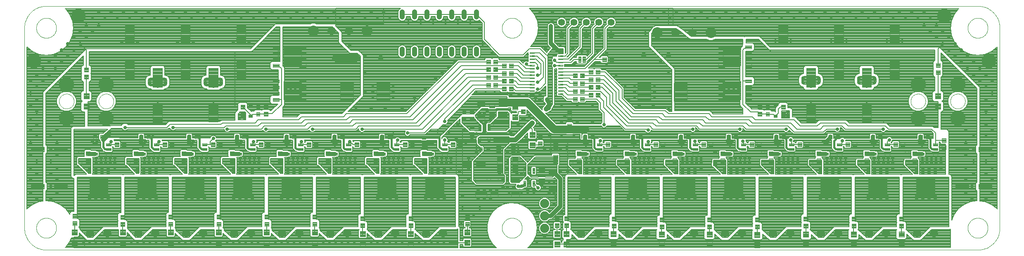
<source format=gtl>
G75*
G70*
%OFA0B0*%
%FSLAX24Y24*%
%IPPOS*%
%LPD*%
%AMOC8*
5,1,8,0,0,1.08239X$1,22.5*
%
%ADD10C,0.0000*%
%ADD11C,0.0038*%
%ADD12C,0.0041*%
%ADD13C,0.0669*%
%ADD14C,0.0041*%
%ADD15C,0.0040*%
%ADD16C,0.0866*%
%ADD17C,0.0040*%
%ADD18C,0.0039*%
%ADD19C,0.0039*%
%ADD20C,0.0044*%
%ADD21C,0.0560*%
%ADD22OC8,0.0414*%
%ADD23OC8,0.1181*%
%ADD24C,0.0044*%
%ADD25C,0.0041*%
%ADD26C,0.0040*%
%ADD27C,0.0740*%
%ADD28C,0.0787*%
%ADD29C,0.0414*%
%ADD30C,0.0040*%
%ADD31C,0.0400*%
%ADD32C,0.0278*%
%ADD33C,0.0080*%
%ADD34C,0.0320*%
%ADD35C,0.1181*%
%ADD36C,0.0160*%
%ADD37C,0.0240*%
%ADD38C,0.0640*%
D10*
X004787Y002890D02*
X079984Y002890D01*
X079177Y004662D02*
X079179Y004718D01*
X079185Y004774D01*
X079195Y004830D01*
X079208Y004884D01*
X079226Y004938D01*
X079247Y004990D01*
X079271Y005041D01*
X079300Y005090D01*
X079331Y005136D01*
X079366Y005181D01*
X079403Y005223D01*
X079444Y005262D01*
X079487Y005298D01*
X079533Y005331D01*
X079580Y005361D01*
X079630Y005387D01*
X079682Y005410D01*
X079735Y005430D01*
X079789Y005445D01*
X079844Y005457D01*
X079900Y005465D01*
X079956Y005469D01*
X080012Y005469D01*
X080068Y005465D01*
X080124Y005457D01*
X080179Y005445D01*
X080233Y005430D01*
X080286Y005410D01*
X080338Y005387D01*
X080387Y005361D01*
X080435Y005331D01*
X080481Y005298D01*
X080524Y005262D01*
X080565Y005223D01*
X080602Y005181D01*
X080637Y005136D01*
X080668Y005090D01*
X080697Y005041D01*
X080721Y004990D01*
X080742Y004938D01*
X080760Y004884D01*
X080773Y004830D01*
X080783Y004774D01*
X080789Y004718D01*
X080791Y004662D01*
X080789Y004606D01*
X080783Y004550D01*
X080773Y004494D01*
X080760Y004440D01*
X080742Y004386D01*
X080721Y004334D01*
X080697Y004283D01*
X080668Y004234D01*
X080637Y004188D01*
X080602Y004143D01*
X080565Y004101D01*
X080524Y004062D01*
X080481Y004026D01*
X080435Y003993D01*
X080388Y003963D01*
X080338Y003937D01*
X080286Y003914D01*
X080233Y003894D01*
X080179Y003879D01*
X080124Y003867D01*
X080068Y003859D01*
X080012Y003855D01*
X079956Y003855D01*
X079900Y003859D01*
X079844Y003867D01*
X079789Y003879D01*
X079735Y003894D01*
X079682Y003914D01*
X079630Y003937D01*
X079580Y003963D01*
X079533Y003993D01*
X079487Y004026D01*
X079444Y004062D01*
X079403Y004101D01*
X079366Y004143D01*
X079331Y004188D01*
X079300Y004234D01*
X079271Y004283D01*
X079247Y004334D01*
X079226Y004386D01*
X079208Y004440D01*
X079195Y004494D01*
X079185Y004550D01*
X079179Y004606D01*
X079177Y004662D01*
X079984Y002890D02*
X080066Y002892D01*
X080147Y002898D01*
X080229Y002907D01*
X080310Y002920D01*
X080390Y002937D01*
X080469Y002958D01*
X080547Y002982D01*
X080624Y003010D01*
X080700Y003041D01*
X080774Y003076D01*
X080846Y003114D01*
X080917Y003155D01*
X080985Y003200D01*
X081052Y003248D01*
X081116Y003299D01*
X081178Y003352D01*
X081237Y003409D01*
X081294Y003468D01*
X081347Y003530D01*
X081398Y003594D01*
X081446Y003661D01*
X081491Y003729D01*
X081532Y003800D01*
X081570Y003872D01*
X081605Y003946D01*
X081636Y004022D01*
X081664Y004099D01*
X081688Y004177D01*
X081709Y004256D01*
X081726Y004336D01*
X081739Y004417D01*
X081748Y004499D01*
X081754Y004580D01*
X081756Y004662D01*
X081755Y004662D02*
X081755Y020803D01*
X079177Y020803D02*
X079179Y020859D01*
X079185Y020915D01*
X079195Y020971D01*
X079208Y021025D01*
X079226Y021079D01*
X079247Y021131D01*
X079271Y021182D01*
X079300Y021231D01*
X079331Y021277D01*
X079366Y021322D01*
X079403Y021364D01*
X079444Y021403D01*
X079487Y021439D01*
X079533Y021472D01*
X079580Y021502D01*
X079630Y021528D01*
X079682Y021551D01*
X079735Y021571D01*
X079789Y021586D01*
X079844Y021598D01*
X079900Y021606D01*
X079956Y021610D01*
X080012Y021610D01*
X080068Y021606D01*
X080124Y021598D01*
X080179Y021586D01*
X080233Y021571D01*
X080286Y021551D01*
X080338Y021528D01*
X080387Y021502D01*
X080435Y021472D01*
X080481Y021439D01*
X080524Y021403D01*
X080565Y021364D01*
X080602Y021322D01*
X080637Y021277D01*
X080668Y021231D01*
X080697Y021182D01*
X080721Y021131D01*
X080742Y021079D01*
X080760Y021025D01*
X080773Y020971D01*
X080783Y020915D01*
X080789Y020859D01*
X080791Y020803D01*
X080789Y020747D01*
X080783Y020691D01*
X080773Y020635D01*
X080760Y020581D01*
X080742Y020527D01*
X080721Y020475D01*
X080697Y020424D01*
X080668Y020375D01*
X080637Y020329D01*
X080602Y020284D01*
X080565Y020242D01*
X080524Y020203D01*
X080481Y020167D01*
X080435Y020134D01*
X080388Y020104D01*
X080338Y020078D01*
X080286Y020055D01*
X080233Y020035D01*
X080179Y020020D01*
X080124Y020008D01*
X080068Y020000D01*
X080012Y019996D01*
X079956Y019996D01*
X079900Y020000D01*
X079844Y020008D01*
X079789Y020020D01*
X079735Y020035D01*
X079682Y020055D01*
X079630Y020078D01*
X079580Y020104D01*
X079533Y020134D01*
X079487Y020167D01*
X079444Y020203D01*
X079403Y020242D01*
X079366Y020284D01*
X079331Y020329D01*
X079300Y020375D01*
X079271Y020424D01*
X079247Y020475D01*
X079226Y020527D01*
X079208Y020581D01*
X079195Y020635D01*
X079185Y020691D01*
X079179Y020747D01*
X079177Y020803D01*
X079984Y022575D02*
X080066Y022573D01*
X080147Y022567D01*
X080229Y022558D01*
X080310Y022545D01*
X080390Y022528D01*
X080469Y022507D01*
X080547Y022483D01*
X080624Y022455D01*
X080700Y022424D01*
X080774Y022389D01*
X080846Y022351D01*
X080917Y022310D01*
X080985Y022265D01*
X081052Y022217D01*
X081116Y022166D01*
X081178Y022113D01*
X081237Y022056D01*
X081294Y021997D01*
X081347Y021935D01*
X081398Y021871D01*
X081446Y021804D01*
X081491Y021736D01*
X081532Y021665D01*
X081570Y021593D01*
X081605Y021519D01*
X081636Y021443D01*
X081664Y021366D01*
X081688Y021288D01*
X081709Y021209D01*
X081726Y021129D01*
X081739Y021048D01*
X081748Y020966D01*
X081754Y020885D01*
X081756Y020803D01*
X079984Y022575D02*
X004787Y022575D01*
X003980Y020803D02*
X003982Y020859D01*
X003988Y020915D01*
X003998Y020971D01*
X004011Y021025D01*
X004029Y021079D01*
X004050Y021131D01*
X004074Y021182D01*
X004103Y021231D01*
X004134Y021277D01*
X004169Y021322D01*
X004206Y021364D01*
X004247Y021403D01*
X004290Y021439D01*
X004336Y021472D01*
X004383Y021502D01*
X004433Y021528D01*
X004485Y021551D01*
X004538Y021571D01*
X004592Y021586D01*
X004647Y021598D01*
X004703Y021606D01*
X004759Y021610D01*
X004815Y021610D01*
X004871Y021606D01*
X004927Y021598D01*
X004982Y021586D01*
X005036Y021571D01*
X005089Y021551D01*
X005141Y021528D01*
X005190Y021502D01*
X005238Y021472D01*
X005284Y021439D01*
X005327Y021403D01*
X005368Y021364D01*
X005405Y021322D01*
X005440Y021277D01*
X005471Y021231D01*
X005500Y021182D01*
X005524Y021131D01*
X005545Y021079D01*
X005563Y021025D01*
X005576Y020971D01*
X005586Y020915D01*
X005592Y020859D01*
X005594Y020803D01*
X005592Y020747D01*
X005586Y020691D01*
X005576Y020635D01*
X005563Y020581D01*
X005545Y020527D01*
X005524Y020475D01*
X005500Y020424D01*
X005471Y020375D01*
X005440Y020329D01*
X005405Y020284D01*
X005368Y020242D01*
X005327Y020203D01*
X005284Y020167D01*
X005238Y020134D01*
X005191Y020104D01*
X005141Y020078D01*
X005089Y020055D01*
X005036Y020035D01*
X004982Y020020D01*
X004927Y020008D01*
X004871Y020000D01*
X004815Y019996D01*
X004759Y019996D01*
X004703Y020000D01*
X004647Y020008D01*
X004592Y020020D01*
X004538Y020035D01*
X004485Y020055D01*
X004433Y020078D01*
X004383Y020104D01*
X004336Y020134D01*
X004290Y020167D01*
X004247Y020203D01*
X004206Y020242D01*
X004169Y020284D01*
X004134Y020329D01*
X004103Y020375D01*
X004074Y020424D01*
X004050Y020475D01*
X004029Y020527D01*
X004011Y020581D01*
X003998Y020635D01*
X003988Y020691D01*
X003982Y020747D01*
X003980Y020803D01*
X003015Y020803D02*
X003017Y020885D01*
X003023Y020966D01*
X003032Y021048D01*
X003045Y021129D01*
X003062Y021209D01*
X003083Y021288D01*
X003107Y021366D01*
X003135Y021443D01*
X003166Y021519D01*
X003201Y021593D01*
X003239Y021665D01*
X003280Y021736D01*
X003325Y021804D01*
X003373Y021871D01*
X003424Y021935D01*
X003477Y021997D01*
X003534Y022056D01*
X003593Y022113D01*
X003655Y022166D01*
X003719Y022217D01*
X003786Y022265D01*
X003854Y022310D01*
X003925Y022351D01*
X003997Y022389D01*
X004071Y022424D01*
X004147Y022455D01*
X004224Y022483D01*
X004302Y022507D01*
X004381Y022528D01*
X004461Y022545D01*
X004542Y022558D01*
X004624Y022567D01*
X004705Y022573D01*
X004787Y022575D01*
X003015Y020803D02*
X003015Y004662D01*
X003980Y004662D02*
X003982Y004718D01*
X003988Y004774D01*
X003998Y004830D01*
X004011Y004884D01*
X004029Y004938D01*
X004050Y004990D01*
X004074Y005041D01*
X004103Y005090D01*
X004134Y005136D01*
X004169Y005181D01*
X004206Y005223D01*
X004247Y005262D01*
X004290Y005298D01*
X004336Y005331D01*
X004383Y005361D01*
X004433Y005387D01*
X004485Y005410D01*
X004538Y005430D01*
X004592Y005445D01*
X004647Y005457D01*
X004703Y005465D01*
X004759Y005469D01*
X004815Y005469D01*
X004871Y005465D01*
X004927Y005457D01*
X004982Y005445D01*
X005036Y005430D01*
X005089Y005410D01*
X005141Y005387D01*
X005190Y005361D01*
X005238Y005331D01*
X005284Y005298D01*
X005327Y005262D01*
X005368Y005223D01*
X005405Y005181D01*
X005440Y005136D01*
X005471Y005090D01*
X005500Y005041D01*
X005524Y004990D01*
X005545Y004938D01*
X005563Y004884D01*
X005576Y004830D01*
X005586Y004774D01*
X005592Y004718D01*
X005594Y004662D01*
X005592Y004606D01*
X005586Y004550D01*
X005576Y004494D01*
X005563Y004440D01*
X005545Y004386D01*
X005524Y004334D01*
X005500Y004283D01*
X005471Y004234D01*
X005440Y004188D01*
X005405Y004143D01*
X005368Y004101D01*
X005327Y004062D01*
X005284Y004026D01*
X005238Y003993D01*
X005191Y003963D01*
X005141Y003937D01*
X005089Y003914D01*
X005036Y003894D01*
X004982Y003879D01*
X004927Y003867D01*
X004871Y003859D01*
X004815Y003855D01*
X004759Y003855D01*
X004703Y003859D01*
X004647Y003867D01*
X004592Y003879D01*
X004538Y003894D01*
X004485Y003914D01*
X004433Y003937D01*
X004383Y003963D01*
X004336Y003993D01*
X004290Y004026D01*
X004247Y004062D01*
X004206Y004101D01*
X004169Y004143D01*
X004134Y004188D01*
X004103Y004234D01*
X004074Y004283D01*
X004050Y004334D01*
X004029Y004386D01*
X004011Y004440D01*
X003998Y004494D01*
X003988Y004550D01*
X003982Y004606D01*
X003980Y004662D01*
X003015Y004662D02*
X003017Y004580D01*
X003023Y004499D01*
X003032Y004417D01*
X003045Y004336D01*
X003062Y004256D01*
X003083Y004177D01*
X003107Y004099D01*
X003135Y004022D01*
X003166Y003946D01*
X003201Y003872D01*
X003239Y003800D01*
X003280Y003729D01*
X003325Y003661D01*
X003373Y003594D01*
X003424Y003530D01*
X003477Y003468D01*
X003534Y003409D01*
X003593Y003352D01*
X003655Y003299D01*
X003719Y003248D01*
X003786Y003200D01*
X003854Y003155D01*
X003925Y003114D01*
X003997Y003076D01*
X004071Y003041D01*
X004147Y003010D01*
X004224Y002982D01*
X004302Y002958D01*
X004381Y002937D01*
X004461Y002920D01*
X004542Y002907D01*
X004624Y002898D01*
X004705Y002892D01*
X004787Y002890D01*
X041578Y004662D02*
X041580Y004718D01*
X041586Y004774D01*
X041596Y004830D01*
X041609Y004884D01*
X041627Y004938D01*
X041648Y004990D01*
X041672Y005041D01*
X041701Y005090D01*
X041732Y005136D01*
X041767Y005181D01*
X041804Y005223D01*
X041845Y005262D01*
X041888Y005298D01*
X041934Y005331D01*
X041981Y005361D01*
X042031Y005387D01*
X042083Y005410D01*
X042136Y005430D01*
X042190Y005445D01*
X042245Y005457D01*
X042301Y005465D01*
X042357Y005469D01*
X042413Y005469D01*
X042469Y005465D01*
X042525Y005457D01*
X042580Y005445D01*
X042634Y005430D01*
X042687Y005410D01*
X042739Y005387D01*
X042788Y005361D01*
X042836Y005331D01*
X042882Y005298D01*
X042925Y005262D01*
X042966Y005223D01*
X043003Y005181D01*
X043038Y005136D01*
X043069Y005090D01*
X043098Y005041D01*
X043122Y004990D01*
X043143Y004938D01*
X043161Y004884D01*
X043174Y004830D01*
X043184Y004774D01*
X043190Y004718D01*
X043192Y004662D01*
X043190Y004606D01*
X043184Y004550D01*
X043174Y004494D01*
X043161Y004440D01*
X043143Y004386D01*
X043122Y004334D01*
X043098Y004283D01*
X043069Y004234D01*
X043038Y004188D01*
X043003Y004143D01*
X042966Y004101D01*
X042925Y004062D01*
X042882Y004026D01*
X042836Y003993D01*
X042789Y003963D01*
X042739Y003937D01*
X042687Y003914D01*
X042634Y003894D01*
X042580Y003879D01*
X042525Y003867D01*
X042469Y003859D01*
X042413Y003855D01*
X042357Y003855D01*
X042301Y003859D01*
X042245Y003867D01*
X042190Y003879D01*
X042136Y003894D01*
X042083Y003914D01*
X042031Y003937D01*
X041981Y003963D01*
X041934Y003993D01*
X041888Y004026D01*
X041845Y004062D01*
X041804Y004101D01*
X041767Y004143D01*
X041732Y004188D01*
X041701Y004234D01*
X041672Y004283D01*
X041648Y004334D01*
X041627Y004386D01*
X041609Y004440D01*
X041596Y004494D01*
X041586Y004550D01*
X041580Y004606D01*
X041578Y004662D01*
X009015Y014890D02*
X009017Y014939D01*
X009023Y014987D01*
X009033Y015035D01*
X009047Y015082D01*
X009064Y015128D01*
X009085Y015172D01*
X009110Y015214D01*
X009138Y015254D01*
X009170Y015292D01*
X009204Y015327D01*
X009241Y015359D01*
X009280Y015388D01*
X009322Y015414D01*
X009366Y015436D01*
X009411Y015454D01*
X009458Y015469D01*
X009505Y015480D01*
X009554Y015487D01*
X009603Y015490D01*
X009652Y015489D01*
X009700Y015484D01*
X009749Y015475D01*
X009796Y015462D01*
X009842Y015445D01*
X009886Y015425D01*
X009929Y015401D01*
X009970Y015374D01*
X010008Y015343D01*
X010044Y015310D01*
X010076Y015274D01*
X010106Y015235D01*
X010133Y015194D01*
X010156Y015150D01*
X010175Y015105D01*
X010191Y015059D01*
X010203Y015012D01*
X010211Y014963D01*
X010215Y014914D01*
X010215Y014866D01*
X010211Y014817D01*
X010203Y014768D01*
X010191Y014721D01*
X010175Y014675D01*
X010156Y014630D01*
X010133Y014586D01*
X010106Y014545D01*
X010076Y014506D01*
X010044Y014470D01*
X010008Y014437D01*
X009970Y014406D01*
X009929Y014379D01*
X009886Y014355D01*
X009842Y014335D01*
X009796Y014318D01*
X009749Y014305D01*
X009700Y014296D01*
X009652Y014291D01*
X009603Y014290D01*
X009554Y014293D01*
X009505Y014300D01*
X009458Y014311D01*
X009411Y014326D01*
X009366Y014344D01*
X009322Y014366D01*
X009280Y014392D01*
X009241Y014421D01*
X009204Y014453D01*
X009170Y014488D01*
X009138Y014526D01*
X009110Y014566D01*
X009085Y014608D01*
X009064Y014652D01*
X009047Y014698D01*
X009033Y014745D01*
X009023Y014793D01*
X009017Y014841D01*
X009015Y014890D01*
X005815Y014890D02*
X005817Y014939D01*
X005823Y014987D01*
X005833Y015035D01*
X005847Y015082D01*
X005864Y015128D01*
X005885Y015172D01*
X005910Y015214D01*
X005938Y015254D01*
X005970Y015292D01*
X006004Y015327D01*
X006041Y015359D01*
X006080Y015388D01*
X006122Y015414D01*
X006166Y015436D01*
X006211Y015454D01*
X006258Y015469D01*
X006305Y015480D01*
X006354Y015487D01*
X006403Y015490D01*
X006452Y015489D01*
X006500Y015484D01*
X006549Y015475D01*
X006596Y015462D01*
X006642Y015445D01*
X006686Y015425D01*
X006729Y015401D01*
X006770Y015374D01*
X006808Y015343D01*
X006844Y015310D01*
X006876Y015274D01*
X006906Y015235D01*
X006933Y015194D01*
X006956Y015150D01*
X006975Y015105D01*
X006991Y015059D01*
X007003Y015012D01*
X007011Y014963D01*
X007015Y014914D01*
X007015Y014866D01*
X007011Y014817D01*
X007003Y014768D01*
X006991Y014721D01*
X006975Y014675D01*
X006956Y014630D01*
X006933Y014586D01*
X006906Y014545D01*
X006876Y014506D01*
X006844Y014470D01*
X006808Y014437D01*
X006770Y014406D01*
X006729Y014379D01*
X006686Y014355D01*
X006642Y014335D01*
X006596Y014318D01*
X006549Y014305D01*
X006500Y014296D01*
X006452Y014291D01*
X006403Y014290D01*
X006354Y014293D01*
X006305Y014300D01*
X006258Y014311D01*
X006211Y014326D01*
X006166Y014344D01*
X006122Y014366D01*
X006080Y014392D01*
X006041Y014421D01*
X006004Y014453D01*
X005970Y014488D01*
X005938Y014526D01*
X005910Y014566D01*
X005885Y014608D01*
X005864Y014652D01*
X005847Y014698D01*
X005833Y014745D01*
X005823Y014793D01*
X005817Y014841D01*
X005815Y014890D01*
X041578Y020803D02*
X041580Y020859D01*
X041586Y020915D01*
X041596Y020971D01*
X041609Y021025D01*
X041627Y021079D01*
X041648Y021131D01*
X041672Y021182D01*
X041701Y021231D01*
X041732Y021277D01*
X041767Y021322D01*
X041804Y021364D01*
X041845Y021403D01*
X041888Y021439D01*
X041934Y021472D01*
X041981Y021502D01*
X042031Y021528D01*
X042083Y021551D01*
X042136Y021571D01*
X042190Y021586D01*
X042245Y021598D01*
X042301Y021606D01*
X042357Y021610D01*
X042413Y021610D01*
X042469Y021606D01*
X042525Y021598D01*
X042580Y021586D01*
X042634Y021571D01*
X042687Y021551D01*
X042739Y021528D01*
X042788Y021502D01*
X042836Y021472D01*
X042882Y021439D01*
X042925Y021403D01*
X042966Y021364D01*
X043003Y021322D01*
X043038Y021277D01*
X043069Y021231D01*
X043098Y021182D01*
X043122Y021131D01*
X043143Y021079D01*
X043161Y021025D01*
X043174Y020971D01*
X043184Y020915D01*
X043190Y020859D01*
X043192Y020803D01*
X043190Y020747D01*
X043184Y020691D01*
X043174Y020635D01*
X043161Y020581D01*
X043143Y020527D01*
X043122Y020475D01*
X043098Y020424D01*
X043069Y020375D01*
X043038Y020329D01*
X043003Y020284D01*
X042966Y020242D01*
X042925Y020203D01*
X042882Y020167D01*
X042836Y020134D01*
X042789Y020104D01*
X042739Y020078D01*
X042687Y020055D01*
X042634Y020035D01*
X042580Y020020D01*
X042525Y020008D01*
X042469Y020000D01*
X042413Y019996D01*
X042357Y019996D01*
X042301Y020000D01*
X042245Y020008D01*
X042190Y020020D01*
X042136Y020035D01*
X042083Y020055D01*
X042031Y020078D01*
X041981Y020104D01*
X041934Y020134D01*
X041888Y020167D01*
X041845Y020203D01*
X041804Y020242D01*
X041767Y020284D01*
X041732Y020329D01*
X041701Y020375D01*
X041672Y020424D01*
X041648Y020475D01*
X041627Y020527D01*
X041609Y020581D01*
X041596Y020635D01*
X041586Y020691D01*
X041580Y020747D01*
X041578Y020803D01*
X074565Y014890D02*
X074567Y014939D01*
X074573Y014987D01*
X074583Y015035D01*
X074597Y015082D01*
X074614Y015128D01*
X074635Y015172D01*
X074660Y015214D01*
X074688Y015254D01*
X074720Y015292D01*
X074754Y015327D01*
X074791Y015359D01*
X074830Y015388D01*
X074872Y015414D01*
X074916Y015436D01*
X074961Y015454D01*
X075008Y015469D01*
X075055Y015480D01*
X075104Y015487D01*
X075153Y015490D01*
X075202Y015489D01*
X075250Y015484D01*
X075299Y015475D01*
X075346Y015462D01*
X075392Y015445D01*
X075436Y015425D01*
X075479Y015401D01*
X075520Y015374D01*
X075558Y015343D01*
X075594Y015310D01*
X075626Y015274D01*
X075656Y015235D01*
X075683Y015194D01*
X075706Y015150D01*
X075725Y015105D01*
X075741Y015059D01*
X075753Y015012D01*
X075761Y014963D01*
X075765Y014914D01*
X075765Y014866D01*
X075761Y014817D01*
X075753Y014768D01*
X075741Y014721D01*
X075725Y014675D01*
X075706Y014630D01*
X075683Y014586D01*
X075656Y014545D01*
X075626Y014506D01*
X075594Y014470D01*
X075558Y014437D01*
X075520Y014406D01*
X075479Y014379D01*
X075436Y014355D01*
X075392Y014335D01*
X075346Y014318D01*
X075299Y014305D01*
X075250Y014296D01*
X075202Y014291D01*
X075153Y014290D01*
X075104Y014293D01*
X075055Y014300D01*
X075008Y014311D01*
X074961Y014326D01*
X074916Y014344D01*
X074872Y014366D01*
X074830Y014392D01*
X074791Y014421D01*
X074754Y014453D01*
X074720Y014488D01*
X074688Y014526D01*
X074660Y014566D01*
X074635Y014608D01*
X074614Y014652D01*
X074597Y014698D01*
X074583Y014745D01*
X074573Y014793D01*
X074567Y014841D01*
X074565Y014890D01*
X077765Y014890D02*
X077767Y014939D01*
X077773Y014987D01*
X077783Y015035D01*
X077797Y015082D01*
X077814Y015128D01*
X077835Y015172D01*
X077860Y015214D01*
X077888Y015254D01*
X077920Y015292D01*
X077954Y015327D01*
X077991Y015359D01*
X078030Y015388D01*
X078072Y015414D01*
X078116Y015436D01*
X078161Y015454D01*
X078208Y015469D01*
X078255Y015480D01*
X078304Y015487D01*
X078353Y015490D01*
X078402Y015489D01*
X078450Y015484D01*
X078499Y015475D01*
X078546Y015462D01*
X078592Y015445D01*
X078636Y015425D01*
X078679Y015401D01*
X078720Y015374D01*
X078758Y015343D01*
X078794Y015310D01*
X078826Y015274D01*
X078856Y015235D01*
X078883Y015194D01*
X078906Y015150D01*
X078925Y015105D01*
X078941Y015059D01*
X078953Y015012D01*
X078961Y014963D01*
X078965Y014914D01*
X078965Y014866D01*
X078961Y014817D01*
X078953Y014768D01*
X078941Y014721D01*
X078925Y014675D01*
X078906Y014630D01*
X078883Y014586D01*
X078856Y014545D01*
X078826Y014506D01*
X078794Y014470D01*
X078758Y014437D01*
X078720Y014406D01*
X078679Y014379D01*
X078636Y014355D01*
X078592Y014335D01*
X078546Y014318D01*
X078499Y014305D01*
X078450Y014296D01*
X078402Y014291D01*
X078353Y014290D01*
X078304Y014293D01*
X078255Y014300D01*
X078208Y014311D01*
X078161Y014326D01*
X078116Y014344D01*
X078072Y014366D01*
X078030Y014392D01*
X077991Y014421D01*
X077954Y014453D01*
X077920Y014488D01*
X077888Y014526D01*
X077860Y014566D01*
X077835Y014608D01*
X077814Y014652D01*
X077797Y014698D01*
X077783Y014745D01*
X077773Y014793D01*
X077767Y014841D01*
X077765Y014890D01*
D11*
X076982Y014260D02*
X076548Y014260D01*
X076548Y014694D01*
X076982Y014694D01*
X076982Y014260D01*
X076982Y014297D02*
X076548Y014297D01*
X076548Y014334D02*
X076982Y014334D01*
X076982Y014371D02*
X076548Y014371D01*
X076548Y014408D02*
X076982Y014408D01*
X076982Y014445D02*
X076548Y014445D01*
X076548Y014482D02*
X076982Y014482D01*
X076982Y014519D02*
X076548Y014519D01*
X076548Y014556D02*
X076982Y014556D01*
X076982Y014593D02*
X076548Y014593D01*
X076548Y014630D02*
X076982Y014630D01*
X076982Y014667D02*
X076548Y014667D01*
X076548Y015086D02*
X076982Y015086D01*
X076548Y015086D02*
X076548Y015520D01*
X076982Y015520D01*
X076982Y015086D01*
X076982Y015123D02*
X076548Y015123D01*
X076548Y015160D02*
X076982Y015160D01*
X076982Y015197D02*
X076548Y015197D01*
X076548Y015234D02*
X076982Y015234D01*
X076982Y015271D02*
X076548Y015271D01*
X076548Y015308D02*
X076982Y015308D01*
X076982Y015345D02*
X076548Y015345D01*
X076548Y015382D02*
X076982Y015382D01*
X076982Y015419D02*
X076548Y015419D01*
X076548Y015456D02*
X076982Y015456D01*
X076982Y015493D02*
X076548Y015493D01*
X044232Y012395D02*
X043798Y012395D01*
X044232Y012395D02*
X044232Y011961D01*
X043798Y011961D01*
X043798Y012395D01*
X043798Y011998D02*
X044232Y011998D01*
X044232Y012035D02*
X043798Y012035D01*
X043798Y012072D02*
X044232Y012072D01*
X044232Y012109D02*
X043798Y012109D01*
X043798Y012146D02*
X044232Y012146D01*
X044232Y012183D02*
X043798Y012183D01*
X043798Y012220D02*
X044232Y012220D01*
X044232Y012257D02*
X043798Y012257D01*
X043798Y012294D02*
X044232Y012294D01*
X044232Y012331D02*
X043798Y012331D01*
X043798Y012368D02*
X044232Y012368D01*
X040885Y011987D02*
X040885Y011553D01*
X040885Y011987D02*
X042145Y011987D01*
X042145Y011553D01*
X040885Y011553D01*
X040885Y011590D02*
X042145Y011590D01*
X042145Y011627D02*
X040885Y011627D01*
X040885Y011664D02*
X042145Y011664D01*
X042145Y011701D02*
X040885Y011701D01*
X040885Y011738D02*
X042145Y011738D01*
X042145Y011775D02*
X040885Y011775D01*
X040885Y011812D02*
X042145Y011812D01*
X042145Y011849D02*
X040885Y011849D01*
X040885Y011886D02*
X042145Y011886D01*
X042145Y011923D02*
X040885Y011923D01*
X040885Y011960D02*
X042145Y011960D01*
X043798Y011569D02*
X044232Y011569D01*
X044232Y011135D01*
X043798Y011135D01*
X043798Y011569D01*
X043798Y011172D02*
X044232Y011172D01*
X044232Y011209D02*
X043798Y011209D01*
X043798Y011246D02*
X044232Y011246D01*
X044232Y011283D02*
X043798Y011283D01*
X043798Y011320D02*
X044232Y011320D01*
X044232Y011357D02*
X043798Y011357D01*
X043798Y011394D02*
X044232Y011394D01*
X044232Y011431D02*
X043798Y011431D01*
X043798Y011468D02*
X044232Y011468D01*
X044232Y011505D02*
X043798Y011505D01*
X043798Y011542D02*
X044232Y011542D01*
X040885Y012793D02*
X040885Y013227D01*
X042145Y013227D01*
X042145Y012793D01*
X040885Y012793D01*
X040885Y012830D02*
X042145Y012830D01*
X042145Y012867D02*
X040885Y012867D01*
X040885Y012904D02*
X042145Y012904D01*
X042145Y012941D02*
X040885Y012941D01*
X040885Y012978D02*
X042145Y012978D01*
X042145Y013015D02*
X040885Y013015D01*
X040885Y013052D02*
X042145Y013052D01*
X042145Y013089D02*
X040885Y013089D01*
X040885Y013126D02*
X042145Y013126D01*
X042145Y013163D02*
X040885Y013163D01*
X040885Y013200D02*
X042145Y013200D01*
X042423Y013819D02*
X042857Y013819D01*
X042857Y013385D01*
X042423Y013385D01*
X042423Y013819D01*
X042423Y013422D02*
X042857Y013422D01*
X042857Y013459D02*
X042423Y013459D01*
X042423Y013496D02*
X042857Y013496D01*
X042857Y013533D02*
X042423Y013533D01*
X042423Y013570D02*
X042857Y013570D01*
X042857Y013607D02*
X042423Y013607D01*
X042423Y013644D02*
X042857Y013644D01*
X042857Y013681D02*
X042423Y013681D01*
X042423Y013718D02*
X042857Y013718D01*
X042857Y013755D02*
X042423Y013755D01*
X042423Y013792D02*
X042857Y013792D01*
X042857Y014645D02*
X042423Y014645D01*
X042857Y014645D02*
X042857Y014211D01*
X042423Y014211D01*
X042423Y014645D01*
X042423Y014248D02*
X042857Y014248D01*
X042857Y014285D02*
X042423Y014285D01*
X042423Y014322D02*
X042857Y014322D01*
X042857Y014359D02*
X042423Y014359D01*
X042423Y014396D02*
X042857Y014396D01*
X042857Y014433D02*
X042423Y014433D01*
X042423Y014470D02*
X042857Y014470D01*
X042857Y014507D02*
X042423Y014507D01*
X042423Y014544D02*
X042857Y014544D01*
X042857Y014581D02*
X042423Y014581D01*
X042423Y014618D02*
X042857Y014618D01*
X042852Y009135D02*
X042418Y009135D01*
X042418Y010395D01*
X042852Y010395D01*
X042852Y009135D01*
X042852Y009172D02*
X042418Y009172D01*
X042418Y009209D02*
X042852Y009209D01*
X042852Y009246D02*
X042418Y009246D01*
X042418Y009283D02*
X042852Y009283D01*
X042852Y009320D02*
X042418Y009320D01*
X042418Y009357D02*
X042852Y009357D01*
X042852Y009394D02*
X042418Y009394D01*
X042418Y009431D02*
X042852Y009431D01*
X042852Y009468D02*
X042418Y009468D01*
X042418Y009505D02*
X042852Y009505D01*
X042852Y009542D02*
X042418Y009542D01*
X042418Y009579D02*
X042852Y009579D01*
X042852Y009616D02*
X042418Y009616D01*
X042418Y009653D02*
X042852Y009653D01*
X042852Y009690D02*
X042418Y009690D01*
X042418Y009727D02*
X042852Y009727D01*
X042852Y009764D02*
X042418Y009764D01*
X042418Y009801D02*
X042852Y009801D01*
X042852Y009838D02*
X042418Y009838D01*
X042418Y009875D02*
X042852Y009875D01*
X042852Y009912D02*
X042418Y009912D01*
X042418Y009949D02*
X042852Y009949D01*
X042852Y009986D02*
X042418Y009986D01*
X042418Y010023D02*
X042852Y010023D01*
X042852Y010060D02*
X042418Y010060D01*
X042418Y010097D02*
X042852Y010097D01*
X042852Y010134D02*
X042418Y010134D01*
X042418Y010171D02*
X042852Y010171D01*
X042852Y010208D02*
X042418Y010208D01*
X042418Y010245D02*
X042852Y010245D01*
X042852Y010282D02*
X042418Y010282D01*
X042418Y010319D02*
X042852Y010319D01*
X042852Y010356D02*
X042418Y010356D01*
X042418Y010393D02*
X042852Y010393D01*
X041612Y009135D02*
X041178Y009135D01*
X041178Y010395D01*
X041612Y010395D01*
X041612Y009135D01*
X041612Y009172D02*
X041178Y009172D01*
X041178Y009209D02*
X041612Y009209D01*
X041612Y009246D02*
X041178Y009246D01*
X041178Y009283D02*
X041612Y009283D01*
X041612Y009320D02*
X041178Y009320D01*
X041178Y009357D02*
X041612Y009357D01*
X041612Y009394D02*
X041178Y009394D01*
X041178Y009431D02*
X041612Y009431D01*
X041612Y009468D02*
X041178Y009468D01*
X041178Y009505D02*
X041612Y009505D01*
X041612Y009542D02*
X041178Y009542D01*
X041178Y009579D02*
X041612Y009579D01*
X041612Y009616D02*
X041178Y009616D01*
X041178Y009653D02*
X041612Y009653D01*
X041612Y009690D02*
X041178Y009690D01*
X041178Y009727D02*
X041612Y009727D01*
X041612Y009764D02*
X041178Y009764D01*
X041178Y009801D02*
X041612Y009801D01*
X041612Y009838D02*
X041178Y009838D01*
X041178Y009875D02*
X041612Y009875D01*
X041612Y009912D02*
X041178Y009912D01*
X041178Y009949D02*
X041612Y009949D01*
X041612Y009986D02*
X041178Y009986D01*
X041178Y010023D02*
X041612Y010023D01*
X041612Y010060D02*
X041178Y010060D01*
X041178Y010097D02*
X041612Y010097D01*
X041612Y010134D02*
X041178Y010134D01*
X041178Y010171D02*
X041612Y010171D01*
X041612Y010208D02*
X041178Y010208D01*
X041178Y010245D02*
X041612Y010245D01*
X041612Y010282D02*
X041178Y010282D01*
X041178Y010319D02*
X041612Y010319D01*
X041612Y010356D02*
X041178Y010356D01*
X041178Y010393D02*
X041612Y010393D01*
X038982Y004086D02*
X038548Y004086D01*
X038548Y004520D01*
X038982Y004520D01*
X038982Y004086D01*
X038982Y004123D02*
X038548Y004123D01*
X038548Y004160D02*
X038982Y004160D01*
X038982Y004197D02*
X038548Y004197D01*
X038548Y004234D02*
X038982Y004234D01*
X038982Y004271D02*
X038548Y004271D01*
X038548Y004308D02*
X038982Y004308D01*
X038982Y004345D02*
X038548Y004345D01*
X038548Y004382D02*
X038982Y004382D01*
X038982Y004419D02*
X038548Y004419D01*
X038548Y004456D02*
X038982Y004456D01*
X038982Y004493D02*
X038548Y004493D01*
X038548Y003260D02*
X038982Y003260D01*
X038548Y003260D02*
X038548Y003694D01*
X038982Y003694D01*
X038982Y003260D01*
X038982Y003297D02*
X038548Y003297D01*
X038548Y003334D02*
X038982Y003334D01*
X038982Y003371D02*
X038548Y003371D01*
X038548Y003408D02*
X038982Y003408D01*
X038982Y003445D02*
X038548Y003445D01*
X038548Y003482D02*
X038982Y003482D01*
X038982Y003519D02*
X038548Y003519D01*
X038548Y003556D02*
X038982Y003556D01*
X038982Y003593D02*
X038548Y003593D01*
X038548Y003630D02*
X038982Y003630D01*
X038982Y003667D02*
X038548Y003667D01*
X034418Y003135D02*
X033984Y003135D01*
X033984Y003569D01*
X034418Y003569D01*
X034418Y003135D01*
X034418Y003172D02*
X033984Y003172D01*
X033984Y003209D02*
X034418Y003209D01*
X034418Y003246D02*
X033984Y003246D01*
X033984Y003283D02*
X034418Y003283D01*
X034418Y003320D02*
X033984Y003320D01*
X033984Y003357D02*
X034418Y003357D01*
X034418Y003394D02*
X033984Y003394D01*
X033984Y003431D02*
X034418Y003431D01*
X034418Y003468D02*
X033984Y003468D01*
X033984Y003505D02*
X034418Y003505D01*
X034418Y003542D02*
X033984Y003542D01*
X033984Y003961D02*
X034418Y003961D01*
X033984Y003961D02*
X033984Y004395D01*
X034418Y004395D01*
X034418Y003961D01*
X034418Y003998D02*
X033984Y003998D01*
X033984Y004035D02*
X034418Y004035D01*
X034418Y004072D02*
X033984Y004072D01*
X033984Y004109D02*
X034418Y004109D01*
X034418Y004146D02*
X033984Y004146D01*
X033984Y004183D02*
X034418Y004183D01*
X034418Y004220D02*
X033984Y004220D01*
X033984Y004257D02*
X034418Y004257D01*
X034418Y004294D02*
X033984Y004294D01*
X033984Y004331D02*
X034418Y004331D01*
X034418Y004368D02*
X033984Y004368D01*
X030543Y003961D02*
X030109Y003961D01*
X030109Y004395D01*
X030543Y004395D01*
X030543Y003961D01*
X030543Y003998D02*
X030109Y003998D01*
X030109Y004035D02*
X030543Y004035D01*
X030543Y004072D02*
X030109Y004072D01*
X030109Y004109D02*
X030543Y004109D01*
X030543Y004146D02*
X030109Y004146D01*
X030109Y004183D02*
X030543Y004183D01*
X030543Y004220D02*
X030109Y004220D01*
X030109Y004257D02*
X030543Y004257D01*
X030543Y004294D02*
X030109Y004294D01*
X030109Y004331D02*
X030543Y004331D01*
X030543Y004368D02*
X030109Y004368D01*
X030109Y003135D02*
X030543Y003135D01*
X030109Y003135D02*
X030109Y003569D01*
X030543Y003569D01*
X030543Y003135D01*
X030543Y003172D02*
X030109Y003172D01*
X030109Y003209D02*
X030543Y003209D01*
X030543Y003246D02*
X030109Y003246D01*
X030109Y003283D02*
X030543Y003283D01*
X030543Y003320D02*
X030109Y003320D01*
X030109Y003357D02*
X030543Y003357D01*
X030543Y003394D02*
X030109Y003394D01*
X030109Y003431D02*
X030543Y003431D01*
X030543Y003468D02*
X030109Y003468D01*
X030109Y003505D02*
X030543Y003505D01*
X030543Y003542D02*
X030109Y003542D01*
X026668Y003257D02*
X026234Y003257D01*
X026234Y003691D01*
X026668Y003691D01*
X026668Y003257D01*
X026668Y003294D02*
X026234Y003294D01*
X026234Y003331D02*
X026668Y003331D01*
X026668Y003368D02*
X026234Y003368D01*
X026234Y003405D02*
X026668Y003405D01*
X026668Y003442D02*
X026234Y003442D01*
X026234Y003479D02*
X026668Y003479D01*
X026668Y003516D02*
X026234Y003516D01*
X026234Y003553D02*
X026668Y003553D01*
X026668Y003590D02*
X026234Y003590D01*
X026234Y003627D02*
X026668Y003627D01*
X026668Y003664D02*
X026234Y003664D01*
X026234Y004084D02*
X026668Y004084D01*
X026234Y004084D02*
X026234Y004518D01*
X026668Y004518D01*
X026668Y004084D01*
X026668Y004121D02*
X026234Y004121D01*
X026234Y004158D02*
X026668Y004158D01*
X026668Y004195D02*
X026234Y004195D01*
X026234Y004232D02*
X026668Y004232D01*
X026668Y004269D02*
X026234Y004269D01*
X026234Y004306D02*
X026668Y004306D01*
X026668Y004343D02*
X026234Y004343D01*
X026234Y004380D02*
X026668Y004380D01*
X026668Y004417D02*
X026234Y004417D01*
X026234Y004454D02*
X026668Y004454D01*
X026668Y004491D02*
X026234Y004491D01*
X022793Y004084D02*
X022359Y004084D01*
X022359Y004518D01*
X022793Y004518D01*
X022793Y004084D01*
X022793Y004121D02*
X022359Y004121D01*
X022359Y004158D02*
X022793Y004158D01*
X022793Y004195D02*
X022359Y004195D01*
X022359Y004232D02*
X022793Y004232D01*
X022793Y004269D02*
X022359Y004269D01*
X022359Y004306D02*
X022793Y004306D01*
X022793Y004343D02*
X022359Y004343D01*
X022359Y004380D02*
X022793Y004380D01*
X022793Y004417D02*
X022359Y004417D01*
X022359Y004454D02*
X022793Y004454D01*
X022793Y004491D02*
X022359Y004491D01*
X022359Y003257D02*
X022793Y003257D01*
X022359Y003257D02*
X022359Y003691D01*
X022793Y003691D01*
X022793Y003257D01*
X022793Y003294D02*
X022359Y003294D01*
X022359Y003331D02*
X022793Y003331D01*
X022793Y003368D02*
X022359Y003368D01*
X022359Y003405D02*
X022793Y003405D01*
X022793Y003442D02*
X022359Y003442D01*
X022359Y003479D02*
X022793Y003479D01*
X022793Y003516D02*
X022359Y003516D01*
X022359Y003553D02*
X022793Y003553D01*
X022793Y003590D02*
X022359Y003590D01*
X022359Y003627D02*
X022793Y003627D01*
X022793Y003664D02*
X022359Y003664D01*
X018918Y003260D02*
X018484Y003260D01*
X018484Y003694D01*
X018918Y003694D01*
X018918Y003260D01*
X018918Y003297D02*
X018484Y003297D01*
X018484Y003334D02*
X018918Y003334D01*
X018918Y003371D02*
X018484Y003371D01*
X018484Y003408D02*
X018918Y003408D01*
X018918Y003445D02*
X018484Y003445D01*
X018484Y003482D02*
X018918Y003482D01*
X018918Y003519D02*
X018484Y003519D01*
X018484Y003556D02*
X018918Y003556D01*
X018918Y003593D02*
X018484Y003593D01*
X018484Y003630D02*
X018918Y003630D01*
X018918Y003667D02*
X018484Y003667D01*
X018484Y004086D02*
X018918Y004086D01*
X018484Y004086D02*
X018484Y004520D01*
X018918Y004520D01*
X018918Y004086D01*
X018918Y004123D02*
X018484Y004123D01*
X018484Y004160D02*
X018918Y004160D01*
X018918Y004197D02*
X018484Y004197D01*
X018484Y004234D02*
X018918Y004234D01*
X018918Y004271D02*
X018484Y004271D01*
X018484Y004308D02*
X018918Y004308D01*
X018918Y004345D02*
X018484Y004345D01*
X018484Y004382D02*
X018918Y004382D01*
X018918Y004419D02*
X018484Y004419D01*
X018484Y004456D02*
X018918Y004456D01*
X018918Y004493D02*
X018484Y004493D01*
X015043Y004086D02*
X014609Y004086D01*
X014609Y004520D01*
X015043Y004520D01*
X015043Y004086D01*
X015043Y004123D02*
X014609Y004123D01*
X014609Y004160D02*
X015043Y004160D01*
X015043Y004197D02*
X014609Y004197D01*
X014609Y004234D02*
X015043Y004234D01*
X015043Y004271D02*
X014609Y004271D01*
X014609Y004308D02*
X015043Y004308D01*
X015043Y004345D02*
X014609Y004345D01*
X014609Y004382D02*
X015043Y004382D01*
X015043Y004419D02*
X014609Y004419D01*
X014609Y004456D02*
X015043Y004456D01*
X015043Y004493D02*
X014609Y004493D01*
X014609Y003260D02*
X015043Y003260D01*
X014609Y003260D02*
X014609Y003694D01*
X015043Y003694D01*
X015043Y003260D01*
X015043Y003297D02*
X014609Y003297D01*
X014609Y003334D02*
X015043Y003334D01*
X015043Y003371D02*
X014609Y003371D01*
X014609Y003408D02*
X015043Y003408D01*
X015043Y003445D02*
X014609Y003445D01*
X014609Y003482D02*
X015043Y003482D01*
X015043Y003519D02*
X014609Y003519D01*
X014609Y003556D02*
X015043Y003556D01*
X015043Y003593D02*
X014609Y003593D01*
X014609Y003630D02*
X015043Y003630D01*
X015043Y003667D02*
X014609Y003667D01*
X011171Y003260D02*
X010737Y003260D01*
X010737Y003694D01*
X011171Y003694D01*
X011171Y003260D01*
X011171Y003297D02*
X010737Y003297D01*
X010737Y003334D02*
X011171Y003334D01*
X011171Y003371D02*
X010737Y003371D01*
X010737Y003408D02*
X011171Y003408D01*
X011171Y003445D02*
X010737Y003445D01*
X010737Y003482D02*
X011171Y003482D01*
X011171Y003519D02*
X010737Y003519D01*
X010737Y003556D02*
X011171Y003556D01*
X011171Y003593D02*
X010737Y003593D01*
X010737Y003630D02*
X011171Y003630D01*
X011171Y003667D02*
X010737Y003667D01*
X010737Y004086D02*
X011171Y004086D01*
X010737Y004086D02*
X010737Y004520D01*
X011171Y004520D01*
X011171Y004086D01*
X011171Y004123D02*
X010737Y004123D01*
X010737Y004160D02*
X011171Y004160D01*
X011171Y004197D02*
X010737Y004197D01*
X010737Y004234D02*
X011171Y004234D01*
X011171Y004271D02*
X010737Y004271D01*
X010737Y004308D02*
X011171Y004308D01*
X011171Y004345D02*
X010737Y004345D01*
X010737Y004382D02*
X011171Y004382D01*
X011171Y004419D02*
X010737Y004419D01*
X010737Y004456D02*
X011171Y004456D01*
X011171Y004493D02*
X010737Y004493D01*
X007296Y004086D02*
X006862Y004086D01*
X006862Y004520D01*
X007296Y004520D01*
X007296Y004086D01*
X007296Y004123D02*
X006862Y004123D01*
X006862Y004160D02*
X007296Y004160D01*
X007296Y004197D02*
X006862Y004197D01*
X006862Y004234D02*
X007296Y004234D01*
X007296Y004271D02*
X006862Y004271D01*
X006862Y004308D02*
X007296Y004308D01*
X007296Y004345D02*
X006862Y004345D01*
X006862Y004382D02*
X007296Y004382D01*
X007296Y004419D02*
X006862Y004419D01*
X006862Y004456D02*
X007296Y004456D01*
X007296Y004493D02*
X006862Y004493D01*
X006862Y003260D02*
X007296Y003260D01*
X006862Y003260D02*
X006862Y003694D01*
X007296Y003694D01*
X007296Y003260D01*
X007296Y003297D02*
X006862Y003297D01*
X006862Y003334D02*
X007296Y003334D01*
X007296Y003371D02*
X006862Y003371D01*
X006862Y003408D02*
X007296Y003408D01*
X007296Y003445D02*
X006862Y003445D01*
X006862Y003482D02*
X007296Y003482D01*
X007296Y003519D02*
X006862Y003519D01*
X006862Y003556D02*
X007296Y003556D01*
X007296Y003593D02*
X006862Y003593D01*
X006862Y003630D02*
X007296Y003630D01*
X007296Y003667D02*
X006862Y003667D01*
X007798Y014260D02*
X008232Y014260D01*
X007798Y014260D02*
X007798Y014694D01*
X008232Y014694D01*
X008232Y014260D01*
X008232Y014297D02*
X007798Y014297D01*
X007798Y014334D02*
X008232Y014334D01*
X008232Y014371D02*
X007798Y014371D01*
X007798Y014408D02*
X008232Y014408D01*
X008232Y014445D02*
X007798Y014445D01*
X007798Y014482D02*
X008232Y014482D01*
X008232Y014519D02*
X007798Y014519D01*
X007798Y014556D02*
X008232Y014556D01*
X008232Y014593D02*
X007798Y014593D01*
X007798Y014630D02*
X008232Y014630D01*
X008232Y014667D02*
X007798Y014667D01*
X007798Y015086D02*
X008232Y015086D01*
X007798Y015086D02*
X007798Y015520D01*
X008232Y015520D01*
X008232Y015086D01*
X008232Y015123D02*
X007798Y015123D01*
X007798Y015160D02*
X008232Y015160D01*
X008232Y015197D02*
X007798Y015197D01*
X007798Y015234D02*
X008232Y015234D01*
X008232Y015271D02*
X007798Y015271D01*
X007798Y015308D02*
X008232Y015308D01*
X008232Y015345D02*
X007798Y015345D01*
X007798Y015382D02*
X008232Y015382D01*
X008232Y015419D02*
X007798Y015419D01*
X007798Y015456D02*
X008232Y015456D01*
X008232Y015493D02*
X007798Y015493D01*
X045798Y003961D02*
X046232Y003961D01*
X045798Y003961D02*
X045798Y004395D01*
X046232Y004395D01*
X046232Y003961D01*
X046232Y003998D02*
X045798Y003998D01*
X045798Y004035D02*
X046232Y004035D01*
X046232Y004072D02*
X045798Y004072D01*
X045798Y004109D02*
X046232Y004109D01*
X046232Y004146D02*
X045798Y004146D01*
X045798Y004183D02*
X046232Y004183D01*
X046232Y004220D02*
X045798Y004220D01*
X045798Y004257D02*
X046232Y004257D01*
X046232Y004294D02*
X045798Y004294D01*
X045798Y004331D02*
X046232Y004331D01*
X046232Y004368D02*
X045798Y004368D01*
X046548Y003961D02*
X046982Y003961D01*
X046548Y003961D02*
X046548Y004395D01*
X046982Y004395D01*
X046982Y003961D01*
X046982Y003998D02*
X046548Y003998D01*
X046548Y004035D02*
X046982Y004035D01*
X046982Y004072D02*
X046548Y004072D01*
X046548Y004109D02*
X046982Y004109D01*
X046982Y004146D02*
X046548Y004146D01*
X046548Y004183D02*
X046982Y004183D01*
X046982Y004220D02*
X046548Y004220D01*
X046548Y004257D02*
X046982Y004257D01*
X046982Y004294D02*
X046548Y004294D01*
X046548Y004331D02*
X046982Y004331D01*
X046982Y004368D02*
X046548Y004368D01*
X046548Y003135D02*
X046982Y003135D01*
X046548Y003135D02*
X046548Y003569D01*
X046982Y003569D01*
X046982Y003135D01*
X046982Y003172D02*
X046548Y003172D01*
X046548Y003209D02*
X046982Y003209D01*
X046982Y003246D02*
X046548Y003246D01*
X046548Y003283D02*
X046982Y003283D01*
X046982Y003320D02*
X046548Y003320D01*
X046548Y003357D02*
X046982Y003357D01*
X046982Y003394D02*
X046548Y003394D01*
X046548Y003431D02*
X046982Y003431D01*
X046982Y003468D02*
X046548Y003468D01*
X046548Y003505D02*
X046982Y003505D01*
X046982Y003542D02*
X046548Y003542D01*
X046232Y003135D02*
X045798Y003135D01*
X045798Y003569D01*
X046232Y003569D01*
X046232Y003135D01*
X046232Y003172D02*
X045798Y003172D01*
X045798Y003209D02*
X046232Y003209D01*
X046232Y003246D02*
X045798Y003246D01*
X045798Y003283D02*
X046232Y003283D01*
X046232Y003320D02*
X045798Y003320D01*
X045798Y003357D02*
X046232Y003357D01*
X046232Y003394D02*
X045798Y003394D01*
X045798Y003431D02*
X046232Y003431D01*
X046232Y003468D02*
X045798Y003468D01*
X045798Y003505D02*
X046232Y003505D01*
X046232Y003542D02*
X045798Y003542D01*
X050359Y003137D02*
X050793Y003137D01*
X050359Y003137D02*
X050359Y003571D01*
X050793Y003571D01*
X050793Y003137D01*
X050793Y003174D02*
X050359Y003174D01*
X050359Y003211D02*
X050793Y003211D01*
X050793Y003248D02*
X050359Y003248D01*
X050359Y003285D02*
X050793Y003285D01*
X050793Y003322D02*
X050359Y003322D01*
X050359Y003359D02*
X050793Y003359D01*
X050793Y003396D02*
X050359Y003396D01*
X050359Y003433D02*
X050793Y003433D01*
X050793Y003470D02*
X050359Y003470D01*
X050359Y003507D02*
X050793Y003507D01*
X050793Y003544D02*
X050359Y003544D01*
X050359Y003964D02*
X050793Y003964D01*
X050359Y003964D02*
X050359Y004398D01*
X050793Y004398D01*
X050793Y003964D01*
X050793Y004001D02*
X050359Y004001D01*
X050359Y004038D02*
X050793Y004038D01*
X050793Y004075D02*
X050359Y004075D01*
X050359Y004112D02*
X050793Y004112D01*
X050793Y004149D02*
X050359Y004149D01*
X050359Y004186D02*
X050793Y004186D01*
X050793Y004223D02*
X050359Y004223D01*
X050359Y004260D02*
X050793Y004260D01*
X050793Y004297D02*
X050359Y004297D01*
X050359Y004334D02*
X050793Y004334D01*
X050793Y004371D02*
X050359Y004371D01*
X054244Y003936D02*
X054678Y003936D01*
X054244Y003936D02*
X054244Y004370D01*
X054678Y004370D01*
X054678Y003936D01*
X054678Y003973D02*
X054244Y003973D01*
X054244Y004010D02*
X054678Y004010D01*
X054678Y004047D02*
X054244Y004047D01*
X054244Y004084D02*
X054678Y004084D01*
X054678Y004121D02*
X054244Y004121D01*
X054244Y004158D02*
X054678Y004158D01*
X054678Y004195D02*
X054244Y004195D01*
X054244Y004232D02*
X054678Y004232D01*
X054678Y004269D02*
X054244Y004269D01*
X054244Y004306D02*
X054678Y004306D01*
X054678Y004343D02*
X054244Y004343D01*
X054244Y003110D02*
X054678Y003110D01*
X054244Y003110D02*
X054244Y003544D01*
X054678Y003544D01*
X054678Y003110D01*
X054678Y003147D02*
X054244Y003147D01*
X054244Y003184D02*
X054678Y003184D01*
X054678Y003221D02*
X054244Y003221D01*
X054244Y003258D02*
X054678Y003258D01*
X054678Y003295D02*
X054244Y003295D01*
X054244Y003332D02*
X054678Y003332D01*
X054678Y003369D02*
X054244Y003369D01*
X054244Y003406D02*
X054678Y003406D01*
X054678Y003443D02*
X054244Y003443D01*
X054244Y003480D02*
X054678Y003480D01*
X054678Y003517D02*
X054244Y003517D01*
X058103Y003110D02*
X058537Y003110D01*
X058103Y003110D02*
X058103Y003544D01*
X058537Y003544D01*
X058537Y003110D01*
X058537Y003147D02*
X058103Y003147D01*
X058103Y003184D02*
X058537Y003184D01*
X058537Y003221D02*
X058103Y003221D01*
X058103Y003258D02*
X058537Y003258D01*
X058537Y003295D02*
X058103Y003295D01*
X058103Y003332D02*
X058537Y003332D01*
X058537Y003369D02*
X058103Y003369D01*
X058103Y003406D02*
X058537Y003406D01*
X058537Y003443D02*
X058103Y003443D01*
X058103Y003480D02*
X058537Y003480D01*
X058537Y003517D02*
X058103Y003517D01*
X058103Y003936D02*
X058537Y003936D01*
X058103Y003936D02*
X058103Y004370D01*
X058537Y004370D01*
X058537Y003936D01*
X058537Y003973D02*
X058103Y003973D01*
X058103Y004010D02*
X058537Y004010D01*
X058537Y004047D02*
X058103Y004047D01*
X058103Y004084D02*
X058537Y004084D01*
X058537Y004121D02*
X058103Y004121D01*
X058103Y004158D02*
X058537Y004158D01*
X058537Y004195D02*
X058103Y004195D01*
X058103Y004232D02*
X058537Y004232D01*
X058537Y004269D02*
X058103Y004269D01*
X058103Y004306D02*
X058537Y004306D01*
X058537Y004343D02*
X058103Y004343D01*
X061962Y003901D02*
X062396Y003901D01*
X061962Y003901D02*
X061962Y004335D01*
X062396Y004335D01*
X062396Y003901D01*
X062396Y003938D02*
X061962Y003938D01*
X061962Y003975D02*
X062396Y003975D01*
X062396Y004012D02*
X061962Y004012D01*
X061962Y004049D02*
X062396Y004049D01*
X062396Y004086D02*
X061962Y004086D01*
X061962Y004123D02*
X062396Y004123D01*
X062396Y004160D02*
X061962Y004160D01*
X061962Y004197D02*
X062396Y004197D01*
X062396Y004234D02*
X061962Y004234D01*
X061962Y004271D02*
X062396Y004271D01*
X062396Y004308D02*
X061962Y004308D01*
X061962Y003075D02*
X062396Y003075D01*
X061962Y003075D02*
X061962Y003509D01*
X062396Y003509D01*
X062396Y003075D01*
X062396Y003112D02*
X061962Y003112D01*
X061962Y003149D02*
X062396Y003149D01*
X062396Y003186D02*
X061962Y003186D01*
X061962Y003223D02*
X062396Y003223D01*
X062396Y003260D02*
X061962Y003260D01*
X061962Y003297D02*
X062396Y003297D01*
X062396Y003334D02*
X061962Y003334D01*
X061962Y003371D02*
X062396Y003371D01*
X062396Y003408D02*
X061962Y003408D01*
X061962Y003445D02*
X062396Y003445D01*
X062396Y003482D02*
X061962Y003482D01*
X065882Y003090D02*
X066316Y003090D01*
X065882Y003090D02*
X065882Y003524D01*
X066316Y003524D01*
X066316Y003090D01*
X066316Y003127D02*
X065882Y003127D01*
X065882Y003164D02*
X066316Y003164D01*
X066316Y003201D02*
X065882Y003201D01*
X065882Y003238D02*
X066316Y003238D01*
X066316Y003275D02*
X065882Y003275D01*
X065882Y003312D02*
X066316Y003312D01*
X066316Y003349D02*
X065882Y003349D01*
X065882Y003386D02*
X066316Y003386D01*
X066316Y003423D02*
X065882Y003423D01*
X065882Y003460D02*
X066316Y003460D01*
X066316Y003497D02*
X065882Y003497D01*
X065882Y003916D02*
X066316Y003916D01*
X065882Y003916D02*
X065882Y004350D01*
X066316Y004350D01*
X066316Y003916D01*
X066316Y003953D02*
X065882Y003953D01*
X065882Y003990D02*
X066316Y003990D01*
X066316Y004027D02*
X065882Y004027D01*
X065882Y004064D02*
X066316Y004064D01*
X066316Y004101D02*
X065882Y004101D01*
X065882Y004138D02*
X066316Y004138D01*
X066316Y004175D02*
X065882Y004175D01*
X065882Y004212D02*
X066316Y004212D01*
X066316Y004249D02*
X065882Y004249D01*
X065882Y004286D02*
X066316Y004286D01*
X066316Y004323D02*
X065882Y004323D01*
X069741Y003931D02*
X070175Y003931D01*
X069741Y003931D02*
X069741Y004365D01*
X070175Y004365D01*
X070175Y003931D01*
X070175Y003968D02*
X069741Y003968D01*
X069741Y004005D02*
X070175Y004005D01*
X070175Y004042D02*
X069741Y004042D01*
X069741Y004079D02*
X070175Y004079D01*
X070175Y004116D02*
X069741Y004116D01*
X069741Y004153D02*
X070175Y004153D01*
X070175Y004190D02*
X069741Y004190D01*
X069741Y004227D02*
X070175Y004227D01*
X070175Y004264D02*
X069741Y004264D01*
X069741Y004301D02*
X070175Y004301D01*
X070175Y004338D02*
X069741Y004338D01*
X069741Y003105D02*
X070175Y003105D01*
X069741Y003105D02*
X069741Y003539D01*
X070175Y003539D01*
X070175Y003105D01*
X070175Y003142D02*
X069741Y003142D01*
X069741Y003179D02*
X070175Y003179D01*
X070175Y003216D02*
X069741Y003216D01*
X069741Y003253D02*
X070175Y003253D01*
X070175Y003290D02*
X069741Y003290D01*
X069741Y003327D02*
X070175Y003327D01*
X070175Y003364D02*
X069741Y003364D01*
X069741Y003401D02*
X070175Y003401D01*
X070175Y003438D02*
X069741Y003438D01*
X069741Y003475D02*
X070175Y003475D01*
X070175Y003512D02*
X069741Y003512D01*
X073599Y003120D02*
X074033Y003120D01*
X073599Y003120D02*
X073599Y003554D01*
X074033Y003554D01*
X074033Y003120D01*
X074033Y003157D02*
X073599Y003157D01*
X073599Y003194D02*
X074033Y003194D01*
X074033Y003231D02*
X073599Y003231D01*
X073599Y003268D02*
X074033Y003268D01*
X074033Y003305D02*
X073599Y003305D01*
X073599Y003342D02*
X074033Y003342D01*
X074033Y003379D02*
X073599Y003379D01*
X073599Y003416D02*
X074033Y003416D01*
X074033Y003453D02*
X073599Y003453D01*
X073599Y003490D02*
X074033Y003490D01*
X074033Y003527D02*
X073599Y003527D01*
X073599Y003946D02*
X074033Y003946D01*
X073599Y003946D02*
X073599Y004380D01*
X074033Y004380D01*
X074033Y003946D01*
X074033Y003983D02*
X073599Y003983D01*
X073599Y004020D02*
X074033Y004020D01*
X074033Y004057D02*
X073599Y004057D01*
X073599Y004094D02*
X074033Y004094D01*
X074033Y004131D02*
X073599Y004131D01*
X073599Y004168D02*
X074033Y004168D01*
X074033Y004205D02*
X073599Y004205D01*
X073599Y004242D02*
X074033Y004242D01*
X074033Y004279D02*
X073599Y004279D01*
X073599Y004316D02*
X074033Y004316D01*
X074033Y004353D02*
X073599Y004353D01*
D12*
X073646Y004656D02*
X073646Y004990D01*
X073980Y004990D01*
X073980Y004656D01*
X073646Y004656D01*
X073646Y004696D02*
X073980Y004696D01*
X073980Y004736D02*
X073646Y004736D01*
X073646Y004776D02*
X073980Y004776D01*
X073980Y004816D02*
X073646Y004816D01*
X073646Y004856D02*
X073980Y004856D01*
X073980Y004896D02*
X073646Y004896D01*
X073646Y004936D02*
X073980Y004936D01*
X073980Y004976D02*
X073646Y004976D01*
X073646Y005227D02*
X073646Y005561D01*
X073980Y005561D01*
X073980Y005227D01*
X073646Y005227D01*
X073646Y005267D02*
X073980Y005267D01*
X073980Y005307D02*
X073646Y005307D01*
X073646Y005347D02*
X073980Y005347D01*
X073980Y005387D02*
X073646Y005387D01*
X073646Y005427D02*
X073980Y005427D01*
X073980Y005467D02*
X073646Y005467D01*
X073646Y005507D02*
X073980Y005507D01*
X073980Y005547D02*
X073646Y005547D01*
X069803Y005561D02*
X069803Y005227D01*
X069803Y005561D02*
X070137Y005561D01*
X070137Y005227D01*
X069803Y005227D01*
X069803Y005267D02*
X070137Y005267D01*
X070137Y005307D02*
X069803Y005307D01*
X069803Y005347D02*
X070137Y005347D01*
X070137Y005387D02*
X069803Y005387D01*
X069803Y005427D02*
X070137Y005427D01*
X070137Y005467D02*
X069803Y005467D01*
X069803Y005507D02*
X070137Y005507D01*
X070137Y005547D02*
X069803Y005547D01*
X069803Y004990D02*
X069803Y004656D01*
X069803Y004990D02*
X070137Y004990D01*
X070137Y004656D01*
X069803Y004656D01*
X069803Y004696D02*
X070137Y004696D01*
X070137Y004736D02*
X069803Y004736D01*
X069803Y004776D02*
X070137Y004776D01*
X070137Y004816D02*
X069803Y004816D01*
X069803Y004856D02*
X070137Y004856D01*
X070137Y004896D02*
X069803Y004896D01*
X069803Y004936D02*
X070137Y004936D01*
X070137Y004976D02*
X069803Y004976D01*
X065929Y004990D02*
X065929Y004656D01*
X065929Y004990D02*
X066263Y004990D01*
X066263Y004656D01*
X065929Y004656D01*
X065929Y004696D02*
X066263Y004696D01*
X066263Y004736D02*
X065929Y004736D01*
X065929Y004776D02*
X066263Y004776D01*
X066263Y004816D02*
X065929Y004816D01*
X065929Y004856D02*
X066263Y004856D01*
X066263Y004896D02*
X065929Y004896D01*
X065929Y004936D02*
X066263Y004936D01*
X066263Y004976D02*
X065929Y004976D01*
X065929Y005227D02*
X065929Y005561D01*
X066263Y005561D01*
X066263Y005227D01*
X065929Y005227D01*
X065929Y005267D02*
X066263Y005267D01*
X066263Y005307D02*
X065929Y005307D01*
X065929Y005347D02*
X066263Y005347D01*
X066263Y005387D02*
X065929Y005387D01*
X065929Y005427D02*
X066263Y005427D01*
X066263Y005467D02*
X065929Y005467D01*
X065929Y005507D02*
X066263Y005507D01*
X066263Y005547D02*
X065929Y005547D01*
X062016Y005486D02*
X062016Y005152D01*
X062016Y005486D02*
X062350Y005486D01*
X062350Y005152D01*
X062016Y005152D01*
X062016Y005192D02*
X062350Y005192D01*
X062350Y005232D02*
X062016Y005232D01*
X062016Y005272D02*
X062350Y005272D01*
X062350Y005312D02*
X062016Y005312D01*
X062016Y005352D02*
X062350Y005352D01*
X062350Y005392D02*
X062016Y005392D01*
X062016Y005432D02*
X062350Y005432D01*
X062350Y005472D02*
X062016Y005472D01*
X062016Y004915D02*
X062016Y004581D01*
X062016Y004915D02*
X062350Y004915D01*
X062350Y004581D01*
X062016Y004581D01*
X062016Y004621D02*
X062350Y004621D01*
X062350Y004661D02*
X062016Y004661D01*
X062016Y004701D02*
X062350Y004701D01*
X062350Y004741D02*
X062016Y004741D01*
X062016Y004781D02*
X062350Y004781D01*
X062350Y004821D02*
X062016Y004821D01*
X062016Y004861D02*
X062350Y004861D01*
X062350Y004901D02*
X062016Y004901D01*
X058157Y004922D02*
X058157Y004588D01*
X058157Y004922D02*
X058491Y004922D01*
X058491Y004588D01*
X058157Y004588D01*
X058157Y004628D02*
X058491Y004628D01*
X058491Y004668D02*
X058157Y004668D01*
X058157Y004708D02*
X058491Y004708D01*
X058491Y004748D02*
X058157Y004748D01*
X058157Y004788D02*
X058491Y004788D01*
X058491Y004828D02*
X058157Y004828D01*
X058157Y004868D02*
X058491Y004868D01*
X058491Y004908D02*
X058157Y004908D01*
X058157Y005158D02*
X058157Y005492D01*
X058491Y005492D01*
X058491Y005158D01*
X058157Y005158D01*
X058157Y005198D02*
X058491Y005198D01*
X058491Y005238D02*
X058157Y005238D01*
X058157Y005278D02*
X058491Y005278D01*
X058491Y005318D02*
X058157Y005318D01*
X058157Y005358D02*
X058491Y005358D01*
X058491Y005398D02*
X058157Y005398D01*
X058157Y005438D02*
X058491Y005438D01*
X058491Y005478D02*
X058157Y005478D01*
X054308Y005492D02*
X054308Y005158D01*
X054308Y005492D02*
X054642Y005492D01*
X054642Y005158D01*
X054308Y005158D01*
X054308Y005198D02*
X054642Y005198D01*
X054642Y005238D02*
X054308Y005238D01*
X054308Y005278D02*
X054642Y005278D01*
X054642Y005318D02*
X054308Y005318D01*
X054308Y005358D02*
X054642Y005358D01*
X054642Y005398D02*
X054308Y005398D01*
X054308Y005438D02*
X054642Y005438D01*
X054642Y005478D02*
X054308Y005478D01*
X054308Y004922D02*
X054308Y004588D01*
X054308Y004922D02*
X054642Y004922D01*
X054642Y004588D01*
X054308Y004588D01*
X054308Y004628D02*
X054642Y004628D01*
X054642Y004668D02*
X054308Y004668D01*
X054308Y004708D02*
X054642Y004708D01*
X054642Y004748D02*
X054308Y004748D01*
X054308Y004788D02*
X054642Y004788D01*
X054642Y004828D02*
X054308Y004828D01*
X054308Y004868D02*
X054642Y004868D01*
X054642Y004908D02*
X054308Y004908D01*
X050434Y004990D02*
X050434Y004656D01*
X050434Y004990D02*
X050768Y004990D01*
X050768Y004656D01*
X050434Y004656D01*
X050434Y004696D02*
X050768Y004696D01*
X050768Y004736D02*
X050434Y004736D01*
X050434Y004776D02*
X050768Y004776D01*
X050768Y004816D02*
X050434Y004816D01*
X050434Y004856D02*
X050768Y004856D01*
X050768Y004896D02*
X050434Y004896D01*
X050434Y004936D02*
X050768Y004936D01*
X050768Y004976D02*
X050434Y004976D01*
X050434Y005227D02*
X050434Y005561D01*
X050768Y005561D01*
X050768Y005227D01*
X050434Y005227D01*
X050434Y005267D02*
X050768Y005267D01*
X050768Y005307D02*
X050434Y005307D01*
X050434Y005347D02*
X050768Y005347D01*
X050768Y005387D02*
X050434Y005387D01*
X050434Y005427D02*
X050768Y005427D01*
X050768Y005467D02*
X050434Y005467D01*
X050434Y005507D02*
X050768Y005507D01*
X050768Y005547D02*
X050434Y005547D01*
X046598Y005592D02*
X046598Y005258D01*
X046598Y005592D02*
X046932Y005592D01*
X046932Y005258D01*
X046598Y005258D01*
X046598Y005298D02*
X046932Y005298D01*
X046932Y005338D02*
X046598Y005338D01*
X046598Y005378D02*
X046932Y005378D01*
X046932Y005418D02*
X046598Y005418D01*
X046598Y005458D02*
X046932Y005458D01*
X046932Y005498D02*
X046598Y005498D01*
X046598Y005538D02*
X046932Y005538D01*
X046932Y005578D02*
X046598Y005578D01*
X045848Y005592D02*
X045848Y005258D01*
X045848Y005592D02*
X046182Y005592D01*
X046182Y005258D01*
X045848Y005258D01*
X045848Y005298D02*
X046182Y005298D01*
X046182Y005338D02*
X045848Y005338D01*
X045848Y005378D02*
X046182Y005378D01*
X046182Y005418D02*
X045848Y005418D01*
X045848Y005458D02*
X046182Y005458D01*
X046182Y005498D02*
X045848Y005498D01*
X045848Y005538D02*
X046182Y005538D01*
X046182Y005578D02*
X045848Y005578D01*
X045848Y005022D02*
X045848Y004688D01*
X045848Y005022D02*
X046182Y005022D01*
X046182Y004688D01*
X045848Y004688D01*
X045848Y004728D02*
X046182Y004728D01*
X046182Y004768D02*
X045848Y004768D01*
X045848Y004808D02*
X046182Y004808D01*
X046182Y004848D02*
X045848Y004848D01*
X045848Y004888D02*
X046182Y004888D01*
X046182Y004928D02*
X045848Y004928D01*
X045848Y004968D02*
X046182Y004968D01*
X046182Y005008D02*
X045848Y005008D01*
X046598Y005022D02*
X046598Y004688D01*
X046598Y005022D02*
X046932Y005022D01*
X046932Y004688D01*
X046598Y004688D01*
X046598Y004728D02*
X046932Y004728D01*
X046932Y004768D02*
X046598Y004768D01*
X046598Y004808D02*
X046932Y004808D01*
X046932Y004848D02*
X046598Y004848D01*
X046598Y004888D02*
X046932Y004888D01*
X046932Y004928D02*
X046598Y004928D01*
X046598Y004968D02*
X046932Y004968D01*
X046932Y005008D02*
X046598Y005008D01*
X038598Y005147D02*
X038598Y004813D01*
X038598Y005147D02*
X038932Y005147D01*
X038932Y004813D01*
X038598Y004813D01*
X038598Y004853D02*
X038932Y004853D01*
X038932Y004893D02*
X038598Y004893D01*
X038598Y004933D02*
X038932Y004933D01*
X038932Y004973D02*
X038598Y004973D01*
X038598Y005013D02*
X038932Y005013D01*
X038932Y005053D02*
X038598Y005053D01*
X038598Y005093D02*
X038932Y005093D01*
X038932Y005133D02*
X038598Y005133D01*
X038598Y005383D02*
X038598Y005717D01*
X038932Y005717D01*
X038932Y005383D01*
X038598Y005383D01*
X038598Y005423D02*
X038932Y005423D01*
X038932Y005463D02*
X038598Y005463D01*
X038598Y005503D02*
X038932Y005503D01*
X038932Y005543D02*
X038598Y005543D01*
X038598Y005583D02*
X038932Y005583D01*
X038932Y005623D02*
X038598Y005623D01*
X038598Y005663D02*
X038932Y005663D01*
X038932Y005703D02*
X038598Y005703D01*
X034034Y005592D02*
X034034Y005258D01*
X034034Y005592D02*
X034368Y005592D01*
X034368Y005258D01*
X034034Y005258D01*
X034034Y005298D02*
X034368Y005298D01*
X034368Y005338D02*
X034034Y005338D01*
X034034Y005378D02*
X034368Y005378D01*
X034368Y005418D02*
X034034Y005418D01*
X034034Y005458D02*
X034368Y005458D01*
X034368Y005498D02*
X034034Y005498D01*
X034034Y005538D02*
X034368Y005538D01*
X034368Y005578D02*
X034034Y005578D01*
X034034Y005022D02*
X034034Y004688D01*
X034034Y005022D02*
X034368Y005022D01*
X034368Y004688D01*
X034034Y004688D01*
X034034Y004728D02*
X034368Y004728D01*
X034368Y004768D02*
X034034Y004768D01*
X034034Y004808D02*
X034368Y004808D01*
X034368Y004848D02*
X034034Y004848D01*
X034034Y004888D02*
X034368Y004888D01*
X034368Y004928D02*
X034034Y004928D01*
X034034Y004968D02*
X034368Y004968D01*
X034368Y005008D02*
X034034Y005008D01*
X030159Y005022D02*
X030159Y004688D01*
X030159Y005022D02*
X030493Y005022D01*
X030493Y004688D01*
X030159Y004688D01*
X030159Y004728D02*
X030493Y004728D01*
X030493Y004768D02*
X030159Y004768D01*
X030159Y004808D02*
X030493Y004808D01*
X030493Y004848D02*
X030159Y004848D01*
X030159Y004888D02*
X030493Y004888D01*
X030493Y004928D02*
X030159Y004928D01*
X030159Y004968D02*
X030493Y004968D01*
X030493Y005008D02*
X030159Y005008D01*
X030159Y005258D02*
X030159Y005592D01*
X030493Y005592D01*
X030493Y005258D01*
X030159Y005258D01*
X030159Y005298D02*
X030493Y005298D01*
X030493Y005338D02*
X030159Y005338D01*
X030159Y005378D02*
X030493Y005378D01*
X030493Y005418D02*
X030159Y005418D01*
X030159Y005458D02*
X030493Y005458D01*
X030493Y005498D02*
X030159Y005498D01*
X030159Y005538D02*
X030493Y005538D01*
X030493Y005578D02*
X030159Y005578D01*
X026284Y005715D02*
X026284Y005381D01*
X026284Y005715D02*
X026618Y005715D01*
X026618Y005381D01*
X026284Y005381D01*
X026284Y005421D02*
X026618Y005421D01*
X026618Y005461D02*
X026284Y005461D01*
X026284Y005501D02*
X026618Y005501D01*
X026618Y005541D02*
X026284Y005541D01*
X026284Y005581D02*
X026618Y005581D01*
X026618Y005621D02*
X026284Y005621D01*
X026284Y005661D02*
X026618Y005661D01*
X026618Y005701D02*
X026284Y005701D01*
X026284Y005144D02*
X026284Y004810D01*
X026284Y005144D02*
X026618Y005144D01*
X026618Y004810D01*
X026284Y004810D01*
X026284Y004850D02*
X026618Y004850D01*
X026618Y004890D02*
X026284Y004890D01*
X026284Y004930D02*
X026618Y004930D01*
X026618Y004970D02*
X026284Y004970D01*
X026284Y005010D02*
X026618Y005010D01*
X026618Y005050D02*
X026284Y005050D01*
X026284Y005090D02*
X026618Y005090D01*
X026618Y005130D02*
X026284Y005130D01*
X022409Y005144D02*
X022409Y004810D01*
X022409Y005144D02*
X022743Y005144D01*
X022743Y004810D01*
X022409Y004810D01*
X022409Y004850D02*
X022743Y004850D01*
X022743Y004890D02*
X022409Y004890D01*
X022409Y004930D02*
X022743Y004930D01*
X022743Y004970D02*
X022409Y004970D01*
X022409Y005010D02*
X022743Y005010D01*
X022743Y005050D02*
X022409Y005050D01*
X022409Y005090D02*
X022743Y005090D01*
X022743Y005130D02*
X022409Y005130D01*
X022409Y005381D02*
X022409Y005715D01*
X022743Y005715D01*
X022743Y005381D01*
X022409Y005381D01*
X022409Y005421D02*
X022743Y005421D01*
X022743Y005461D02*
X022409Y005461D01*
X022409Y005501D02*
X022743Y005501D01*
X022743Y005541D02*
X022409Y005541D01*
X022409Y005581D02*
X022743Y005581D01*
X022743Y005621D02*
X022409Y005621D01*
X022409Y005661D02*
X022743Y005661D01*
X022743Y005701D02*
X022409Y005701D01*
X018534Y005717D02*
X018534Y005383D01*
X018534Y005717D02*
X018868Y005717D01*
X018868Y005383D01*
X018534Y005383D01*
X018534Y005423D02*
X018868Y005423D01*
X018868Y005463D02*
X018534Y005463D01*
X018534Y005503D02*
X018868Y005503D01*
X018868Y005543D02*
X018534Y005543D01*
X018534Y005583D02*
X018868Y005583D01*
X018868Y005623D02*
X018534Y005623D01*
X018534Y005663D02*
X018868Y005663D01*
X018868Y005703D02*
X018534Y005703D01*
X018534Y005147D02*
X018534Y004813D01*
X018534Y005147D02*
X018868Y005147D01*
X018868Y004813D01*
X018534Y004813D01*
X018534Y004853D02*
X018868Y004853D01*
X018868Y004893D02*
X018534Y004893D01*
X018534Y004933D02*
X018868Y004933D01*
X018868Y004973D02*
X018534Y004973D01*
X018534Y005013D02*
X018868Y005013D01*
X018868Y005053D02*
X018534Y005053D01*
X018534Y005093D02*
X018868Y005093D01*
X018868Y005133D02*
X018534Y005133D01*
X014659Y005147D02*
X014659Y004813D01*
X014659Y005147D02*
X014993Y005147D01*
X014993Y004813D01*
X014659Y004813D01*
X014659Y004853D02*
X014993Y004853D01*
X014993Y004893D02*
X014659Y004893D01*
X014659Y004933D02*
X014993Y004933D01*
X014993Y004973D02*
X014659Y004973D01*
X014659Y005013D02*
X014993Y005013D01*
X014993Y005053D02*
X014659Y005053D01*
X014659Y005093D02*
X014993Y005093D01*
X014993Y005133D02*
X014659Y005133D01*
X014659Y005383D02*
X014659Y005717D01*
X014993Y005717D01*
X014993Y005383D01*
X014659Y005383D01*
X014659Y005423D02*
X014993Y005423D01*
X014993Y005463D02*
X014659Y005463D01*
X014659Y005503D02*
X014993Y005503D01*
X014993Y005543D02*
X014659Y005543D01*
X014659Y005583D02*
X014993Y005583D01*
X014993Y005623D02*
X014659Y005623D01*
X014659Y005663D02*
X014993Y005663D01*
X014993Y005703D02*
X014659Y005703D01*
X010776Y005686D02*
X010776Y005352D01*
X010776Y005686D02*
X011110Y005686D01*
X011110Y005352D01*
X010776Y005352D01*
X010776Y005392D02*
X011110Y005392D01*
X011110Y005432D02*
X010776Y005432D01*
X010776Y005472D02*
X011110Y005472D01*
X011110Y005512D02*
X010776Y005512D01*
X010776Y005552D02*
X011110Y005552D01*
X011110Y005592D02*
X010776Y005592D01*
X010776Y005632D02*
X011110Y005632D01*
X011110Y005672D02*
X010776Y005672D01*
X010776Y005115D02*
X010776Y004781D01*
X010776Y005115D02*
X011110Y005115D01*
X011110Y004781D01*
X010776Y004781D01*
X010776Y004821D02*
X011110Y004821D01*
X011110Y004861D02*
X010776Y004861D01*
X010776Y004901D02*
X011110Y004901D01*
X011110Y004941D02*
X010776Y004941D01*
X010776Y004981D02*
X011110Y004981D01*
X011110Y005021D02*
X010776Y005021D01*
X010776Y005061D02*
X011110Y005061D01*
X011110Y005101D02*
X010776Y005101D01*
X006914Y005210D02*
X006914Y004876D01*
X006914Y005210D02*
X007248Y005210D01*
X007248Y004876D01*
X006914Y004876D01*
X006914Y004916D02*
X007248Y004916D01*
X007248Y004956D02*
X006914Y004956D01*
X006914Y004996D02*
X007248Y004996D01*
X007248Y005036D02*
X006914Y005036D01*
X006914Y005076D02*
X007248Y005076D01*
X007248Y005116D02*
X006914Y005116D01*
X006914Y005156D02*
X007248Y005156D01*
X007248Y005196D02*
X006914Y005196D01*
X006914Y005447D02*
X006914Y005781D01*
X007248Y005781D01*
X007248Y005447D01*
X006914Y005447D01*
X006914Y005487D02*
X007248Y005487D01*
X007248Y005527D02*
X006914Y005527D01*
X006914Y005567D02*
X007248Y005567D01*
X007248Y005607D02*
X006914Y005607D01*
X006914Y005647D02*
X007248Y005647D01*
X007248Y005687D02*
X006914Y005687D01*
X006914Y005727D02*
X007248Y005727D01*
X007248Y005767D02*
X006914Y005767D01*
X007973Y009938D02*
X007973Y010272D01*
X008307Y010272D01*
X008307Y009938D01*
X007973Y009938D01*
X007973Y009978D02*
X008307Y009978D01*
X008307Y010018D02*
X007973Y010018D01*
X007973Y010058D02*
X008307Y010058D01*
X008307Y010098D02*
X007973Y010098D01*
X007973Y010138D02*
X008307Y010138D01*
X008307Y010178D02*
X007973Y010178D01*
X007973Y010218D02*
X008307Y010218D01*
X008307Y010258D02*
X007973Y010258D01*
X007973Y010508D02*
X007973Y010842D01*
X008307Y010842D01*
X008307Y010508D01*
X007973Y010508D01*
X007973Y010548D02*
X008307Y010548D01*
X008307Y010588D02*
X007973Y010588D01*
X007973Y010628D02*
X008307Y010628D01*
X008307Y010668D02*
X007973Y010668D01*
X007973Y010708D02*
X008307Y010708D01*
X008307Y010748D02*
X007973Y010748D01*
X007973Y010788D02*
X008307Y010788D01*
X008307Y010828D02*
X007973Y010828D01*
X010313Y011557D02*
X010647Y011557D01*
X010647Y011223D01*
X010313Y011223D01*
X010313Y011557D01*
X010313Y011263D02*
X010647Y011263D01*
X010647Y011303D02*
X010313Y011303D01*
X010313Y011343D02*
X010647Y011343D01*
X010647Y011383D02*
X010313Y011383D01*
X010313Y011423D02*
X010647Y011423D01*
X010647Y011463D02*
X010313Y011463D01*
X010313Y011503D02*
X010647Y011503D01*
X010647Y011543D02*
X010313Y011543D01*
X010883Y011557D02*
X011217Y011557D01*
X011217Y011223D01*
X010883Y011223D01*
X010883Y011557D01*
X010883Y011263D02*
X011217Y011263D01*
X011217Y011303D02*
X010883Y011303D01*
X010883Y011343D02*
X011217Y011343D01*
X011217Y011383D02*
X010883Y011383D01*
X010883Y011423D02*
X011217Y011423D01*
X011217Y011463D02*
X010883Y011463D01*
X010883Y011503D02*
X011217Y011503D01*
X011217Y011543D02*
X010883Y011543D01*
X011848Y010842D02*
X011848Y010508D01*
X011848Y010842D02*
X012182Y010842D01*
X012182Y010508D01*
X011848Y010508D01*
X011848Y010548D02*
X012182Y010548D01*
X012182Y010588D02*
X011848Y010588D01*
X011848Y010628D02*
X012182Y010628D01*
X012182Y010668D02*
X011848Y010668D01*
X011848Y010708D02*
X012182Y010708D01*
X012182Y010748D02*
X011848Y010748D01*
X011848Y010788D02*
X012182Y010788D01*
X012182Y010828D02*
X011848Y010828D01*
X011848Y010272D02*
X011848Y009938D01*
X011848Y010272D02*
X012182Y010272D01*
X012182Y009938D01*
X011848Y009938D01*
X011848Y009978D02*
X012182Y009978D01*
X012182Y010018D02*
X011848Y010018D01*
X011848Y010058D02*
X012182Y010058D01*
X012182Y010098D02*
X011848Y010098D01*
X011848Y010138D02*
X012182Y010138D01*
X012182Y010178D02*
X011848Y010178D01*
X011848Y010218D02*
X012182Y010218D01*
X012182Y010258D02*
X011848Y010258D01*
X014188Y011557D02*
X014522Y011557D01*
X014522Y011223D01*
X014188Y011223D01*
X014188Y011557D01*
X014188Y011263D02*
X014522Y011263D01*
X014522Y011303D02*
X014188Y011303D01*
X014188Y011343D02*
X014522Y011343D01*
X014522Y011383D02*
X014188Y011383D01*
X014188Y011423D02*
X014522Y011423D01*
X014522Y011463D02*
X014188Y011463D01*
X014188Y011503D02*
X014522Y011503D01*
X014522Y011543D02*
X014188Y011543D01*
X014758Y011557D02*
X015092Y011557D01*
X015092Y011223D01*
X014758Y011223D01*
X014758Y011557D01*
X014758Y011263D02*
X015092Y011263D01*
X015092Y011303D02*
X014758Y011303D01*
X014758Y011343D02*
X015092Y011343D01*
X015092Y011383D02*
X014758Y011383D01*
X014758Y011423D02*
X015092Y011423D01*
X015092Y011463D02*
X014758Y011463D01*
X014758Y011503D02*
X015092Y011503D01*
X015092Y011543D02*
X014758Y011543D01*
X015723Y010842D02*
X015723Y010508D01*
X015723Y010842D02*
X016057Y010842D01*
X016057Y010508D01*
X015723Y010508D01*
X015723Y010548D02*
X016057Y010548D01*
X016057Y010588D02*
X015723Y010588D01*
X015723Y010628D02*
X016057Y010628D01*
X016057Y010668D02*
X015723Y010668D01*
X015723Y010708D02*
X016057Y010708D01*
X016057Y010748D02*
X015723Y010748D01*
X015723Y010788D02*
X016057Y010788D01*
X016057Y010828D02*
X015723Y010828D01*
X015723Y010272D02*
X015723Y009938D01*
X015723Y010272D02*
X016057Y010272D01*
X016057Y009938D01*
X015723Y009938D01*
X015723Y009978D02*
X016057Y009978D01*
X016057Y010018D02*
X015723Y010018D01*
X015723Y010058D02*
X016057Y010058D01*
X016057Y010098D02*
X015723Y010098D01*
X015723Y010138D02*
X016057Y010138D01*
X016057Y010178D02*
X015723Y010178D01*
X015723Y010218D02*
X016057Y010218D01*
X016057Y010258D02*
X015723Y010258D01*
X018063Y011557D02*
X018397Y011557D01*
X018397Y011223D01*
X018063Y011223D01*
X018063Y011557D01*
X018063Y011263D02*
X018397Y011263D01*
X018397Y011303D02*
X018063Y011303D01*
X018063Y011343D02*
X018397Y011343D01*
X018397Y011383D02*
X018063Y011383D01*
X018063Y011423D02*
X018397Y011423D01*
X018397Y011463D02*
X018063Y011463D01*
X018063Y011503D02*
X018397Y011503D01*
X018397Y011543D02*
X018063Y011543D01*
X018633Y011557D02*
X018967Y011557D01*
X018967Y011223D01*
X018633Y011223D01*
X018633Y011557D01*
X018633Y011263D02*
X018967Y011263D01*
X018967Y011303D02*
X018633Y011303D01*
X018633Y011343D02*
X018967Y011343D01*
X018967Y011383D02*
X018633Y011383D01*
X018633Y011423D02*
X018967Y011423D01*
X018967Y011463D02*
X018633Y011463D01*
X018633Y011503D02*
X018967Y011503D01*
X018967Y011543D02*
X018633Y011543D01*
X019598Y010842D02*
X019598Y010508D01*
X019598Y010842D02*
X019932Y010842D01*
X019932Y010508D01*
X019598Y010508D01*
X019598Y010548D02*
X019932Y010548D01*
X019932Y010588D02*
X019598Y010588D01*
X019598Y010628D02*
X019932Y010628D01*
X019932Y010668D02*
X019598Y010668D01*
X019598Y010708D02*
X019932Y010708D01*
X019932Y010748D02*
X019598Y010748D01*
X019598Y010788D02*
X019932Y010788D01*
X019932Y010828D02*
X019598Y010828D01*
X019598Y010272D02*
X019598Y009938D01*
X019598Y010272D02*
X019932Y010272D01*
X019932Y009938D01*
X019598Y009938D01*
X019598Y009978D02*
X019932Y009978D01*
X019932Y010018D02*
X019598Y010018D01*
X019598Y010058D02*
X019932Y010058D01*
X019932Y010098D02*
X019598Y010098D01*
X019598Y010138D02*
X019932Y010138D01*
X019932Y010178D02*
X019598Y010178D01*
X019598Y010218D02*
X019932Y010218D01*
X019932Y010258D02*
X019598Y010258D01*
X021938Y011557D02*
X022272Y011557D01*
X022272Y011223D01*
X021938Y011223D01*
X021938Y011557D01*
X021938Y011263D02*
X022272Y011263D01*
X022272Y011303D02*
X021938Y011303D01*
X021938Y011343D02*
X022272Y011343D01*
X022272Y011383D02*
X021938Y011383D01*
X021938Y011423D02*
X022272Y011423D01*
X022272Y011463D02*
X021938Y011463D01*
X021938Y011503D02*
X022272Y011503D01*
X022272Y011543D02*
X021938Y011543D01*
X022508Y011557D02*
X022842Y011557D01*
X022842Y011223D01*
X022508Y011223D01*
X022508Y011557D01*
X022508Y011263D02*
X022842Y011263D01*
X022842Y011303D02*
X022508Y011303D01*
X022508Y011343D02*
X022842Y011343D01*
X022842Y011383D02*
X022508Y011383D01*
X022508Y011423D02*
X022842Y011423D01*
X022842Y011463D02*
X022508Y011463D01*
X022508Y011503D02*
X022842Y011503D01*
X022842Y011543D02*
X022508Y011543D01*
X023473Y010842D02*
X023473Y010508D01*
X023473Y010842D02*
X023807Y010842D01*
X023807Y010508D01*
X023473Y010508D01*
X023473Y010548D02*
X023807Y010548D01*
X023807Y010588D02*
X023473Y010588D01*
X023473Y010628D02*
X023807Y010628D01*
X023807Y010668D02*
X023473Y010668D01*
X023473Y010708D02*
X023807Y010708D01*
X023807Y010748D02*
X023473Y010748D01*
X023473Y010788D02*
X023807Y010788D01*
X023807Y010828D02*
X023473Y010828D01*
X023473Y010272D02*
X023473Y009938D01*
X023473Y010272D02*
X023807Y010272D01*
X023807Y009938D01*
X023473Y009938D01*
X023473Y009978D02*
X023807Y009978D01*
X023807Y010018D02*
X023473Y010018D01*
X023473Y010058D02*
X023807Y010058D01*
X023807Y010098D02*
X023473Y010098D01*
X023473Y010138D02*
X023807Y010138D01*
X023807Y010178D02*
X023473Y010178D01*
X023473Y010218D02*
X023807Y010218D01*
X023807Y010258D02*
X023473Y010258D01*
X025813Y011557D02*
X026147Y011557D01*
X026147Y011223D01*
X025813Y011223D01*
X025813Y011557D01*
X025813Y011263D02*
X026147Y011263D01*
X026147Y011303D02*
X025813Y011303D01*
X025813Y011343D02*
X026147Y011343D01*
X026147Y011383D02*
X025813Y011383D01*
X025813Y011423D02*
X026147Y011423D01*
X026147Y011463D02*
X025813Y011463D01*
X025813Y011503D02*
X026147Y011503D01*
X026147Y011543D02*
X025813Y011543D01*
X026383Y011557D02*
X026717Y011557D01*
X026717Y011223D01*
X026383Y011223D01*
X026383Y011557D01*
X026383Y011263D02*
X026717Y011263D01*
X026717Y011303D02*
X026383Y011303D01*
X026383Y011343D02*
X026717Y011343D01*
X026717Y011383D02*
X026383Y011383D01*
X026383Y011423D02*
X026717Y011423D01*
X026717Y011463D02*
X026383Y011463D01*
X026383Y011503D02*
X026717Y011503D01*
X026717Y011543D02*
X026383Y011543D01*
X027348Y010842D02*
X027348Y010508D01*
X027348Y010842D02*
X027682Y010842D01*
X027682Y010508D01*
X027348Y010508D01*
X027348Y010548D02*
X027682Y010548D01*
X027682Y010588D02*
X027348Y010588D01*
X027348Y010628D02*
X027682Y010628D01*
X027682Y010668D02*
X027348Y010668D01*
X027348Y010708D02*
X027682Y010708D01*
X027682Y010748D02*
X027348Y010748D01*
X027348Y010788D02*
X027682Y010788D01*
X027682Y010828D02*
X027348Y010828D01*
X027348Y010272D02*
X027348Y009938D01*
X027348Y010272D02*
X027682Y010272D01*
X027682Y009938D01*
X027348Y009938D01*
X027348Y009978D02*
X027682Y009978D01*
X027682Y010018D02*
X027348Y010018D01*
X027348Y010058D02*
X027682Y010058D01*
X027682Y010098D02*
X027348Y010098D01*
X027348Y010138D02*
X027682Y010138D01*
X027682Y010178D02*
X027348Y010178D01*
X027348Y010218D02*
X027682Y010218D01*
X027682Y010258D02*
X027348Y010258D01*
X029688Y011557D02*
X030022Y011557D01*
X030022Y011223D01*
X029688Y011223D01*
X029688Y011557D01*
X029688Y011263D02*
X030022Y011263D01*
X030022Y011303D02*
X029688Y011303D01*
X029688Y011343D02*
X030022Y011343D01*
X030022Y011383D02*
X029688Y011383D01*
X029688Y011423D02*
X030022Y011423D01*
X030022Y011463D02*
X029688Y011463D01*
X029688Y011503D02*
X030022Y011503D01*
X030022Y011543D02*
X029688Y011543D01*
X030258Y011557D02*
X030592Y011557D01*
X030592Y011223D01*
X030258Y011223D01*
X030258Y011557D01*
X030258Y011263D02*
X030592Y011263D01*
X030592Y011303D02*
X030258Y011303D01*
X030258Y011343D02*
X030592Y011343D01*
X030592Y011383D02*
X030258Y011383D01*
X030258Y011423D02*
X030592Y011423D01*
X030592Y011463D02*
X030258Y011463D01*
X030258Y011503D02*
X030592Y011503D01*
X030592Y011543D02*
X030258Y011543D01*
X031223Y010842D02*
X031223Y010508D01*
X031223Y010842D02*
X031557Y010842D01*
X031557Y010508D01*
X031223Y010508D01*
X031223Y010548D02*
X031557Y010548D01*
X031557Y010588D02*
X031223Y010588D01*
X031223Y010628D02*
X031557Y010628D01*
X031557Y010668D02*
X031223Y010668D01*
X031223Y010708D02*
X031557Y010708D01*
X031557Y010748D02*
X031223Y010748D01*
X031223Y010788D02*
X031557Y010788D01*
X031557Y010828D02*
X031223Y010828D01*
X031223Y010272D02*
X031223Y009938D01*
X031223Y010272D02*
X031557Y010272D01*
X031557Y009938D01*
X031223Y009938D01*
X031223Y009978D02*
X031557Y009978D01*
X031557Y010018D02*
X031223Y010018D01*
X031223Y010058D02*
X031557Y010058D01*
X031557Y010098D02*
X031223Y010098D01*
X031223Y010138D02*
X031557Y010138D01*
X031557Y010178D02*
X031223Y010178D01*
X031223Y010218D02*
X031557Y010218D01*
X031557Y010258D02*
X031223Y010258D01*
X033563Y011557D02*
X033897Y011557D01*
X033897Y011223D01*
X033563Y011223D01*
X033563Y011557D01*
X033563Y011263D02*
X033897Y011263D01*
X033897Y011303D02*
X033563Y011303D01*
X033563Y011343D02*
X033897Y011343D01*
X033897Y011383D02*
X033563Y011383D01*
X033563Y011423D02*
X033897Y011423D01*
X033897Y011463D02*
X033563Y011463D01*
X033563Y011503D02*
X033897Y011503D01*
X033897Y011543D02*
X033563Y011543D01*
X034133Y011557D02*
X034467Y011557D01*
X034467Y011223D01*
X034133Y011223D01*
X034133Y011557D01*
X034133Y011263D02*
X034467Y011263D01*
X034467Y011303D02*
X034133Y011303D01*
X034133Y011343D02*
X034467Y011343D01*
X034467Y011383D02*
X034133Y011383D01*
X034133Y011423D02*
X034467Y011423D01*
X034467Y011463D02*
X034133Y011463D01*
X034133Y011503D02*
X034467Y011503D01*
X034467Y011543D02*
X034133Y011543D01*
X035098Y010842D02*
X035098Y010508D01*
X035098Y010842D02*
X035432Y010842D01*
X035432Y010508D01*
X035098Y010508D01*
X035098Y010548D02*
X035432Y010548D01*
X035432Y010588D02*
X035098Y010588D01*
X035098Y010628D02*
X035432Y010628D01*
X035432Y010668D02*
X035098Y010668D01*
X035098Y010708D02*
X035432Y010708D01*
X035432Y010748D02*
X035098Y010748D01*
X035098Y010788D02*
X035432Y010788D01*
X035432Y010828D02*
X035098Y010828D01*
X035098Y010272D02*
X035098Y009938D01*
X035098Y010272D02*
X035432Y010272D01*
X035432Y009938D01*
X035098Y009938D01*
X035098Y009978D02*
X035432Y009978D01*
X035432Y010018D02*
X035098Y010018D01*
X035098Y010058D02*
X035432Y010058D01*
X035432Y010098D02*
X035098Y010098D01*
X035098Y010138D02*
X035432Y010138D01*
X035432Y010178D02*
X035098Y010178D01*
X035098Y010218D02*
X035432Y010218D01*
X035432Y010258D02*
X035098Y010258D01*
X037438Y011557D02*
X037772Y011557D01*
X037772Y011223D01*
X037438Y011223D01*
X037438Y011557D01*
X037438Y011263D02*
X037772Y011263D01*
X037772Y011303D02*
X037438Y011303D01*
X037438Y011343D02*
X037772Y011343D01*
X037772Y011383D02*
X037438Y011383D01*
X037438Y011423D02*
X037772Y011423D01*
X037772Y011463D02*
X037438Y011463D01*
X037438Y011503D02*
X037772Y011503D01*
X037772Y011543D02*
X037438Y011543D01*
X038008Y011557D02*
X038342Y011557D01*
X038342Y011223D01*
X038008Y011223D01*
X038008Y011557D01*
X038008Y011263D02*
X038342Y011263D01*
X038342Y011303D02*
X038008Y011303D01*
X038008Y011343D02*
X038342Y011343D01*
X038342Y011383D02*
X038008Y011383D01*
X038008Y011423D02*
X038342Y011423D01*
X038342Y011463D02*
X038008Y011463D01*
X038008Y011503D02*
X038342Y011503D01*
X038342Y011543D02*
X038008Y011543D01*
X039307Y012063D02*
X039307Y012397D01*
X039307Y012063D02*
X038973Y012063D01*
X038973Y012397D01*
X039307Y012397D01*
X039307Y012103D02*
X038973Y012103D01*
X038973Y012143D02*
X039307Y012143D01*
X039307Y012183D02*
X038973Y012183D01*
X038973Y012223D02*
X039307Y012223D01*
X039307Y012263D02*
X038973Y012263D01*
X038973Y012303D02*
X039307Y012303D01*
X039307Y012343D02*
X038973Y012343D01*
X038973Y012383D02*
X039307Y012383D01*
X039307Y012633D02*
X039307Y012967D01*
X039307Y012633D02*
X038973Y012633D01*
X038973Y012967D01*
X039307Y012967D01*
X039307Y012673D02*
X038973Y012673D01*
X038973Y012713D02*
X039307Y012713D01*
X039307Y012753D02*
X038973Y012753D01*
X038973Y012793D02*
X039307Y012793D01*
X039307Y012833D02*
X038973Y012833D01*
X038973Y012873D02*
X039307Y012873D01*
X039307Y012913D02*
X038973Y012913D01*
X038973Y012953D02*
X039307Y012953D01*
X039307Y013313D02*
X039307Y013647D01*
X039307Y013313D02*
X038973Y013313D01*
X038973Y013647D01*
X039307Y013647D01*
X039307Y013353D02*
X038973Y013353D01*
X038973Y013393D02*
X039307Y013393D01*
X039307Y013433D02*
X038973Y013433D01*
X038973Y013473D02*
X039307Y013473D01*
X039307Y013513D02*
X038973Y013513D01*
X038973Y013553D02*
X039307Y013553D01*
X039307Y013593D02*
X038973Y013593D01*
X038973Y013633D02*
X039307Y013633D01*
X039307Y013883D02*
X039307Y014217D01*
X039307Y013883D02*
X038973Y013883D01*
X038973Y014217D01*
X039307Y014217D01*
X039307Y013923D02*
X038973Y013923D01*
X038973Y013963D02*
X039307Y013963D01*
X039307Y014003D02*
X038973Y014003D01*
X038973Y014043D02*
X039307Y014043D01*
X039307Y014083D02*
X038973Y014083D01*
X038973Y014123D02*
X039307Y014123D01*
X039307Y014163D02*
X038973Y014163D01*
X038973Y014203D02*
X039307Y014203D01*
X043432Y014217D02*
X043432Y013883D01*
X043098Y013883D01*
X043098Y014217D01*
X043432Y014217D01*
X043432Y013923D02*
X043098Y013923D01*
X043098Y013963D02*
X043432Y013963D01*
X043432Y014003D02*
X043098Y014003D01*
X043098Y014043D02*
X043432Y014043D01*
X043432Y014083D02*
X043098Y014083D01*
X043098Y014123D02*
X043432Y014123D01*
X043432Y014163D02*
X043098Y014163D01*
X043098Y014203D02*
X043432Y014203D01*
X043432Y013647D02*
X043432Y013313D01*
X043098Y013313D01*
X043098Y013647D01*
X043432Y013647D01*
X043432Y013353D02*
X043098Y013353D01*
X043098Y013393D02*
X043432Y013393D01*
X043432Y013433D02*
X043098Y013433D01*
X043098Y013473D02*
X043432Y013473D01*
X043432Y013513D02*
X043098Y013513D01*
X043098Y013553D02*
X043432Y013553D01*
X043432Y013593D02*
X043098Y013593D01*
X043098Y013633D02*
X043432Y013633D01*
X044473Y012217D02*
X044473Y011883D01*
X044473Y012217D02*
X044807Y012217D01*
X044807Y011883D01*
X044473Y011883D01*
X044473Y011923D02*
X044807Y011923D01*
X044807Y011963D02*
X044473Y011963D01*
X044473Y012003D02*
X044807Y012003D01*
X044807Y012043D02*
X044473Y012043D01*
X044473Y012083D02*
X044807Y012083D01*
X044807Y012123D02*
X044473Y012123D01*
X044473Y012163D02*
X044807Y012163D01*
X044807Y012203D02*
X044473Y012203D01*
X044473Y011647D02*
X044473Y011313D01*
X044473Y011647D02*
X044807Y011647D01*
X044807Y011313D01*
X044473Y011313D01*
X044473Y011353D02*
X044807Y011353D01*
X044807Y011393D02*
X044473Y011393D01*
X044473Y011433D02*
X044807Y011433D01*
X044807Y011473D02*
X044473Y011473D01*
X044473Y011513D02*
X044807Y011513D01*
X044807Y011553D02*
X044473Y011553D01*
X044473Y011593D02*
X044807Y011593D01*
X044807Y011633D02*
X044473Y011633D01*
X047598Y010842D02*
X047598Y010508D01*
X047598Y010842D02*
X047932Y010842D01*
X047932Y010508D01*
X047598Y010508D01*
X047598Y010548D02*
X047932Y010548D01*
X047932Y010588D02*
X047598Y010588D01*
X047598Y010628D02*
X047932Y010628D01*
X047932Y010668D02*
X047598Y010668D01*
X047598Y010708D02*
X047932Y010708D01*
X047932Y010748D02*
X047598Y010748D01*
X047598Y010788D02*
X047932Y010788D01*
X047932Y010828D02*
X047598Y010828D01*
X047598Y010272D02*
X047598Y009938D01*
X047598Y010272D02*
X047932Y010272D01*
X047932Y009938D01*
X047598Y009938D01*
X047598Y009978D02*
X047932Y009978D01*
X047932Y010018D02*
X047598Y010018D01*
X047598Y010058D02*
X047932Y010058D01*
X047932Y010098D02*
X047598Y010098D01*
X047598Y010138D02*
X047932Y010138D01*
X047932Y010178D02*
X047598Y010178D01*
X047598Y010218D02*
X047932Y010218D01*
X047932Y010258D02*
X047598Y010258D01*
X049938Y011570D02*
X050272Y011570D01*
X050272Y011236D01*
X049938Y011236D01*
X049938Y011570D01*
X049938Y011276D02*
X050272Y011276D01*
X050272Y011316D02*
X049938Y011316D01*
X049938Y011356D02*
X050272Y011356D01*
X050272Y011396D02*
X049938Y011396D01*
X049938Y011436D02*
X050272Y011436D01*
X050272Y011476D02*
X049938Y011476D01*
X049938Y011516D02*
X050272Y011516D01*
X050272Y011556D02*
X049938Y011556D01*
X050508Y011570D02*
X050842Y011570D01*
X050842Y011236D01*
X050508Y011236D01*
X050508Y011570D01*
X050508Y011276D02*
X050842Y011276D01*
X050842Y011316D02*
X050508Y011316D01*
X050508Y011356D02*
X050842Y011356D01*
X050842Y011396D02*
X050508Y011396D01*
X050508Y011436D02*
X050842Y011436D01*
X050842Y011476D02*
X050508Y011476D01*
X050508Y011516D02*
X050842Y011516D01*
X050842Y011556D02*
X050508Y011556D01*
X051473Y010842D02*
X051473Y010508D01*
X051473Y010842D02*
X051807Y010842D01*
X051807Y010508D01*
X051473Y010508D01*
X051473Y010548D02*
X051807Y010548D01*
X051807Y010588D02*
X051473Y010588D01*
X051473Y010628D02*
X051807Y010628D01*
X051807Y010668D02*
X051473Y010668D01*
X051473Y010708D02*
X051807Y010708D01*
X051807Y010748D02*
X051473Y010748D01*
X051473Y010788D02*
X051807Y010788D01*
X051807Y010828D02*
X051473Y010828D01*
X051473Y010272D02*
X051473Y009938D01*
X051473Y010272D02*
X051807Y010272D01*
X051807Y009938D01*
X051473Y009938D01*
X051473Y009978D02*
X051807Y009978D01*
X051807Y010018D02*
X051473Y010018D01*
X051473Y010058D02*
X051807Y010058D01*
X051807Y010098D02*
X051473Y010098D01*
X051473Y010138D02*
X051807Y010138D01*
X051807Y010178D02*
X051473Y010178D01*
X051473Y010218D02*
X051807Y010218D01*
X051807Y010258D02*
X051473Y010258D01*
X053813Y011570D02*
X054147Y011570D01*
X054147Y011236D01*
X053813Y011236D01*
X053813Y011570D01*
X053813Y011276D02*
X054147Y011276D01*
X054147Y011316D02*
X053813Y011316D01*
X053813Y011356D02*
X054147Y011356D01*
X054147Y011396D02*
X053813Y011396D01*
X053813Y011436D02*
X054147Y011436D01*
X054147Y011476D02*
X053813Y011476D01*
X053813Y011516D02*
X054147Y011516D01*
X054147Y011556D02*
X053813Y011556D01*
X054383Y011570D02*
X054717Y011570D01*
X054717Y011236D01*
X054383Y011236D01*
X054383Y011570D01*
X054383Y011276D02*
X054717Y011276D01*
X054717Y011316D02*
X054383Y011316D01*
X054383Y011356D02*
X054717Y011356D01*
X054717Y011396D02*
X054383Y011396D01*
X054383Y011436D02*
X054717Y011436D01*
X054717Y011476D02*
X054383Y011476D01*
X054383Y011516D02*
X054717Y011516D01*
X054717Y011556D02*
X054383Y011556D01*
X055348Y010842D02*
X055348Y010508D01*
X055348Y010842D02*
X055682Y010842D01*
X055682Y010508D01*
X055348Y010508D01*
X055348Y010548D02*
X055682Y010548D01*
X055682Y010588D02*
X055348Y010588D01*
X055348Y010628D02*
X055682Y010628D01*
X055682Y010668D02*
X055348Y010668D01*
X055348Y010708D02*
X055682Y010708D01*
X055682Y010748D02*
X055348Y010748D01*
X055348Y010788D02*
X055682Y010788D01*
X055682Y010828D02*
X055348Y010828D01*
X055348Y010272D02*
X055348Y009938D01*
X055348Y010272D02*
X055682Y010272D01*
X055682Y009938D01*
X055348Y009938D01*
X055348Y009978D02*
X055682Y009978D01*
X055682Y010018D02*
X055348Y010018D01*
X055348Y010058D02*
X055682Y010058D01*
X055682Y010098D02*
X055348Y010098D01*
X055348Y010138D02*
X055682Y010138D01*
X055682Y010178D02*
X055348Y010178D01*
X055348Y010218D02*
X055682Y010218D01*
X055682Y010258D02*
X055348Y010258D01*
X057688Y011570D02*
X058022Y011570D01*
X058022Y011236D01*
X057688Y011236D01*
X057688Y011570D01*
X057688Y011276D02*
X058022Y011276D01*
X058022Y011316D02*
X057688Y011316D01*
X057688Y011356D02*
X058022Y011356D01*
X058022Y011396D02*
X057688Y011396D01*
X057688Y011436D02*
X058022Y011436D01*
X058022Y011476D02*
X057688Y011476D01*
X057688Y011516D02*
X058022Y011516D01*
X058022Y011556D02*
X057688Y011556D01*
X058258Y011570D02*
X058592Y011570D01*
X058592Y011236D01*
X058258Y011236D01*
X058258Y011570D01*
X058258Y011276D02*
X058592Y011276D01*
X058592Y011316D02*
X058258Y011316D01*
X058258Y011356D02*
X058592Y011356D01*
X058592Y011396D02*
X058258Y011396D01*
X058258Y011436D02*
X058592Y011436D01*
X058592Y011476D02*
X058258Y011476D01*
X058258Y011516D02*
X058592Y011516D01*
X058592Y011556D02*
X058258Y011556D01*
X059223Y010842D02*
X059223Y010508D01*
X059223Y010842D02*
X059557Y010842D01*
X059557Y010508D01*
X059223Y010508D01*
X059223Y010548D02*
X059557Y010548D01*
X059557Y010588D02*
X059223Y010588D01*
X059223Y010628D02*
X059557Y010628D01*
X059557Y010668D02*
X059223Y010668D01*
X059223Y010708D02*
X059557Y010708D01*
X059557Y010748D02*
X059223Y010748D01*
X059223Y010788D02*
X059557Y010788D01*
X059557Y010828D02*
X059223Y010828D01*
X059223Y010272D02*
X059223Y009938D01*
X059223Y010272D02*
X059557Y010272D01*
X059557Y009938D01*
X059223Y009938D01*
X059223Y009978D02*
X059557Y009978D01*
X059557Y010018D02*
X059223Y010018D01*
X059223Y010058D02*
X059557Y010058D01*
X059557Y010098D02*
X059223Y010098D01*
X059223Y010138D02*
X059557Y010138D01*
X059557Y010178D02*
X059223Y010178D01*
X059223Y010218D02*
X059557Y010218D01*
X059557Y010258D02*
X059223Y010258D01*
X061563Y011570D02*
X061897Y011570D01*
X061897Y011236D01*
X061563Y011236D01*
X061563Y011570D01*
X061563Y011276D02*
X061897Y011276D01*
X061897Y011316D02*
X061563Y011316D01*
X061563Y011356D02*
X061897Y011356D01*
X061897Y011396D02*
X061563Y011396D01*
X061563Y011436D02*
X061897Y011436D01*
X061897Y011476D02*
X061563Y011476D01*
X061563Y011516D02*
X061897Y011516D01*
X061897Y011556D02*
X061563Y011556D01*
X062133Y011570D02*
X062467Y011570D01*
X062467Y011236D01*
X062133Y011236D01*
X062133Y011570D01*
X062133Y011276D02*
X062467Y011276D01*
X062467Y011316D02*
X062133Y011316D01*
X062133Y011356D02*
X062467Y011356D01*
X062467Y011396D02*
X062133Y011396D01*
X062133Y011436D02*
X062467Y011436D01*
X062467Y011476D02*
X062133Y011476D01*
X062133Y011516D02*
X062467Y011516D01*
X062467Y011556D02*
X062133Y011556D01*
X063098Y010842D02*
X063098Y010508D01*
X063098Y010842D02*
X063432Y010842D01*
X063432Y010508D01*
X063098Y010508D01*
X063098Y010548D02*
X063432Y010548D01*
X063432Y010588D02*
X063098Y010588D01*
X063098Y010628D02*
X063432Y010628D01*
X063432Y010668D02*
X063098Y010668D01*
X063098Y010708D02*
X063432Y010708D01*
X063432Y010748D02*
X063098Y010748D01*
X063098Y010788D02*
X063432Y010788D01*
X063432Y010828D02*
X063098Y010828D01*
X063098Y010272D02*
X063098Y009938D01*
X063098Y010272D02*
X063432Y010272D01*
X063432Y009938D01*
X063098Y009938D01*
X063098Y009978D02*
X063432Y009978D01*
X063432Y010018D02*
X063098Y010018D01*
X063098Y010058D02*
X063432Y010058D01*
X063432Y010098D02*
X063098Y010098D01*
X063098Y010138D02*
X063432Y010138D01*
X063432Y010178D02*
X063098Y010178D01*
X063098Y010218D02*
X063432Y010218D01*
X063432Y010258D02*
X063098Y010258D01*
X065438Y011570D02*
X065772Y011570D01*
X065772Y011236D01*
X065438Y011236D01*
X065438Y011570D01*
X065438Y011276D02*
X065772Y011276D01*
X065772Y011316D02*
X065438Y011316D01*
X065438Y011356D02*
X065772Y011356D01*
X065772Y011396D02*
X065438Y011396D01*
X065438Y011436D02*
X065772Y011436D01*
X065772Y011476D02*
X065438Y011476D01*
X065438Y011516D02*
X065772Y011516D01*
X065772Y011556D02*
X065438Y011556D01*
X066008Y011570D02*
X066342Y011570D01*
X066342Y011236D01*
X066008Y011236D01*
X066008Y011570D01*
X066008Y011276D02*
X066342Y011276D01*
X066342Y011316D02*
X066008Y011316D01*
X066008Y011356D02*
X066342Y011356D01*
X066342Y011396D02*
X066008Y011396D01*
X066008Y011436D02*
X066342Y011436D01*
X066342Y011476D02*
X066008Y011476D01*
X066008Y011516D02*
X066342Y011516D01*
X066342Y011556D02*
X066008Y011556D01*
X066973Y010842D02*
X066973Y010508D01*
X066973Y010842D02*
X067307Y010842D01*
X067307Y010508D01*
X066973Y010508D01*
X066973Y010548D02*
X067307Y010548D01*
X067307Y010588D02*
X066973Y010588D01*
X066973Y010628D02*
X067307Y010628D01*
X067307Y010668D02*
X066973Y010668D01*
X066973Y010708D02*
X067307Y010708D01*
X067307Y010748D02*
X066973Y010748D01*
X066973Y010788D02*
X067307Y010788D01*
X067307Y010828D02*
X066973Y010828D01*
X066973Y010272D02*
X066973Y009938D01*
X066973Y010272D02*
X067307Y010272D01*
X067307Y009938D01*
X066973Y009938D01*
X066973Y009978D02*
X067307Y009978D01*
X067307Y010018D02*
X066973Y010018D01*
X066973Y010058D02*
X067307Y010058D01*
X067307Y010098D02*
X066973Y010098D01*
X066973Y010138D02*
X067307Y010138D01*
X067307Y010178D02*
X066973Y010178D01*
X066973Y010218D02*
X067307Y010218D01*
X067307Y010258D02*
X066973Y010258D01*
X069313Y011570D02*
X069647Y011570D01*
X069647Y011236D01*
X069313Y011236D01*
X069313Y011570D01*
X069313Y011276D02*
X069647Y011276D01*
X069647Y011316D02*
X069313Y011316D01*
X069313Y011356D02*
X069647Y011356D01*
X069647Y011396D02*
X069313Y011396D01*
X069313Y011436D02*
X069647Y011436D01*
X069647Y011476D02*
X069313Y011476D01*
X069313Y011516D02*
X069647Y011516D01*
X069647Y011556D02*
X069313Y011556D01*
X069883Y011570D02*
X070217Y011570D01*
X070217Y011236D01*
X069883Y011236D01*
X069883Y011570D01*
X069883Y011276D02*
X070217Y011276D01*
X070217Y011316D02*
X069883Y011316D01*
X069883Y011356D02*
X070217Y011356D01*
X070217Y011396D02*
X069883Y011396D01*
X069883Y011436D02*
X070217Y011436D01*
X070217Y011476D02*
X069883Y011476D01*
X069883Y011516D02*
X070217Y011516D01*
X070217Y011556D02*
X069883Y011556D01*
X070848Y010842D02*
X070848Y010508D01*
X070848Y010842D02*
X071182Y010842D01*
X071182Y010508D01*
X070848Y010508D01*
X070848Y010548D02*
X071182Y010548D01*
X071182Y010588D02*
X070848Y010588D01*
X070848Y010628D02*
X071182Y010628D01*
X071182Y010668D02*
X070848Y010668D01*
X070848Y010708D02*
X071182Y010708D01*
X071182Y010748D02*
X070848Y010748D01*
X070848Y010788D02*
X071182Y010788D01*
X071182Y010828D02*
X070848Y010828D01*
X070848Y010272D02*
X070848Y009938D01*
X070848Y010272D02*
X071182Y010272D01*
X071182Y009938D01*
X070848Y009938D01*
X070848Y009978D02*
X071182Y009978D01*
X071182Y010018D02*
X070848Y010018D01*
X070848Y010058D02*
X071182Y010058D01*
X071182Y010098D02*
X070848Y010098D01*
X070848Y010138D02*
X071182Y010138D01*
X071182Y010178D02*
X070848Y010178D01*
X070848Y010218D02*
X071182Y010218D01*
X071182Y010258D02*
X070848Y010258D01*
X073188Y011570D02*
X073522Y011570D01*
X073522Y011236D01*
X073188Y011236D01*
X073188Y011570D01*
X073188Y011276D02*
X073522Y011276D01*
X073522Y011316D02*
X073188Y011316D01*
X073188Y011356D02*
X073522Y011356D01*
X073522Y011396D02*
X073188Y011396D01*
X073188Y011436D02*
X073522Y011436D01*
X073522Y011476D02*
X073188Y011476D01*
X073188Y011516D02*
X073522Y011516D01*
X073522Y011556D02*
X073188Y011556D01*
X073758Y011570D02*
X074092Y011570D01*
X074092Y011236D01*
X073758Y011236D01*
X073758Y011570D01*
X073758Y011276D02*
X074092Y011276D01*
X074092Y011316D02*
X073758Y011316D01*
X073758Y011356D02*
X074092Y011356D01*
X074092Y011396D02*
X073758Y011396D01*
X073758Y011436D02*
X074092Y011436D01*
X074092Y011476D02*
X073758Y011476D01*
X073758Y011516D02*
X074092Y011516D01*
X074092Y011556D02*
X073758Y011556D01*
X074723Y010842D02*
X074723Y010508D01*
X074723Y010842D02*
X075057Y010842D01*
X075057Y010508D01*
X074723Y010508D01*
X074723Y010548D02*
X075057Y010548D01*
X075057Y010588D02*
X074723Y010588D01*
X074723Y010628D02*
X075057Y010628D01*
X075057Y010668D02*
X074723Y010668D01*
X074723Y010708D02*
X075057Y010708D01*
X075057Y010748D02*
X074723Y010748D01*
X074723Y010788D02*
X075057Y010788D01*
X075057Y010828D02*
X074723Y010828D01*
X074723Y010272D02*
X074723Y009938D01*
X074723Y010272D02*
X075057Y010272D01*
X075057Y009938D01*
X074723Y009938D01*
X074723Y009978D02*
X075057Y009978D01*
X075057Y010018D02*
X074723Y010018D01*
X074723Y010058D02*
X075057Y010058D01*
X075057Y010098D02*
X074723Y010098D01*
X074723Y010138D02*
X075057Y010138D01*
X075057Y010178D02*
X074723Y010178D01*
X074723Y010218D02*
X075057Y010218D01*
X075057Y010258D02*
X074723Y010258D01*
X077413Y011003D02*
X077413Y011337D01*
X077413Y011003D02*
X077079Y011003D01*
X077079Y011337D01*
X077413Y011337D01*
X077413Y011043D02*
X077079Y011043D01*
X077079Y011083D02*
X077413Y011083D01*
X077413Y011123D02*
X077079Y011123D01*
X077079Y011163D02*
X077413Y011163D01*
X077413Y011203D02*
X077079Y011203D01*
X077079Y011243D02*
X077413Y011243D01*
X077413Y011283D02*
X077079Y011283D01*
X077079Y011323D02*
X077413Y011323D01*
X077413Y011573D02*
X077413Y011907D01*
X077413Y011573D02*
X077079Y011573D01*
X077079Y011907D01*
X077413Y011907D01*
X077413Y011613D02*
X077079Y011613D01*
X077079Y011653D02*
X077413Y011653D01*
X077413Y011693D02*
X077079Y011693D01*
X077079Y011733D02*
X077413Y011733D01*
X077413Y011773D02*
X077079Y011773D01*
X077079Y011813D02*
X077413Y011813D01*
X077413Y011853D02*
X077079Y011853D01*
X077079Y011893D02*
X077413Y011893D01*
X064098Y013688D02*
X064098Y014022D01*
X064432Y014022D01*
X064432Y013688D01*
X064098Y013688D01*
X064098Y013728D02*
X064432Y013728D01*
X064432Y013768D02*
X064098Y013768D01*
X064098Y013808D02*
X064432Y013808D01*
X064432Y013848D02*
X064098Y013848D01*
X064098Y013888D02*
X064432Y013888D01*
X064432Y013928D02*
X064098Y013928D01*
X064098Y013968D02*
X064432Y013968D01*
X064432Y014008D02*
X064098Y014008D01*
X064098Y014258D02*
X064098Y014592D01*
X064432Y014592D01*
X064432Y014258D01*
X064098Y014258D01*
X064098Y014298D02*
X064432Y014298D01*
X064432Y014338D02*
X064098Y014338D01*
X064098Y014378D02*
X064432Y014378D01*
X064432Y014418D02*
X064098Y014418D01*
X064098Y014458D02*
X064432Y014458D01*
X064432Y014498D02*
X064098Y014498D01*
X064098Y014538D02*
X064432Y014538D01*
X064432Y014578D02*
X064098Y014578D01*
X062223Y014592D02*
X062223Y014258D01*
X062223Y014592D02*
X062557Y014592D01*
X062557Y014258D01*
X062223Y014258D01*
X062223Y014298D02*
X062557Y014298D01*
X062557Y014338D02*
X062223Y014338D01*
X062223Y014378D02*
X062557Y014378D01*
X062557Y014418D02*
X062223Y014418D01*
X062223Y014458D02*
X062557Y014458D01*
X062557Y014498D02*
X062223Y014498D01*
X062223Y014538D02*
X062557Y014538D01*
X062557Y014578D02*
X062223Y014578D01*
X062223Y014022D02*
X062223Y013688D01*
X062223Y014022D02*
X062557Y014022D01*
X062557Y013688D01*
X062223Y013688D01*
X062223Y013728D02*
X062557Y013728D01*
X062557Y013768D02*
X062223Y013768D01*
X062223Y013808D02*
X062557Y013808D01*
X062557Y013848D02*
X062223Y013848D01*
X062223Y013888D02*
X062557Y013888D01*
X062557Y013928D02*
X062223Y013928D01*
X062223Y013968D02*
X062557Y013968D01*
X062557Y014008D02*
X062223Y014008D01*
X049467Y015557D02*
X049133Y015557D01*
X049467Y015557D02*
X049467Y015223D01*
X049133Y015223D01*
X049133Y015557D01*
X049133Y015263D02*
X049467Y015263D01*
X049467Y015303D02*
X049133Y015303D01*
X049133Y015343D02*
X049467Y015343D01*
X049467Y015383D02*
X049133Y015383D01*
X049133Y015423D02*
X049467Y015423D01*
X049467Y015463D02*
X049133Y015463D01*
X049133Y015503D02*
X049467Y015503D01*
X049467Y015543D02*
X049133Y015543D01*
X048897Y015557D02*
X048563Y015557D01*
X048897Y015557D02*
X048897Y015223D01*
X048563Y015223D01*
X048563Y015557D01*
X048563Y015263D02*
X048897Y015263D01*
X048897Y015303D02*
X048563Y015303D01*
X048563Y015343D02*
X048897Y015343D01*
X048897Y015383D02*
X048563Y015383D01*
X048563Y015423D02*
X048897Y015423D01*
X048897Y015463D02*
X048563Y015463D01*
X048563Y015503D02*
X048897Y015503D01*
X048897Y015543D02*
X048563Y015543D01*
X048217Y015866D02*
X047883Y015866D01*
X048217Y015866D02*
X048217Y015532D01*
X047883Y015532D01*
X047883Y015866D01*
X047883Y015572D02*
X048217Y015572D01*
X048217Y015612D02*
X047883Y015612D01*
X047883Y015652D02*
X048217Y015652D01*
X048217Y015692D02*
X047883Y015692D01*
X047883Y015732D02*
X048217Y015732D01*
X048217Y015772D02*
X047883Y015772D01*
X047883Y015812D02*
X048217Y015812D01*
X048217Y015852D02*
X047883Y015852D01*
X047647Y015866D02*
X047313Y015866D01*
X047647Y015866D02*
X047647Y015532D01*
X047313Y015532D01*
X047313Y015866D01*
X047313Y015572D02*
X047647Y015572D01*
X047647Y015612D02*
X047313Y015612D01*
X047313Y015652D02*
X047647Y015652D01*
X047647Y015692D02*
X047313Y015692D01*
X047313Y015732D02*
X047647Y015732D01*
X047647Y015772D02*
X047313Y015772D01*
X047313Y015812D02*
X047647Y015812D01*
X047647Y015852D02*
X047313Y015852D01*
X047313Y016496D02*
X047647Y016496D01*
X047647Y016162D01*
X047313Y016162D01*
X047313Y016496D01*
X047313Y016202D02*
X047647Y016202D01*
X047647Y016242D02*
X047313Y016242D01*
X047313Y016282D02*
X047647Y016282D01*
X047647Y016322D02*
X047313Y016322D01*
X047313Y016362D02*
X047647Y016362D01*
X047647Y016402D02*
X047313Y016402D01*
X047313Y016442D02*
X047647Y016442D01*
X047647Y016482D02*
X047313Y016482D01*
X047883Y016496D02*
X048217Y016496D01*
X048217Y016162D01*
X047883Y016162D01*
X047883Y016496D01*
X047883Y016202D02*
X048217Y016202D01*
X048217Y016242D02*
X047883Y016242D01*
X047883Y016282D02*
X048217Y016282D01*
X048217Y016322D02*
X047883Y016322D01*
X047883Y016362D02*
X048217Y016362D01*
X048217Y016402D02*
X047883Y016402D01*
X047883Y016442D02*
X048217Y016442D01*
X048217Y016482D02*
X047883Y016482D01*
X048563Y016807D02*
X048897Y016807D01*
X048897Y016473D01*
X048563Y016473D01*
X048563Y016807D01*
X048563Y016513D02*
X048897Y016513D01*
X048897Y016553D02*
X048563Y016553D01*
X048563Y016593D02*
X048897Y016593D01*
X048897Y016633D02*
X048563Y016633D01*
X048563Y016673D02*
X048897Y016673D01*
X048897Y016713D02*
X048563Y016713D01*
X048563Y016753D02*
X048897Y016753D01*
X048897Y016793D02*
X048563Y016793D01*
X048217Y017121D02*
X047883Y017121D01*
X048217Y017121D02*
X048217Y016787D01*
X047883Y016787D01*
X047883Y017121D01*
X047883Y016827D02*
X048217Y016827D01*
X048217Y016867D02*
X047883Y016867D01*
X047883Y016907D02*
X048217Y016907D01*
X048217Y016947D02*
X047883Y016947D01*
X047883Y016987D02*
X048217Y016987D01*
X048217Y017027D02*
X047883Y017027D01*
X047883Y017067D02*
X048217Y017067D01*
X048217Y017107D02*
X047883Y017107D01*
X047647Y017121D02*
X047313Y017121D01*
X047647Y017121D02*
X047647Y016787D01*
X047313Y016787D01*
X047313Y017121D01*
X047313Y016827D02*
X047647Y016827D01*
X047647Y016867D02*
X047313Y016867D01*
X047313Y016907D02*
X047647Y016907D01*
X047647Y016947D02*
X047313Y016947D01*
X047313Y016987D02*
X047647Y016987D01*
X047647Y017027D02*
X047313Y017027D01*
X047313Y017067D02*
X047647Y017067D01*
X047647Y017107D02*
X047313Y017107D01*
X048563Y017432D02*
X048897Y017432D01*
X048897Y017098D01*
X048563Y017098D01*
X048563Y017432D01*
X048563Y017138D02*
X048897Y017138D01*
X048897Y017178D02*
X048563Y017178D01*
X048563Y017218D02*
X048897Y017218D01*
X048897Y017258D02*
X048563Y017258D01*
X048563Y017298D02*
X048897Y017298D01*
X048897Y017338D02*
X048563Y017338D01*
X048563Y017378D02*
X048897Y017378D01*
X048897Y017418D02*
X048563Y017418D01*
X049133Y017432D02*
X049467Y017432D01*
X049467Y017098D01*
X049133Y017098D01*
X049133Y017432D01*
X049133Y017138D02*
X049467Y017138D01*
X049467Y017178D02*
X049133Y017178D01*
X049133Y017218D02*
X049467Y017218D01*
X049467Y017258D02*
X049133Y017258D01*
X049133Y017298D02*
X049467Y017298D01*
X049467Y017338D02*
X049133Y017338D01*
X049133Y017378D02*
X049467Y017378D01*
X049467Y017418D02*
X049133Y017418D01*
X049133Y016807D02*
X049467Y016807D01*
X049467Y016473D01*
X049133Y016473D01*
X049133Y016807D01*
X049133Y016513D02*
X049467Y016513D01*
X049467Y016553D02*
X049133Y016553D01*
X049133Y016593D02*
X049467Y016593D01*
X049467Y016633D02*
X049133Y016633D01*
X049133Y016673D02*
X049467Y016673D01*
X049467Y016713D02*
X049133Y016713D01*
X049133Y016753D02*
X049467Y016753D01*
X049467Y016793D02*
X049133Y016793D01*
X049133Y016182D02*
X049467Y016182D01*
X049467Y015848D01*
X049133Y015848D01*
X049133Y016182D01*
X049133Y015888D02*
X049467Y015888D01*
X049467Y015928D02*
X049133Y015928D01*
X049133Y015968D02*
X049467Y015968D01*
X049467Y016008D02*
X049133Y016008D01*
X049133Y016048D02*
X049467Y016048D01*
X049467Y016088D02*
X049133Y016088D01*
X049133Y016128D02*
X049467Y016128D01*
X049467Y016168D02*
X049133Y016168D01*
X048897Y016182D02*
X048563Y016182D01*
X048897Y016182D02*
X048897Y015848D01*
X048563Y015848D01*
X048563Y016182D01*
X048563Y015888D02*
X048897Y015888D01*
X048897Y015928D02*
X048563Y015928D01*
X048563Y015968D02*
X048897Y015968D01*
X048897Y016008D02*
X048563Y016008D01*
X048563Y016048D02*
X048897Y016048D01*
X048897Y016088D02*
X048563Y016088D01*
X048563Y016128D02*
X048897Y016128D01*
X048897Y016168D02*
X048563Y016168D01*
X048217Y015238D02*
X047883Y015238D01*
X048217Y015238D02*
X048217Y014904D01*
X047883Y014904D01*
X047883Y015238D01*
X047883Y014944D02*
X048217Y014944D01*
X048217Y014984D02*
X047883Y014984D01*
X047883Y015024D02*
X048217Y015024D01*
X048217Y015064D02*
X047883Y015064D01*
X047883Y015104D02*
X048217Y015104D01*
X048217Y015144D02*
X047883Y015144D01*
X047883Y015184D02*
X048217Y015184D01*
X048217Y015224D02*
X047883Y015224D01*
X047647Y015238D02*
X047313Y015238D01*
X047647Y015238D02*
X047647Y014904D01*
X047313Y014904D01*
X047313Y015238D01*
X047313Y014944D02*
X047647Y014944D01*
X047647Y014984D02*
X047313Y014984D01*
X047313Y015024D02*
X047647Y015024D01*
X047647Y015064D02*
X047313Y015064D01*
X047313Y015104D02*
X047647Y015104D01*
X047647Y015144D02*
X047313Y015144D01*
X047313Y015184D02*
X047647Y015184D01*
X047647Y015224D02*
X047313Y015224D01*
X042467Y015723D02*
X042133Y015723D01*
X042133Y016057D01*
X042467Y016057D01*
X042467Y015723D01*
X042467Y015763D02*
X042133Y015763D01*
X042133Y015803D02*
X042467Y015803D01*
X042467Y015843D02*
X042133Y015843D01*
X042133Y015883D02*
X042467Y015883D01*
X042467Y015923D02*
X042133Y015923D01*
X042133Y015963D02*
X042467Y015963D01*
X042467Y016003D02*
X042133Y016003D01*
X042133Y016043D02*
X042467Y016043D01*
X041897Y015723D02*
X041563Y015723D01*
X041563Y016057D01*
X041897Y016057D01*
X041897Y015723D01*
X041897Y015763D02*
X041563Y015763D01*
X041563Y015803D02*
X041897Y015803D01*
X041897Y015843D02*
X041563Y015843D01*
X041563Y015883D02*
X041897Y015883D01*
X041897Y015923D02*
X041563Y015923D01*
X041563Y015963D02*
X041897Y015963D01*
X041897Y016003D02*
X041563Y016003D01*
X041563Y016043D02*
X041897Y016043D01*
X041217Y016037D02*
X040883Y016037D01*
X040883Y016371D01*
X041217Y016371D01*
X041217Y016037D01*
X041217Y016077D02*
X040883Y016077D01*
X040883Y016117D02*
X041217Y016117D01*
X041217Y016157D02*
X040883Y016157D01*
X040883Y016197D02*
X041217Y016197D01*
X041217Y016237D02*
X040883Y016237D01*
X040883Y016277D02*
X041217Y016277D01*
X041217Y016317D02*
X040883Y016317D01*
X040883Y016357D02*
X041217Y016357D01*
X041217Y016662D02*
X040883Y016662D01*
X040883Y016996D01*
X041217Y016996D01*
X041217Y016662D01*
X041217Y016702D02*
X040883Y016702D01*
X040883Y016742D02*
X041217Y016742D01*
X041217Y016782D02*
X040883Y016782D01*
X040883Y016822D02*
X041217Y016822D01*
X041217Y016862D02*
X040883Y016862D01*
X040883Y016902D02*
X041217Y016902D01*
X041217Y016942D02*
X040883Y016942D01*
X040883Y016982D02*
X041217Y016982D01*
X041563Y016973D02*
X041897Y016973D01*
X041563Y016973D02*
X041563Y017307D01*
X041897Y017307D01*
X041897Y016973D01*
X041897Y017013D02*
X041563Y017013D01*
X041563Y017053D02*
X041897Y017053D01*
X041897Y017093D02*
X041563Y017093D01*
X041563Y017133D02*
X041897Y017133D01*
X041897Y017173D02*
X041563Y017173D01*
X041563Y017213D02*
X041897Y017213D01*
X041897Y017253D02*
X041563Y017253D01*
X041563Y017293D02*
X041897Y017293D01*
X042133Y016973D02*
X042467Y016973D01*
X042133Y016973D02*
X042133Y017307D01*
X042467Y017307D01*
X042467Y016973D01*
X042467Y017013D02*
X042133Y017013D01*
X042133Y017053D02*
X042467Y017053D01*
X042467Y017093D02*
X042133Y017093D01*
X042133Y017133D02*
X042467Y017133D01*
X042467Y017173D02*
X042133Y017173D01*
X042133Y017213D02*
X042467Y017213D01*
X042467Y017253D02*
X042133Y017253D01*
X042133Y017293D02*
X042467Y017293D01*
X042467Y017598D02*
X042133Y017598D01*
X042133Y017932D01*
X042467Y017932D01*
X042467Y017598D01*
X042467Y017638D02*
X042133Y017638D01*
X042133Y017678D02*
X042467Y017678D01*
X042467Y017718D02*
X042133Y017718D01*
X042133Y017758D02*
X042467Y017758D01*
X042467Y017798D02*
X042133Y017798D01*
X042133Y017838D02*
X042467Y017838D01*
X042467Y017878D02*
X042133Y017878D01*
X042133Y017918D02*
X042467Y017918D01*
X041897Y017598D02*
X041563Y017598D01*
X041563Y017932D01*
X041897Y017932D01*
X041897Y017598D01*
X041897Y017638D02*
X041563Y017638D01*
X041563Y017678D02*
X041897Y017678D01*
X041897Y017718D02*
X041563Y017718D01*
X041563Y017758D02*
X041897Y017758D01*
X041897Y017798D02*
X041563Y017798D01*
X041563Y017838D02*
X041897Y017838D01*
X041897Y017878D02*
X041563Y017878D01*
X041563Y017918D02*
X041897Y017918D01*
X041217Y017912D02*
X040883Y017912D01*
X040883Y018246D01*
X041217Y018246D01*
X041217Y017912D01*
X041217Y017952D02*
X040883Y017952D01*
X040883Y017992D02*
X041217Y017992D01*
X041217Y018032D02*
X040883Y018032D01*
X040883Y018072D02*
X041217Y018072D01*
X041217Y018112D02*
X040883Y018112D01*
X040883Y018152D02*
X041217Y018152D01*
X041217Y018192D02*
X040883Y018192D01*
X040883Y018232D02*
X041217Y018232D01*
X040647Y017912D02*
X040313Y017912D01*
X040313Y018246D01*
X040647Y018246D01*
X040647Y017912D01*
X040647Y017952D02*
X040313Y017952D01*
X040313Y017992D02*
X040647Y017992D01*
X040647Y018032D02*
X040313Y018032D01*
X040313Y018072D02*
X040647Y018072D01*
X040647Y018112D02*
X040313Y018112D01*
X040313Y018152D02*
X040647Y018152D01*
X040647Y018192D02*
X040313Y018192D01*
X040313Y018232D02*
X040647Y018232D01*
X040647Y017287D02*
X040313Y017287D01*
X040313Y017621D01*
X040647Y017621D01*
X040647Y017287D01*
X040647Y017327D02*
X040313Y017327D01*
X040313Y017367D02*
X040647Y017367D01*
X040647Y017407D02*
X040313Y017407D01*
X040313Y017447D02*
X040647Y017447D01*
X040647Y017487D02*
X040313Y017487D01*
X040313Y017527D02*
X040647Y017527D01*
X040647Y017567D02*
X040313Y017567D01*
X040313Y017607D02*
X040647Y017607D01*
X040883Y017287D02*
X041217Y017287D01*
X040883Y017287D02*
X040883Y017621D01*
X041217Y017621D01*
X041217Y017287D01*
X041217Y017327D02*
X040883Y017327D01*
X040883Y017367D02*
X041217Y017367D01*
X041217Y017407D02*
X040883Y017407D01*
X040883Y017447D02*
X041217Y017447D01*
X041217Y017487D02*
X040883Y017487D01*
X040883Y017527D02*
X041217Y017527D01*
X041217Y017567D02*
X040883Y017567D01*
X040883Y017607D02*
X041217Y017607D01*
X040647Y016662D02*
X040313Y016662D01*
X040313Y016996D01*
X040647Y016996D01*
X040647Y016662D01*
X040647Y016702D02*
X040313Y016702D01*
X040313Y016742D02*
X040647Y016742D01*
X040647Y016782D02*
X040313Y016782D01*
X040313Y016822D02*
X040647Y016822D01*
X040647Y016862D02*
X040313Y016862D01*
X040313Y016902D02*
X040647Y016902D01*
X040647Y016942D02*
X040313Y016942D01*
X040313Y016982D02*
X040647Y016982D01*
X041563Y016348D02*
X041897Y016348D01*
X041563Y016348D02*
X041563Y016682D01*
X041897Y016682D01*
X041897Y016348D01*
X041897Y016388D02*
X041563Y016388D01*
X041563Y016428D02*
X041897Y016428D01*
X041897Y016468D02*
X041563Y016468D01*
X041563Y016508D02*
X041897Y016508D01*
X041897Y016548D02*
X041563Y016548D01*
X041563Y016588D02*
X041897Y016588D01*
X041897Y016628D02*
X041563Y016628D01*
X041563Y016668D02*
X041897Y016668D01*
X042133Y016348D02*
X042467Y016348D01*
X042133Y016348D02*
X042133Y016682D01*
X042467Y016682D01*
X042467Y016348D01*
X042467Y016388D02*
X042133Y016388D01*
X042133Y016428D02*
X042467Y016428D01*
X042467Y016468D02*
X042133Y016468D01*
X042133Y016508D02*
X042467Y016508D01*
X042467Y016548D02*
X042133Y016548D01*
X042133Y016588D02*
X042467Y016588D01*
X042467Y016628D02*
X042133Y016628D01*
X042133Y016668D02*
X042467Y016668D01*
X040647Y016037D02*
X040313Y016037D01*
X040313Y016371D01*
X040647Y016371D01*
X040647Y016037D01*
X040647Y016077D02*
X040313Y016077D01*
X040313Y016117D02*
X040647Y016117D01*
X040647Y016157D02*
X040313Y016157D01*
X040313Y016197D02*
X040647Y016197D01*
X040647Y016237D02*
X040313Y016237D01*
X040313Y016277D02*
X040647Y016277D01*
X040647Y016317D02*
X040313Y016317D01*
X040313Y016357D02*
X040647Y016357D01*
X049664Y018097D02*
X049998Y018097D01*
X049664Y018097D02*
X049664Y018431D01*
X049998Y018431D01*
X049998Y018097D01*
X049998Y018137D02*
X049664Y018137D01*
X049664Y018177D02*
X049998Y018177D01*
X049998Y018217D02*
X049664Y018217D01*
X049664Y018257D02*
X049998Y018257D01*
X049998Y018297D02*
X049664Y018297D01*
X049664Y018337D02*
X049998Y018337D01*
X049998Y018377D02*
X049664Y018377D01*
X049664Y018417D02*
X049998Y018417D01*
X050235Y018097D02*
X050569Y018097D01*
X050235Y018097D02*
X050235Y018431D01*
X050569Y018431D01*
X050569Y018097D01*
X050569Y018137D02*
X050235Y018137D01*
X050235Y018177D02*
X050569Y018177D01*
X050569Y018217D02*
X050235Y018217D01*
X050235Y018257D02*
X050569Y018257D01*
X050569Y018297D02*
X050235Y018297D01*
X050235Y018337D02*
X050569Y018337D01*
X050569Y018377D02*
X050235Y018377D01*
X050235Y018417D02*
X050569Y018417D01*
X076598Y017967D02*
X076598Y017633D01*
X076598Y017967D02*
X076932Y017967D01*
X076932Y017633D01*
X076598Y017633D01*
X076598Y017673D02*
X076932Y017673D01*
X076932Y017713D02*
X076598Y017713D01*
X076598Y017753D02*
X076932Y017753D01*
X076932Y017793D02*
X076598Y017793D01*
X076598Y017833D02*
X076932Y017833D01*
X076932Y017873D02*
X076598Y017873D01*
X076598Y017913D02*
X076932Y017913D01*
X076932Y017953D02*
X076598Y017953D01*
X076598Y017397D02*
X076598Y017063D01*
X076598Y017397D02*
X076932Y017397D01*
X076932Y017063D01*
X076598Y017063D01*
X076598Y017103D02*
X076932Y017103D01*
X076932Y017143D02*
X076598Y017143D01*
X076598Y017183D02*
X076932Y017183D01*
X076932Y017223D02*
X076598Y017223D01*
X076598Y017263D02*
X076932Y017263D01*
X076932Y017303D02*
X076598Y017303D01*
X076598Y017343D02*
X076932Y017343D01*
X076932Y017383D02*
X076598Y017383D01*
X022348Y014592D02*
X022348Y014258D01*
X022348Y014592D02*
X022682Y014592D01*
X022682Y014258D01*
X022348Y014258D01*
X022348Y014298D02*
X022682Y014298D01*
X022682Y014338D02*
X022348Y014338D01*
X022348Y014378D02*
X022682Y014378D01*
X022682Y014418D02*
X022348Y014418D01*
X022348Y014458D02*
X022682Y014458D01*
X022682Y014498D02*
X022348Y014498D01*
X022348Y014538D02*
X022682Y014538D01*
X022682Y014578D02*
X022348Y014578D01*
X020473Y014592D02*
X020473Y014258D01*
X020473Y014592D02*
X020807Y014592D01*
X020807Y014258D01*
X020473Y014258D01*
X020473Y014298D02*
X020807Y014298D01*
X020807Y014338D02*
X020473Y014338D01*
X020473Y014378D02*
X020807Y014378D01*
X020807Y014418D02*
X020473Y014418D01*
X020473Y014458D02*
X020807Y014458D01*
X020807Y014498D02*
X020473Y014498D01*
X020473Y014538D02*
X020807Y014538D01*
X020807Y014578D02*
X020473Y014578D01*
X020473Y014022D02*
X020473Y013688D01*
X020473Y014022D02*
X020807Y014022D01*
X020807Y013688D01*
X020473Y013688D01*
X020473Y013728D02*
X020807Y013728D01*
X020807Y013768D02*
X020473Y013768D01*
X020473Y013808D02*
X020807Y013808D01*
X020807Y013848D02*
X020473Y013848D01*
X020473Y013888D02*
X020807Y013888D01*
X020807Y013928D02*
X020473Y013928D01*
X020473Y013968D02*
X020807Y013968D01*
X020807Y014008D02*
X020473Y014008D01*
X022348Y014022D02*
X022348Y013688D01*
X022348Y014022D02*
X022682Y014022D01*
X022682Y013688D01*
X022348Y013688D01*
X022348Y013728D02*
X022682Y013728D01*
X022682Y013768D02*
X022348Y013768D01*
X022348Y013808D02*
X022682Y013808D01*
X022682Y013848D02*
X022348Y013848D01*
X022348Y013888D02*
X022682Y013888D01*
X022682Y013928D02*
X022348Y013928D01*
X022348Y013968D02*
X022682Y013968D01*
X022682Y014008D02*
X022348Y014008D01*
X007848Y016688D02*
X007848Y017022D01*
X008182Y017022D01*
X008182Y016688D01*
X007848Y016688D01*
X007848Y016728D02*
X008182Y016728D01*
X008182Y016768D02*
X007848Y016768D01*
X007848Y016808D02*
X008182Y016808D01*
X008182Y016848D02*
X007848Y016848D01*
X007848Y016888D02*
X008182Y016888D01*
X008182Y016928D02*
X007848Y016928D01*
X007848Y016968D02*
X008182Y016968D01*
X008182Y017008D02*
X007848Y017008D01*
X007848Y017258D02*
X007848Y017592D01*
X008182Y017592D01*
X008182Y017258D01*
X007848Y017258D01*
X007848Y017298D02*
X008182Y017298D01*
X008182Y017338D02*
X007848Y017338D01*
X007848Y017378D02*
X008182Y017378D01*
X008182Y017418D02*
X007848Y017418D01*
X007848Y017458D02*
X008182Y017458D01*
X008182Y017498D02*
X007848Y017498D01*
X007848Y017538D02*
X008182Y017538D01*
X008182Y017578D02*
X007848Y017578D01*
D13*
X027826Y020554D03*
X029204Y020554D03*
X055576Y020429D03*
X056954Y020429D03*
X057081Y004226D03*
X055704Y004226D03*
X053206Y004226D03*
X051829Y004226D03*
X049331Y004226D03*
X047954Y004226D03*
X036829Y004226D03*
X035451Y004226D03*
X032954Y004226D03*
X031576Y004226D03*
X029079Y004226D03*
X027701Y004226D03*
X025204Y004226D03*
X023826Y004226D03*
X021329Y004226D03*
X019951Y004226D03*
X017454Y004226D03*
X016076Y004226D03*
X013579Y004226D03*
X012201Y004226D03*
X009704Y004226D03*
X008326Y004226D03*
X059579Y004226D03*
X060956Y004226D03*
X063454Y004226D03*
X064831Y004226D03*
X067329Y004226D03*
X068706Y004226D03*
X071204Y004226D03*
X072581Y004226D03*
X075079Y004226D03*
X076456Y004226D03*
D14*
X076090Y012153D02*
X075816Y012153D01*
X076090Y012153D02*
X076090Y011879D01*
X075816Y011879D01*
X075816Y012153D01*
X075816Y011919D02*
X076090Y011919D01*
X076090Y011959D02*
X075816Y011959D01*
X075816Y011999D02*
X076090Y011999D01*
X076090Y012039D02*
X075816Y012039D01*
X075816Y012079D02*
X076090Y012079D01*
X076090Y012119D02*
X075816Y012119D01*
X075499Y012153D02*
X075225Y012153D01*
X075499Y012153D02*
X075499Y011879D01*
X075225Y011879D01*
X075225Y012153D01*
X075225Y011919D02*
X075499Y011919D01*
X075499Y011959D02*
X075225Y011959D01*
X075225Y011999D02*
X075499Y011999D01*
X075499Y012039D02*
X075225Y012039D01*
X075225Y012079D02*
X075499Y012079D01*
X075499Y012119D02*
X075225Y012119D01*
X072231Y012153D02*
X071957Y012153D01*
X072231Y012153D02*
X072231Y011879D01*
X071957Y011879D01*
X071957Y012153D01*
X071957Y011919D02*
X072231Y011919D01*
X072231Y011959D02*
X071957Y011959D01*
X071957Y011999D02*
X072231Y011999D01*
X072231Y012039D02*
X071957Y012039D01*
X071957Y012079D02*
X072231Y012079D01*
X072231Y012119D02*
X071957Y012119D01*
X071640Y012153D02*
X071366Y012153D01*
X071640Y012153D02*
X071640Y011879D01*
X071366Y011879D01*
X071366Y012153D01*
X071366Y011919D02*
X071640Y011919D01*
X071640Y011959D02*
X071366Y011959D01*
X071366Y011999D02*
X071640Y011999D01*
X071640Y012039D02*
X071366Y012039D01*
X071366Y012079D02*
X071640Y012079D01*
X071640Y012119D02*
X071366Y012119D01*
X068811Y012153D02*
X068537Y012153D01*
X068811Y012153D02*
X068811Y011879D01*
X068537Y011879D01*
X068537Y012153D01*
X068537Y011919D02*
X068811Y011919D01*
X068811Y011959D02*
X068537Y011959D01*
X068537Y011999D02*
X068811Y011999D01*
X068811Y012039D02*
X068537Y012039D01*
X068537Y012079D02*
X068811Y012079D01*
X068811Y012119D02*
X068537Y012119D01*
X068220Y012153D02*
X067946Y012153D01*
X068220Y012153D02*
X068220Y011879D01*
X067946Y011879D01*
X067946Y012153D01*
X067946Y011919D02*
X068220Y011919D01*
X068220Y011959D02*
X067946Y011959D01*
X067946Y011999D02*
X068220Y011999D01*
X068220Y012039D02*
X067946Y012039D01*
X067946Y012079D02*
X068220Y012079D01*
X068220Y012119D02*
X067946Y012119D01*
X064452Y012153D02*
X064178Y012153D01*
X064452Y012153D02*
X064452Y011879D01*
X064178Y011879D01*
X064178Y012153D01*
X064178Y011919D02*
X064452Y011919D01*
X064452Y011959D02*
X064178Y011959D01*
X064178Y011999D02*
X064452Y011999D01*
X064452Y012039D02*
X064178Y012039D01*
X064178Y012079D02*
X064452Y012079D01*
X064452Y012119D02*
X064178Y012119D01*
X063862Y012153D02*
X063588Y012153D01*
X063862Y012153D02*
X063862Y011879D01*
X063588Y011879D01*
X063588Y012153D01*
X063588Y011919D02*
X063862Y011919D01*
X063862Y011959D02*
X063588Y011959D01*
X063588Y011999D02*
X063862Y011999D01*
X063862Y012039D02*
X063588Y012039D01*
X063588Y012079D02*
X063862Y012079D01*
X063862Y012119D02*
X063588Y012119D01*
X060594Y012153D02*
X060320Y012153D01*
X060594Y012153D02*
X060594Y011879D01*
X060320Y011879D01*
X060320Y012153D01*
X060320Y011919D02*
X060594Y011919D01*
X060594Y011959D02*
X060320Y011959D01*
X060320Y011999D02*
X060594Y011999D01*
X060594Y012039D02*
X060320Y012039D01*
X060320Y012079D02*
X060594Y012079D01*
X060594Y012119D02*
X060320Y012119D01*
X060003Y012153D02*
X059729Y012153D01*
X060003Y012153D02*
X060003Y011879D01*
X059729Y011879D01*
X059729Y012153D01*
X059729Y011919D02*
X060003Y011919D01*
X060003Y011959D02*
X059729Y011959D01*
X059729Y011999D02*
X060003Y011999D01*
X060003Y012039D02*
X059729Y012039D01*
X059729Y012079D02*
X060003Y012079D01*
X060003Y012119D02*
X059729Y012119D01*
X056735Y012153D02*
X056461Y012153D01*
X056735Y012153D02*
X056735Y011879D01*
X056461Y011879D01*
X056461Y012153D01*
X056461Y011919D02*
X056735Y011919D01*
X056735Y011959D02*
X056461Y011959D01*
X056461Y011999D02*
X056735Y011999D01*
X056735Y012039D02*
X056461Y012039D01*
X056461Y012079D02*
X056735Y012079D01*
X056735Y012119D02*
X056461Y012119D01*
X056144Y012153D02*
X055870Y012153D01*
X056144Y012153D02*
X056144Y011879D01*
X055870Y011879D01*
X055870Y012153D01*
X055870Y011919D02*
X056144Y011919D01*
X056144Y011959D02*
X055870Y011959D01*
X055870Y011999D02*
X056144Y011999D01*
X056144Y012039D02*
X055870Y012039D01*
X055870Y012079D02*
X056144Y012079D01*
X056144Y012119D02*
X055870Y012119D01*
X052876Y012153D02*
X052602Y012153D01*
X052876Y012153D02*
X052876Y011879D01*
X052602Y011879D01*
X052602Y012153D01*
X052602Y011919D02*
X052876Y011919D01*
X052876Y011959D02*
X052602Y011959D01*
X052602Y011999D02*
X052876Y011999D01*
X052876Y012039D02*
X052602Y012039D01*
X052602Y012079D02*
X052876Y012079D01*
X052876Y012119D02*
X052602Y012119D01*
X052285Y012153D02*
X052011Y012153D01*
X052285Y012153D02*
X052285Y011879D01*
X052011Y011879D01*
X052011Y012153D01*
X052011Y011919D02*
X052285Y011919D01*
X052285Y011959D02*
X052011Y011959D01*
X052011Y011999D02*
X052285Y011999D01*
X052285Y012039D02*
X052011Y012039D01*
X052011Y012079D02*
X052285Y012079D01*
X052285Y012119D02*
X052011Y012119D01*
X049017Y012153D02*
X048743Y012153D01*
X049017Y012153D02*
X049017Y011879D01*
X048743Y011879D01*
X048743Y012153D01*
X048743Y011919D02*
X049017Y011919D01*
X049017Y011959D02*
X048743Y011959D01*
X048743Y011999D02*
X049017Y011999D01*
X049017Y012039D02*
X048743Y012039D01*
X048743Y012079D02*
X049017Y012079D01*
X049017Y012119D02*
X048743Y012119D01*
X048427Y012153D02*
X048153Y012153D01*
X048427Y012153D02*
X048427Y011879D01*
X048153Y011879D01*
X048153Y012153D01*
X048153Y011919D02*
X048427Y011919D01*
X048427Y011959D02*
X048153Y011959D01*
X048153Y011999D02*
X048427Y011999D01*
X048427Y012039D02*
X048153Y012039D01*
X048153Y012079D02*
X048427Y012079D01*
X048427Y012119D02*
X048153Y012119D01*
X040572Y011152D02*
X040298Y011152D01*
X040572Y011152D02*
X040572Y010878D01*
X040298Y010878D01*
X040298Y011152D01*
X040298Y010918D02*
X040572Y010918D01*
X040572Y010958D02*
X040298Y010958D01*
X040298Y010998D02*
X040572Y010998D01*
X040572Y011038D02*
X040298Y011038D01*
X040298Y011078D02*
X040572Y011078D01*
X040572Y011118D02*
X040298Y011118D01*
X039982Y011152D02*
X039708Y011152D01*
X039982Y011152D02*
X039982Y010878D01*
X039708Y010878D01*
X039708Y011152D01*
X039708Y010918D02*
X039982Y010918D01*
X039982Y010958D02*
X039708Y010958D01*
X039708Y010998D02*
X039982Y010998D01*
X039982Y011038D02*
X039708Y011038D01*
X039708Y011078D02*
X039982Y011078D01*
X039982Y011118D02*
X039708Y011118D01*
X035128Y011233D02*
X035128Y011507D01*
X035402Y011507D01*
X035402Y011233D01*
X035128Y011233D01*
X035128Y011273D02*
X035402Y011273D01*
X035402Y011313D02*
X035128Y011313D01*
X035128Y011353D02*
X035402Y011353D01*
X035402Y011393D02*
X035128Y011393D01*
X035128Y011433D02*
X035402Y011433D01*
X035402Y011473D02*
X035128Y011473D01*
X035128Y011823D02*
X035128Y012097D01*
X035402Y012097D01*
X035402Y011823D01*
X035128Y011823D01*
X035128Y011863D02*
X035402Y011863D01*
X035402Y011903D02*
X035128Y011903D01*
X035128Y011943D02*
X035402Y011943D01*
X035402Y011983D02*
X035128Y011983D01*
X035128Y012023D02*
X035402Y012023D01*
X035402Y012063D02*
X035128Y012063D01*
X032622Y012152D02*
X032348Y012152D01*
X032622Y012152D02*
X032622Y011878D01*
X032348Y011878D01*
X032348Y012152D01*
X032348Y011918D02*
X032622Y011918D01*
X032622Y011958D02*
X032348Y011958D01*
X032348Y011998D02*
X032622Y011998D01*
X032622Y012038D02*
X032348Y012038D01*
X032348Y012078D02*
X032622Y012078D01*
X032622Y012118D02*
X032348Y012118D01*
X032032Y012152D02*
X031758Y012152D01*
X032032Y012152D02*
X032032Y011878D01*
X031758Y011878D01*
X031758Y012152D01*
X031758Y011918D02*
X032032Y011918D01*
X032032Y011958D02*
X031758Y011958D01*
X031758Y011998D02*
X032032Y011998D01*
X032032Y012038D02*
X031758Y012038D01*
X031758Y012078D02*
X032032Y012078D01*
X032032Y012118D02*
X031758Y012118D01*
X028772Y012152D02*
X028498Y012152D01*
X028772Y012152D02*
X028772Y011878D01*
X028498Y011878D01*
X028498Y012152D01*
X028498Y011918D02*
X028772Y011918D01*
X028772Y011958D02*
X028498Y011958D01*
X028498Y011998D02*
X028772Y011998D01*
X028772Y012038D02*
X028498Y012038D01*
X028498Y012078D02*
X028772Y012078D01*
X028772Y012118D02*
X028498Y012118D01*
X028182Y012152D02*
X027908Y012152D01*
X028182Y012152D02*
X028182Y011878D01*
X027908Y011878D01*
X027908Y012152D01*
X027908Y011918D02*
X028182Y011918D01*
X028182Y011958D02*
X027908Y011958D01*
X027908Y011998D02*
X028182Y011998D01*
X028182Y012038D02*
X027908Y012038D01*
X027908Y012078D02*
X028182Y012078D01*
X028182Y012118D02*
X027908Y012118D01*
X024916Y012152D02*
X024642Y012152D01*
X024916Y012152D02*
X024916Y011878D01*
X024642Y011878D01*
X024642Y012152D01*
X024642Y011918D02*
X024916Y011918D01*
X024916Y011958D02*
X024642Y011958D01*
X024642Y011998D02*
X024916Y011998D01*
X024916Y012038D02*
X024642Y012038D01*
X024642Y012078D02*
X024916Y012078D01*
X024916Y012118D02*
X024642Y012118D01*
X024325Y012152D02*
X024051Y012152D01*
X024325Y012152D02*
X024325Y011878D01*
X024051Y011878D01*
X024051Y012152D01*
X024051Y011918D02*
X024325Y011918D01*
X024325Y011958D02*
X024051Y011958D01*
X024051Y011998D02*
X024325Y011998D01*
X024325Y012038D02*
X024051Y012038D01*
X024051Y012078D02*
X024325Y012078D01*
X024325Y012118D02*
X024051Y012118D01*
X020897Y012152D02*
X020623Y012152D01*
X020897Y012152D02*
X020897Y011878D01*
X020623Y011878D01*
X020623Y012152D01*
X020623Y011918D02*
X020897Y011918D01*
X020897Y011958D02*
X020623Y011958D01*
X020623Y011998D02*
X020897Y011998D01*
X020897Y012038D02*
X020623Y012038D01*
X020623Y012078D02*
X020897Y012078D01*
X020897Y012118D02*
X020623Y012118D01*
X020307Y012152D02*
X020033Y012152D01*
X020307Y012152D02*
X020307Y011878D01*
X020033Y011878D01*
X020033Y012152D01*
X020033Y011918D02*
X020307Y011918D01*
X020307Y011958D02*
X020033Y011958D01*
X020033Y011998D02*
X020307Y011998D01*
X020307Y012038D02*
X020033Y012038D01*
X020033Y012078D02*
X020307Y012078D01*
X020307Y012118D02*
X020033Y012118D01*
X017047Y012152D02*
X016773Y012152D01*
X017047Y012152D02*
X017047Y011878D01*
X016773Y011878D01*
X016773Y012152D01*
X016773Y011918D02*
X017047Y011918D01*
X017047Y011958D02*
X016773Y011958D01*
X016773Y011998D02*
X017047Y011998D01*
X017047Y012038D02*
X016773Y012038D01*
X016773Y012078D02*
X017047Y012078D01*
X017047Y012118D02*
X016773Y012118D01*
X016457Y012152D02*
X016183Y012152D01*
X016457Y012152D02*
X016457Y011878D01*
X016183Y011878D01*
X016183Y012152D01*
X016183Y011918D02*
X016457Y011918D01*
X016457Y011958D02*
X016183Y011958D01*
X016183Y011998D02*
X016457Y011998D01*
X016457Y012038D02*
X016183Y012038D01*
X016183Y012078D02*
X016457Y012078D01*
X016457Y012118D02*
X016183Y012118D01*
X013174Y012152D02*
X012900Y012152D01*
X013174Y012152D02*
X013174Y011878D01*
X012900Y011878D01*
X012900Y012152D01*
X012900Y011918D02*
X013174Y011918D01*
X013174Y011958D02*
X012900Y011958D01*
X012900Y011998D02*
X013174Y011998D01*
X013174Y012038D02*
X012900Y012038D01*
X012900Y012078D02*
X013174Y012078D01*
X013174Y012118D02*
X012900Y012118D01*
X012583Y012152D02*
X012309Y012152D01*
X012583Y012152D02*
X012583Y011878D01*
X012309Y011878D01*
X012309Y012152D01*
X012309Y011918D02*
X012583Y011918D01*
X012583Y011958D02*
X012309Y011958D01*
X012309Y011998D02*
X012583Y011998D01*
X012583Y012038D02*
X012309Y012038D01*
X012309Y012078D02*
X012583Y012078D01*
X012583Y012118D02*
X012309Y012118D01*
X009435Y012152D02*
X009161Y012152D01*
X009435Y012152D02*
X009435Y011878D01*
X009161Y011878D01*
X009161Y012152D01*
X009161Y011918D02*
X009435Y011918D01*
X009435Y011958D02*
X009161Y011958D01*
X009161Y011998D02*
X009435Y011998D01*
X009435Y012038D02*
X009161Y012038D01*
X009161Y012078D02*
X009435Y012078D01*
X009435Y012118D02*
X009161Y012118D01*
X008844Y012152D02*
X008570Y012152D01*
X008844Y012152D02*
X008844Y011878D01*
X008570Y011878D01*
X008570Y012152D01*
X008570Y011918D02*
X008844Y011918D01*
X008844Y011958D02*
X008570Y011958D01*
X008570Y011998D02*
X008844Y011998D01*
X008844Y012038D02*
X008570Y012038D01*
X008570Y012078D02*
X008844Y012078D01*
X008844Y012118D02*
X008570Y012118D01*
X021753Y013708D02*
X021753Y013982D01*
X022027Y013982D01*
X022027Y013708D01*
X021753Y013708D01*
X021753Y013748D02*
X022027Y013748D01*
X022027Y013788D02*
X021753Y013788D01*
X021753Y013828D02*
X022027Y013828D01*
X022027Y013868D02*
X021753Y013868D01*
X021753Y013908D02*
X022027Y013908D01*
X022027Y013948D02*
X021753Y013948D01*
X021753Y014298D02*
X021753Y014572D01*
X022027Y014572D01*
X022027Y014298D01*
X021753Y014298D01*
X021753Y014338D02*
X022027Y014338D01*
X022027Y014378D02*
X021753Y014378D01*
X021753Y014418D02*
X022027Y014418D01*
X022027Y014458D02*
X021753Y014458D01*
X021753Y014498D02*
X022027Y014498D01*
X022027Y014538D02*
X021753Y014538D01*
X038378Y014197D02*
X038378Y013923D01*
X038378Y014197D02*
X038652Y014197D01*
X038652Y013923D01*
X038378Y013923D01*
X038378Y013963D02*
X038652Y013963D01*
X038652Y014003D02*
X038378Y014003D01*
X038378Y014043D02*
X038652Y014043D01*
X038652Y014083D02*
X038378Y014083D01*
X038378Y014123D02*
X038652Y014123D01*
X038652Y014163D02*
X038378Y014163D01*
X038378Y013607D02*
X038378Y013333D01*
X038378Y013607D02*
X038652Y013607D01*
X038652Y013333D01*
X038378Y013333D01*
X038378Y013373D02*
X038652Y013373D01*
X038652Y013413D02*
X038378Y013413D01*
X038378Y013453D02*
X038652Y013453D01*
X038652Y013493D02*
X038378Y013493D01*
X038378Y013533D02*
X038652Y013533D01*
X038652Y013573D02*
X038378Y013573D01*
X044474Y015178D02*
X044748Y015178D01*
X044748Y014904D01*
X044474Y014904D01*
X044474Y015178D01*
X044474Y014944D02*
X044748Y014944D01*
X044748Y014984D02*
X044474Y014984D01*
X044474Y015024D02*
X044748Y015024D01*
X044748Y015064D02*
X044474Y015064D01*
X044474Y015104D02*
X044748Y015104D01*
X044748Y015144D02*
X044474Y015144D01*
X045065Y015178D02*
X045339Y015178D01*
X045339Y014904D01*
X045065Y014904D01*
X045065Y015178D01*
X045065Y014944D02*
X045339Y014944D01*
X045339Y014984D02*
X045065Y014984D01*
X045065Y015024D02*
X045339Y015024D01*
X045339Y015064D02*
X045065Y015064D01*
X045065Y015104D02*
X045339Y015104D01*
X045339Y015144D02*
X045065Y015144D01*
X062878Y014572D02*
X062878Y014298D01*
X062878Y014572D02*
X063152Y014572D01*
X063152Y014298D01*
X062878Y014298D01*
X062878Y014338D02*
X063152Y014338D01*
X063152Y014378D02*
X062878Y014378D01*
X062878Y014418D02*
X063152Y014418D01*
X063152Y014458D02*
X062878Y014458D01*
X062878Y014498D02*
X063152Y014498D01*
X063152Y014538D02*
X062878Y014538D01*
X062878Y013982D02*
X062878Y013708D01*
X062878Y013982D02*
X063152Y013982D01*
X063152Y013708D01*
X062878Y013708D01*
X062878Y013748D02*
X063152Y013748D01*
X063152Y013788D02*
X062878Y013788D01*
X062878Y013828D02*
X063152Y013828D01*
X063152Y013868D02*
X062878Y013868D01*
X062878Y013908D02*
X063152Y013908D01*
X063152Y013948D02*
X062878Y013948D01*
X041503Y008697D02*
X041503Y008423D01*
X041503Y008697D02*
X041777Y008697D01*
X041777Y008423D01*
X041503Y008423D01*
X041503Y008463D02*
X041777Y008463D01*
X041777Y008503D02*
X041503Y008503D01*
X041503Y008543D02*
X041777Y008543D01*
X041777Y008583D02*
X041503Y008583D01*
X041503Y008623D02*
X041777Y008623D01*
X041777Y008663D02*
X041503Y008663D01*
X041503Y008107D02*
X041503Y007833D01*
X041503Y008107D02*
X041777Y008107D01*
X041777Y007833D01*
X041503Y007833D01*
X041503Y007873D02*
X041777Y007873D01*
X041777Y007913D02*
X041503Y007913D01*
X041503Y007953D02*
X041777Y007953D01*
X041777Y007993D02*
X041503Y007993D01*
X041503Y008033D02*
X041777Y008033D01*
X041777Y008073D02*
X041503Y008073D01*
D15*
X047283Y009833D02*
X047283Y010041D01*
X047283Y009833D02*
X046997Y009833D01*
X046997Y010041D01*
X047283Y010041D01*
X047283Y009872D02*
X046997Y009872D01*
X046997Y009911D02*
X047283Y009911D01*
X047283Y009950D02*
X046997Y009950D01*
X046997Y009989D02*
X047283Y009989D01*
X047283Y010028D02*
X046997Y010028D01*
X047283Y010739D02*
X047283Y010947D01*
X047283Y010739D02*
X046997Y010739D01*
X046997Y010947D01*
X047283Y010947D01*
X047283Y010778D02*
X046997Y010778D01*
X046997Y010817D02*
X047283Y010817D01*
X047283Y010856D02*
X046997Y010856D01*
X046997Y010895D02*
X047283Y010895D01*
X047283Y010934D02*
X046997Y010934D01*
X051158Y010947D02*
X051158Y010739D01*
X050872Y010739D01*
X050872Y010947D01*
X051158Y010947D01*
X051158Y010778D02*
X050872Y010778D01*
X050872Y010817D02*
X051158Y010817D01*
X051158Y010856D02*
X050872Y010856D01*
X050872Y010895D02*
X051158Y010895D01*
X051158Y010934D02*
X050872Y010934D01*
X051158Y010041D02*
X051158Y009833D01*
X050872Y009833D01*
X050872Y010041D01*
X051158Y010041D01*
X051158Y009872D02*
X050872Y009872D01*
X050872Y009911D02*
X051158Y009911D01*
X051158Y009950D02*
X050872Y009950D01*
X050872Y009989D02*
X051158Y009989D01*
X051158Y010028D02*
X050872Y010028D01*
X055033Y010041D02*
X055033Y009833D01*
X054747Y009833D01*
X054747Y010041D01*
X055033Y010041D01*
X055033Y009872D02*
X054747Y009872D01*
X054747Y009911D02*
X055033Y009911D01*
X055033Y009950D02*
X054747Y009950D01*
X054747Y009989D02*
X055033Y009989D01*
X055033Y010028D02*
X054747Y010028D01*
X055033Y010739D02*
X055033Y010947D01*
X055033Y010739D02*
X054747Y010739D01*
X054747Y010947D01*
X055033Y010947D01*
X055033Y010778D02*
X054747Y010778D01*
X054747Y010817D02*
X055033Y010817D01*
X055033Y010856D02*
X054747Y010856D01*
X054747Y010895D02*
X055033Y010895D01*
X055033Y010934D02*
X054747Y010934D01*
X058908Y010822D02*
X058908Y010614D01*
X058622Y010614D01*
X058622Y010822D01*
X058908Y010822D01*
X058908Y010653D02*
X058622Y010653D01*
X058622Y010692D02*
X058908Y010692D01*
X058908Y010731D02*
X058622Y010731D01*
X058622Y010770D02*
X058908Y010770D01*
X058908Y010809D02*
X058622Y010809D01*
X058908Y009916D02*
X058908Y009708D01*
X058622Y009708D01*
X058622Y009916D01*
X058908Y009916D01*
X058908Y009747D02*
X058622Y009747D01*
X058622Y009786D02*
X058908Y009786D01*
X058908Y009825D02*
X058622Y009825D01*
X058622Y009864D02*
X058908Y009864D01*
X058908Y009903D02*
X058622Y009903D01*
X062783Y009833D02*
X062783Y010041D01*
X062783Y009833D02*
X062497Y009833D01*
X062497Y010041D01*
X062783Y010041D01*
X062783Y009872D02*
X062497Y009872D01*
X062497Y009911D02*
X062783Y009911D01*
X062783Y009950D02*
X062497Y009950D01*
X062497Y009989D02*
X062783Y009989D01*
X062783Y010028D02*
X062497Y010028D01*
X062783Y010739D02*
X062783Y010947D01*
X062783Y010739D02*
X062497Y010739D01*
X062497Y010947D01*
X062783Y010947D01*
X062783Y010778D02*
X062497Y010778D01*
X062497Y010817D02*
X062783Y010817D01*
X062783Y010856D02*
X062497Y010856D01*
X062497Y010895D02*
X062783Y010895D01*
X062783Y010934D02*
X062497Y010934D01*
X066658Y010947D02*
X066658Y010739D01*
X066372Y010739D01*
X066372Y010947D01*
X066658Y010947D01*
X066658Y010778D02*
X066372Y010778D01*
X066372Y010817D02*
X066658Y010817D01*
X066658Y010856D02*
X066372Y010856D01*
X066372Y010895D02*
X066658Y010895D01*
X066658Y010934D02*
X066372Y010934D01*
X066658Y010041D02*
X066658Y009833D01*
X066372Y009833D01*
X066372Y010041D01*
X066658Y010041D01*
X066658Y009872D02*
X066372Y009872D01*
X066372Y009911D02*
X066658Y009911D01*
X066658Y009950D02*
X066372Y009950D01*
X066372Y009989D02*
X066658Y009989D01*
X066658Y010028D02*
X066372Y010028D01*
X070533Y010041D02*
X070533Y009833D01*
X070247Y009833D01*
X070247Y010041D01*
X070533Y010041D01*
X070533Y009872D02*
X070247Y009872D01*
X070247Y009911D02*
X070533Y009911D01*
X070533Y009950D02*
X070247Y009950D01*
X070247Y009989D02*
X070533Y009989D01*
X070533Y010028D02*
X070247Y010028D01*
X070533Y010739D02*
X070533Y010947D01*
X070533Y010739D02*
X070247Y010739D01*
X070247Y010947D01*
X070533Y010947D01*
X070533Y010778D02*
X070247Y010778D01*
X070247Y010817D02*
X070533Y010817D01*
X070533Y010856D02*
X070247Y010856D01*
X070247Y010895D02*
X070533Y010895D01*
X070533Y010934D02*
X070247Y010934D01*
X074408Y010947D02*
X074408Y010739D01*
X074122Y010739D01*
X074122Y010947D01*
X074408Y010947D01*
X074408Y010778D02*
X074122Y010778D01*
X074122Y010817D02*
X074408Y010817D01*
X074408Y010856D02*
X074122Y010856D01*
X074122Y010895D02*
X074408Y010895D01*
X074408Y010934D02*
X074122Y010934D01*
X074408Y010041D02*
X074408Y009833D01*
X074122Y009833D01*
X074122Y010041D01*
X074408Y010041D01*
X074408Y009872D02*
X074122Y009872D01*
X074122Y009911D02*
X074408Y009911D01*
X074408Y009950D02*
X074122Y009950D01*
X074122Y009989D02*
X074408Y009989D01*
X074408Y010028D02*
X074122Y010028D01*
X063497Y013583D02*
X063497Y013791D01*
X063783Y013791D01*
X063783Y013583D01*
X063497Y013583D01*
X063497Y013622D02*
X063783Y013622D01*
X063783Y013661D02*
X063497Y013661D01*
X063497Y013700D02*
X063783Y013700D01*
X063783Y013739D02*
X063497Y013739D01*
X063497Y013778D02*
X063783Y013778D01*
X063497Y014489D02*
X063497Y014697D01*
X063783Y014697D01*
X063783Y014489D01*
X063497Y014489D01*
X063497Y014528D02*
X063783Y014528D01*
X063783Y014567D02*
X063497Y014567D01*
X063497Y014606D02*
X063783Y014606D01*
X063783Y014645D02*
X063497Y014645D01*
X063497Y014684D02*
X063783Y014684D01*
X034783Y010947D02*
X034783Y010739D01*
X034497Y010739D01*
X034497Y010947D01*
X034783Y010947D01*
X034783Y010778D02*
X034497Y010778D01*
X034497Y010817D02*
X034783Y010817D01*
X034783Y010856D02*
X034497Y010856D01*
X034497Y010895D02*
X034783Y010895D01*
X034783Y010934D02*
X034497Y010934D01*
X034783Y010041D02*
X034783Y009833D01*
X034497Y009833D01*
X034497Y010041D01*
X034783Y010041D01*
X034783Y009872D02*
X034497Y009872D01*
X034497Y009911D02*
X034783Y009911D01*
X034783Y009950D02*
X034497Y009950D01*
X034497Y009989D02*
X034783Y009989D01*
X034783Y010028D02*
X034497Y010028D01*
X030908Y010041D02*
X030908Y009833D01*
X030622Y009833D01*
X030622Y010041D01*
X030908Y010041D01*
X030908Y009872D02*
X030622Y009872D01*
X030622Y009911D02*
X030908Y009911D01*
X030908Y009950D02*
X030622Y009950D01*
X030622Y009989D02*
X030908Y009989D01*
X030908Y010028D02*
X030622Y010028D01*
X030908Y010739D02*
X030908Y010947D01*
X030908Y010739D02*
X030622Y010739D01*
X030622Y010947D01*
X030908Y010947D01*
X030908Y010778D02*
X030622Y010778D01*
X030622Y010817D02*
X030908Y010817D01*
X030908Y010856D02*
X030622Y010856D01*
X030622Y010895D02*
X030908Y010895D01*
X030908Y010934D02*
X030622Y010934D01*
X027033Y010947D02*
X027033Y010739D01*
X026747Y010739D01*
X026747Y010947D01*
X027033Y010947D01*
X027033Y010778D02*
X026747Y010778D01*
X026747Y010817D02*
X027033Y010817D01*
X027033Y010856D02*
X026747Y010856D01*
X026747Y010895D02*
X027033Y010895D01*
X027033Y010934D02*
X026747Y010934D01*
X027033Y010041D02*
X027033Y009833D01*
X026747Y009833D01*
X026747Y010041D01*
X027033Y010041D01*
X027033Y009872D02*
X026747Y009872D01*
X026747Y009911D02*
X027033Y009911D01*
X027033Y009950D02*
X026747Y009950D01*
X026747Y009989D02*
X027033Y009989D01*
X027033Y010028D02*
X026747Y010028D01*
X023158Y010041D02*
X023158Y009833D01*
X022872Y009833D01*
X022872Y010041D01*
X023158Y010041D01*
X023158Y009872D02*
X022872Y009872D01*
X022872Y009911D02*
X023158Y009911D01*
X023158Y009950D02*
X022872Y009950D01*
X022872Y009989D02*
X023158Y009989D01*
X023158Y010028D02*
X022872Y010028D01*
X023158Y010739D02*
X023158Y010947D01*
X023158Y010739D02*
X022872Y010739D01*
X022872Y010947D01*
X023158Y010947D01*
X023158Y010778D02*
X022872Y010778D01*
X022872Y010817D02*
X023158Y010817D01*
X023158Y010856D02*
X022872Y010856D01*
X022872Y010895D02*
X023158Y010895D01*
X023158Y010934D02*
X022872Y010934D01*
X019293Y010947D02*
X019293Y010739D01*
X019007Y010739D01*
X019007Y010947D01*
X019293Y010947D01*
X019293Y010778D02*
X019007Y010778D01*
X019007Y010817D02*
X019293Y010817D01*
X019293Y010856D02*
X019007Y010856D01*
X019007Y010895D02*
X019293Y010895D01*
X019293Y010934D02*
X019007Y010934D01*
X019293Y010041D02*
X019293Y009833D01*
X019007Y009833D01*
X019007Y010041D01*
X019293Y010041D01*
X019293Y009872D02*
X019007Y009872D01*
X019007Y009911D02*
X019293Y009911D01*
X019293Y009950D02*
X019007Y009950D01*
X019007Y009989D02*
X019293Y009989D01*
X019293Y010028D02*
X019007Y010028D01*
X015408Y010041D02*
X015408Y009833D01*
X015122Y009833D01*
X015122Y010041D01*
X015408Y010041D01*
X015408Y009872D02*
X015122Y009872D01*
X015122Y009911D02*
X015408Y009911D01*
X015408Y009950D02*
X015122Y009950D01*
X015122Y009989D02*
X015408Y009989D01*
X015408Y010028D02*
X015122Y010028D01*
X015408Y010739D02*
X015408Y010947D01*
X015408Y010739D02*
X015122Y010739D01*
X015122Y010947D01*
X015408Y010947D01*
X015408Y010778D02*
X015122Y010778D01*
X015122Y010817D02*
X015408Y010817D01*
X015408Y010856D02*
X015122Y010856D01*
X015122Y010895D02*
X015408Y010895D01*
X015408Y010934D02*
X015122Y010934D01*
X011533Y010947D02*
X011533Y010739D01*
X011247Y010739D01*
X011247Y010947D01*
X011533Y010947D01*
X011533Y010778D02*
X011247Y010778D01*
X011247Y010817D02*
X011533Y010817D01*
X011533Y010856D02*
X011247Y010856D01*
X011247Y010895D02*
X011533Y010895D01*
X011533Y010934D02*
X011247Y010934D01*
X011533Y010041D02*
X011533Y009833D01*
X011247Y009833D01*
X011247Y010041D01*
X011533Y010041D01*
X011533Y009872D02*
X011247Y009872D01*
X011247Y009911D02*
X011533Y009911D01*
X011533Y009950D02*
X011247Y009950D01*
X011247Y009989D02*
X011533Y009989D01*
X011533Y010028D02*
X011247Y010028D01*
X007658Y010041D02*
X007658Y009833D01*
X007372Y009833D01*
X007372Y010041D01*
X007658Y010041D01*
X007658Y009872D02*
X007372Y009872D01*
X007372Y009911D02*
X007658Y009911D01*
X007658Y009950D02*
X007372Y009950D01*
X007372Y009989D02*
X007658Y009989D01*
X007658Y010028D02*
X007372Y010028D01*
X007658Y010739D02*
X007658Y010947D01*
X007658Y010739D02*
X007372Y010739D01*
X007372Y010947D01*
X007658Y010947D01*
X007658Y010778D02*
X007372Y010778D01*
X007372Y010817D02*
X007658Y010817D01*
X007658Y010856D02*
X007372Y010856D01*
X007372Y010895D02*
X007658Y010895D01*
X007658Y010934D02*
X007372Y010934D01*
X021122Y013583D02*
X021122Y013791D01*
X021408Y013791D01*
X021408Y013583D01*
X021122Y013583D01*
X021122Y013622D02*
X021408Y013622D01*
X021408Y013661D02*
X021122Y013661D01*
X021122Y013700D02*
X021408Y013700D01*
X021408Y013739D02*
X021122Y013739D01*
X021122Y013778D02*
X021408Y013778D01*
X021122Y014489D02*
X021122Y014697D01*
X021408Y014697D01*
X021408Y014489D01*
X021122Y014489D01*
X021122Y014528D02*
X021408Y014528D01*
X021408Y014567D02*
X021122Y014567D01*
X021122Y014606D02*
X021408Y014606D01*
X021408Y014645D02*
X021122Y014645D01*
X021122Y014684D02*
X021408Y014684D01*
D16*
X026350Y020554D03*
X030680Y020554D03*
X054100Y020429D03*
X058430Y020429D03*
D17*
X046114Y018843D02*
X046114Y018763D01*
X046114Y018843D02*
X046464Y018843D01*
X046464Y018763D01*
X046114Y018763D01*
X046114Y018802D02*
X046464Y018802D01*
X046464Y018841D02*
X046114Y018841D01*
X046114Y018587D02*
X046114Y018507D01*
X046114Y018587D02*
X046464Y018587D01*
X046464Y018507D01*
X046114Y018507D01*
X046114Y018546D02*
X046464Y018546D01*
X046464Y018585D02*
X046114Y018585D01*
X046114Y018332D02*
X046114Y018252D01*
X046114Y018332D02*
X046464Y018332D01*
X046464Y018252D01*
X046114Y018252D01*
X046114Y018291D02*
X046464Y018291D01*
X046464Y018330D02*
X046114Y018330D01*
X046114Y018076D02*
X046114Y017996D01*
X046114Y018076D02*
X046464Y018076D01*
X046464Y017996D01*
X046114Y017996D01*
X046114Y018035D02*
X046464Y018035D01*
X046464Y018074D02*
X046114Y018074D01*
X046114Y017820D02*
X046114Y017740D01*
X046114Y017820D02*
X046464Y017820D01*
X046464Y017740D01*
X046114Y017740D01*
X046114Y017779D02*
X046464Y017779D01*
X046464Y017818D02*
X046114Y017818D01*
X046114Y017564D02*
X046114Y017484D01*
X046114Y017564D02*
X046464Y017564D01*
X046464Y017484D01*
X046114Y017484D01*
X046114Y017523D02*
X046464Y017523D01*
X046464Y017562D02*
X046114Y017562D01*
X046114Y017308D02*
X046114Y017228D01*
X046114Y017308D02*
X046464Y017308D01*
X046464Y017228D01*
X046114Y017228D01*
X046114Y017267D02*
X046464Y017267D01*
X046464Y017306D02*
X046114Y017306D01*
X046114Y017052D02*
X046114Y016972D01*
X046114Y017052D02*
X046464Y017052D01*
X046464Y016972D01*
X046114Y016972D01*
X046114Y017011D02*
X046464Y017011D01*
X046464Y017050D02*
X046114Y017050D01*
X046114Y016796D02*
X046114Y016716D01*
X046114Y016796D02*
X046464Y016796D01*
X046464Y016716D01*
X046114Y016716D01*
X046114Y016755D02*
X046464Y016755D01*
X046464Y016794D02*
X046114Y016794D01*
X046114Y016540D02*
X046114Y016460D01*
X046114Y016540D02*
X046464Y016540D01*
X046464Y016460D01*
X046114Y016460D01*
X046114Y016499D02*
X046464Y016499D01*
X046464Y016538D02*
X046114Y016538D01*
X046114Y016284D02*
X046114Y016204D01*
X046114Y016284D02*
X046464Y016284D01*
X046464Y016204D01*
X046114Y016204D01*
X046114Y016243D02*
X046464Y016243D01*
X046464Y016282D02*
X046114Y016282D01*
X046114Y016028D02*
X046114Y015948D01*
X046114Y016028D02*
X046464Y016028D01*
X046464Y015948D01*
X046114Y015948D01*
X046114Y015987D02*
X046464Y015987D01*
X046464Y016026D02*
X046114Y016026D01*
X046114Y015773D02*
X046114Y015693D01*
X046114Y015773D02*
X046464Y015773D01*
X046464Y015693D01*
X046114Y015693D01*
X046114Y015732D02*
X046464Y015732D01*
X046464Y015771D02*
X046114Y015771D01*
X046114Y015517D02*
X046114Y015437D01*
X046114Y015517D02*
X046464Y015517D01*
X046464Y015437D01*
X046114Y015437D01*
X046114Y015476D02*
X046464Y015476D01*
X046464Y015515D02*
X046114Y015515D01*
X043816Y015517D02*
X043816Y015437D01*
X043816Y015517D02*
X044166Y015517D01*
X044166Y015437D01*
X043816Y015437D01*
X043816Y015476D02*
X044166Y015476D01*
X044166Y015515D02*
X043816Y015515D01*
X043816Y015693D02*
X043816Y015773D01*
X044166Y015773D01*
X044166Y015693D01*
X043816Y015693D01*
X043816Y015732D02*
X044166Y015732D01*
X044166Y015771D02*
X043816Y015771D01*
X043816Y015948D02*
X043816Y016028D01*
X044166Y016028D01*
X044166Y015948D01*
X043816Y015948D01*
X043816Y015987D02*
X044166Y015987D01*
X044166Y016026D02*
X043816Y016026D01*
X043816Y016204D02*
X043816Y016284D01*
X044166Y016284D01*
X044166Y016204D01*
X043816Y016204D01*
X043816Y016243D02*
X044166Y016243D01*
X044166Y016282D02*
X043816Y016282D01*
X043816Y016460D02*
X043816Y016540D01*
X044166Y016540D01*
X044166Y016460D01*
X043816Y016460D01*
X043816Y016499D02*
X044166Y016499D01*
X044166Y016538D02*
X043816Y016538D01*
X043816Y016716D02*
X043816Y016796D01*
X044166Y016796D01*
X044166Y016716D01*
X043816Y016716D01*
X043816Y016755D02*
X044166Y016755D01*
X044166Y016794D02*
X043816Y016794D01*
X043816Y016972D02*
X043816Y017052D01*
X044166Y017052D01*
X044166Y016972D01*
X043816Y016972D01*
X043816Y017011D02*
X044166Y017011D01*
X044166Y017050D02*
X043816Y017050D01*
X043816Y017228D02*
X043816Y017308D01*
X044166Y017308D01*
X044166Y017228D01*
X043816Y017228D01*
X043816Y017267D02*
X044166Y017267D01*
X044166Y017306D02*
X043816Y017306D01*
X043816Y017484D02*
X043816Y017564D01*
X044166Y017564D01*
X044166Y017484D01*
X043816Y017484D01*
X043816Y017523D02*
X044166Y017523D01*
X044166Y017562D02*
X043816Y017562D01*
X043816Y017740D02*
X043816Y017820D01*
X044166Y017820D01*
X044166Y017740D01*
X043816Y017740D01*
X043816Y017779D02*
X044166Y017779D01*
X044166Y017818D02*
X043816Y017818D01*
X043816Y017996D02*
X043816Y018076D01*
X044166Y018076D01*
X044166Y017996D01*
X043816Y017996D01*
X043816Y018035D02*
X044166Y018035D01*
X044166Y018074D02*
X043816Y018074D01*
X043816Y018252D02*
X043816Y018332D01*
X044166Y018332D01*
X044166Y018252D01*
X043816Y018252D01*
X043816Y018291D02*
X044166Y018291D01*
X044166Y018330D02*
X043816Y018330D01*
X043816Y018507D02*
X043816Y018587D01*
X044166Y018587D01*
X044166Y018507D01*
X043816Y018507D01*
X043816Y018546D02*
X044166Y018546D01*
X044166Y018585D02*
X043816Y018585D01*
X043816Y018763D02*
X043816Y018843D01*
X044166Y018843D01*
X044166Y018763D01*
X043816Y018763D01*
X043816Y018802D02*
X044166Y018802D01*
X044166Y018841D02*
X043816Y018841D01*
D18*
X040603Y012994D02*
X040425Y012994D01*
X040603Y012994D02*
X040603Y012560D01*
X040425Y012560D01*
X040425Y012994D01*
X040425Y012598D02*
X040603Y012598D01*
X040603Y012636D02*
X040425Y012636D01*
X040425Y012674D02*
X040603Y012674D01*
X040603Y012712D02*
X040425Y012712D01*
X040425Y012750D02*
X040603Y012750D01*
X040603Y012788D02*
X040425Y012788D01*
X040425Y012826D02*
X040603Y012826D01*
X040603Y012864D02*
X040425Y012864D01*
X040425Y012902D02*
X040603Y012902D01*
X040603Y012940D02*
X040425Y012940D01*
X040425Y012978D02*
X040603Y012978D01*
X040229Y012994D02*
X040051Y012994D01*
X040229Y012994D02*
X040229Y012560D01*
X040051Y012560D01*
X040051Y012994D01*
X040051Y012598D02*
X040229Y012598D01*
X040229Y012636D02*
X040051Y012636D01*
X040051Y012674D02*
X040229Y012674D01*
X040229Y012712D02*
X040051Y012712D01*
X040051Y012750D02*
X040229Y012750D01*
X040229Y012788D02*
X040051Y012788D01*
X040051Y012826D02*
X040229Y012826D01*
X040229Y012864D02*
X040051Y012864D01*
X040051Y012902D02*
X040229Y012902D01*
X040229Y012940D02*
X040051Y012940D01*
X040051Y012978D02*
X040229Y012978D01*
X039855Y012994D02*
X039677Y012994D01*
X039855Y012994D02*
X039855Y012560D01*
X039677Y012560D01*
X039677Y012994D01*
X039677Y012598D02*
X039855Y012598D01*
X039855Y012636D02*
X039677Y012636D01*
X039677Y012674D02*
X039855Y012674D01*
X039855Y012712D02*
X039677Y012712D01*
X039677Y012750D02*
X039855Y012750D01*
X039855Y012788D02*
X039677Y012788D01*
X039677Y012826D02*
X039855Y012826D01*
X039855Y012864D02*
X039677Y012864D01*
X039677Y012902D02*
X039855Y012902D01*
X039855Y012940D02*
X039677Y012940D01*
X039677Y012978D02*
X039855Y012978D01*
X039855Y011970D02*
X039677Y011970D01*
X039855Y011970D02*
X039855Y011536D01*
X039677Y011536D01*
X039677Y011970D01*
X039677Y011574D02*
X039855Y011574D01*
X039855Y011612D02*
X039677Y011612D01*
X039677Y011650D02*
X039855Y011650D01*
X039855Y011688D02*
X039677Y011688D01*
X039677Y011726D02*
X039855Y011726D01*
X039855Y011764D02*
X039677Y011764D01*
X039677Y011802D02*
X039855Y011802D01*
X039855Y011840D02*
X039677Y011840D01*
X039677Y011878D02*
X039855Y011878D01*
X039855Y011916D02*
X039677Y011916D01*
X039677Y011954D02*
X039855Y011954D01*
X040425Y011970D02*
X040603Y011970D01*
X040603Y011536D01*
X040425Y011536D01*
X040425Y011970D01*
X040425Y011574D02*
X040603Y011574D01*
X040603Y011612D02*
X040425Y011612D01*
X040425Y011650D02*
X040603Y011650D01*
X040603Y011688D02*
X040425Y011688D01*
X040425Y011726D02*
X040603Y011726D01*
X040603Y011764D02*
X040425Y011764D01*
X040425Y011802D02*
X040603Y011802D01*
X040603Y011840D02*
X040425Y011840D01*
X040425Y011878D02*
X040603Y011878D01*
X040603Y011916D02*
X040425Y011916D01*
X040425Y011954D02*
X040603Y011954D01*
X043302Y009494D02*
X043480Y009494D01*
X043480Y009060D01*
X043302Y009060D01*
X043302Y009494D01*
X043302Y009098D02*
X043480Y009098D01*
X043480Y009136D02*
X043302Y009136D01*
X043302Y009174D02*
X043480Y009174D01*
X043480Y009212D02*
X043302Y009212D01*
X043302Y009250D02*
X043480Y009250D01*
X043480Y009288D02*
X043302Y009288D01*
X043302Y009326D02*
X043480Y009326D01*
X043480Y009364D02*
X043302Y009364D01*
X043302Y009402D02*
X043480Y009402D01*
X043480Y009440D02*
X043302Y009440D01*
X043302Y009478D02*
X043480Y009478D01*
X043676Y009494D02*
X043854Y009494D01*
X043854Y009060D01*
X043676Y009060D01*
X043676Y009494D01*
X043676Y009098D02*
X043854Y009098D01*
X043854Y009136D02*
X043676Y009136D01*
X043676Y009174D02*
X043854Y009174D01*
X043854Y009212D02*
X043676Y009212D01*
X043676Y009250D02*
X043854Y009250D01*
X043854Y009288D02*
X043676Y009288D01*
X043676Y009326D02*
X043854Y009326D01*
X043854Y009364D02*
X043676Y009364D01*
X043676Y009402D02*
X043854Y009402D01*
X043854Y009440D02*
X043676Y009440D01*
X043676Y009478D02*
X043854Y009478D01*
X044050Y009494D02*
X044228Y009494D01*
X044228Y009060D01*
X044050Y009060D01*
X044050Y009494D01*
X044050Y009098D02*
X044228Y009098D01*
X044228Y009136D02*
X044050Y009136D01*
X044050Y009174D02*
X044228Y009174D01*
X044228Y009212D02*
X044050Y009212D01*
X044050Y009250D02*
X044228Y009250D01*
X044228Y009288D02*
X044050Y009288D01*
X044050Y009326D02*
X044228Y009326D01*
X044228Y009364D02*
X044050Y009364D01*
X044050Y009402D02*
X044228Y009402D01*
X044228Y009440D02*
X044050Y009440D01*
X044050Y009478D02*
X044228Y009478D01*
X044228Y008470D02*
X044050Y008470D01*
X044228Y008470D02*
X044228Y008036D01*
X044050Y008036D01*
X044050Y008470D01*
X044050Y008074D02*
X044228Y008074D01*
X044228Y008112D02*
X044050Y008112D01*
X044050Y008150D02*
X044228Y008150D01*
X044228Y008188D02*
X044050Y008188D01*
X044050Y008226D02*
X044228Y008226D01*
X044228Y008264D02*
X044050Y008264D01*
X044050Y008302D02*
X044228Y008302D01*
X044228Y008340D02*
X044050Y008340D01*
X044050Y008378D02*
X044228Y008378D01*
X044228Y008416D02*
X044050Y008416D01*
X044050Y008454D02*
X044228Y008454D01*
X043854Y008036D02*
X043676Y008036D01*
X043676Y008470D01*
X043854Y008470D01*
X043854Y008036D01*
X043854Y008074D02*
X043676Y008074D01*
X043676Y008112D02*
X043854Y008112D01*
X043854Y008150D02*
X043676Y008150D01*
X043676Y008188D02*
X043854Y008188D01*
X043854Y008226D02*
X043676Y008226D01*
X043676Y008264D02*
X043854Y008264D01*
X043854Y008302D02*
X043676Y008302D01*
X043676Y008340D02*
X043854Y008340D01*
X043854Y008378D02*
X043676Y008378D01*
X043676Y008416D02*
X043854Y008416D01*
X043854Y008454D02*
X043676Y008454D01*
X043480Y008470D02*
X043302Y008470D01*
X043480Y008470D02*
X043480Y008036D01*
X043302Y008036D01*
X043302Y008470D01*
X043302Y008074D02*
X043480Y008074D01*
X043480Y008112D02*
X043302Y008112D01*
X043302Y008150D02*
X043480Y008150D01*
X043480Y008188D02*
X043302Y008188D01*
X043302Y008226D02*
X043480Y008226D01*
X043480Y008264D02*
X043302Y008264D01*
X043302Y008302D02*
X043480Y008302D01*
X043480Y008340D02*
X043302Y008340D01*
X043302Y008378D02*
X043480Y008378D01*
X043480Y008416D02*
X043302Y008416D01*
X043302Y008454D02*
X043480Y008454D01*
D19*
X042965Y008329D02*
X042965Y008783D01*
X042965Y008329D02*
X042315Y008329D01*
X042315Y008783D01*
X042965Y008783D01*
X042965Y008367D02*
X042315Y008367D01*
X042315Y008405D02*
X042965Y008405D01*
X042965Y008443D02*
X042315Y008443D01*
X042315Y008481D02*
X042965Y008481D01*
X042965Y008519D02*
X042315Y008519D01*
X042315Y008557D02*
X042965Y008557D01*
X042965Y008595D02*
X042315Y008595D01*
X042315Y008633D02*
X042965Y008633D01*
X042965Y008671D02*
X042315Y008671D01*
X042315Y008709D02*
X042965Y008709D01*
X042965Y008747D02*
X042315Y008747D01*
X040653Y008784D02*
X040653Y008428D01*
X040653Y008784D02*
X041245Y008784D01*
X041245Y008428D01*
X040653Y008428D01*
X040653Y008466D02*
X041245Y008466D01*
X041245Y008504D02*
X040653Y008504D01*
X040653Y008542D02*
X041245Y008542D01*
X041245Y008580D02*
X040653Y008580D01*
X040653Y008618D02*
X041245Y008618D01*
X041245Y008656D02*
X040653Y008656D01*
X040653Y008694D02*
X041245Y008694D01*
X041245Y008732D02*
X040653Y008732D01*
X040653Y008770D02*
X041245Y008770D01*
X039405Y008784D02*
X039405Y008428D01*
X039405Y008784D02*
X040351Y008784D01*
X040351Y008428D01*
X039405Y008428D01*
X039405Y008466D02*
X040351Y008466D01*
X040351Y008504D02*
X039405Y008504D01*
X039405Y008542D02*
X040351Y008542D01*
X040351Y008580D02*
X039405Y008580D01*
X039405Y008618D02*
X040351Y008618D01*
X040351Y008656D02*
X039405Y008656D01*
X039405Y008694D02*
X040351Y008694D01*
X040351Y008732D02*
X039405Y008732D01*
X039405Y008770D02*
X040351Y008770D01*
X040219Y009662D02*
X039471Y009662D01*
X039471Y010018D01*
X040219Y010018D01*
X040219Y009662D01*
X040219Y009700D02*
X039471Y009700D01*
X039471Y009738D02*
X040219Y009738D01*
X040219Y009776D02*
X039471Y009776D01*
X039471Y009814D02*
X040219Y009814D01*
X040219Y009852D02*
X039471Y009852D01*
X039471Y009890D02*
X040219Y009890D01*
X040219Y009928D02*
X039471Y009928D01*
X039471Y009966D02*
X040219Y009966D01*
X040219Y010004D02*
X039471Y010004D01*
X039097Y009662D02*
X038349Y009662D01*
X038349Y010018D01*
X039097Y010018D01*
X039097Y009662D01*
X039097Y009700D02*
X038349Y009700D01*
X038349Y009738D02*
X039097Y009738D01*
X039097Y009776D02*
X038349Y009776D01*
X038349Y009814D02*
X039097Y009814D01*
X039097Y009852D02*
X038349Y009852D01*
X038349Y009890D02*
X039097Y009890D01*
X039097Y009928D02*
X038349Y009928D01*
X038349Y009966D02*
X039097Y009966D01*
X039097Y010004D02*
X038349Y010004D01*
X041121Y010719D02*
X041477Y010719D01*
X041121Y010719D02*
X041121Y011311D01*
X041477Y011311D01*
X041477Y010719D01*
X041477Y010757D02*
X041121Y010757D01*
X041121Y010795D02*
X041477Y010795D01*
X041477Y010833D02*
X041121Y010833D01*
X041121Y010871D02*
X041477Y010871D01*
X041477Y010909D02*
X041121Y010909D01*
X041121Y010947D02*
X041477Y010947D01*
X041477Y010985D02*
X041121Y010985D01*
X041121Y011023D02*
X041477Y011023D01*
X041477Y011061D02*
X041121Y011061D01*
X041121Y011099D02*
X041477Y011099D01*
X041477Y011137D02*
X041121Y011137D01*
X041121Y011175D02*
X041477Y011175D01*
X041477Y011213D02*
X041121Y011213D01*
X041121Y011251D02*
X041477Y011251D01*
X041477Y011289D02*
X041121Y011289D01*
X042303Y010719D02*
X042659Y010719D01*
X042303Y010719D02*
X042303Y011311D01*
X042659Y011311D01*
X042659Y010719D01*
X042659Y010757D02*
X042303Y010757D01*
X042303Y010795D02*
X042659Y010795D01*
X042659Y010833D02*
X042303Y010833D01*
X042303Y010871D02*
X042659Y010871D01*
X042659Y010909D02*
X042303Y010909D01*
X042303Y010947D02*
X042659Y010947D01*
X042659Y010985D02*
X042303Y010985D01*
X042303Y011023D02*
X042659Y011023D01*
X042659Y011061D02*
X042303Y011061D01*
X042303Y011099D02*
X042659Y011099D01*
X042659Y011137D02*
X042303Y011137D01*
X042303Y011175D02*
X042659Y011175D01*
X042659Y011213D02*
X042303Y011213D01*
X042303Y011251D02*
X042659Y011251D01*
X042659Y011289D02*
X042303Y011289D01*
X045712Y010952D02*
X045712Y011700D01*
X046068Y011700D01*
X046068Y010952D01*
X045712Y010952D01*
X045712Y010990D02*
X046068Y010990D01*
X046068Y011028D02*
X045712Y011028D01*
X045712Y011066D02*
X046068Y011066D01*
X046068Y011104D02*
X045712Y011104D01*
X045712Y011142D02*
X046068Y011142D01*
X046068Y011180D02*
X045712Y011180D01*
X045712Y011218D02*
X046068Y011218D01*
X046068Y011256D02*
X045712Y011256D01*
X045712Y011294D02*
X046068Y011294D01*
X046068Y011332D02*
X045712Y011332D01*
X045712Y011370D02*
X046068Y011370D01*
X046068Y011408D02*
X045712Y011408D01*
X045712Y011446D02*
X046068Y011446D01*
X046068Y011484D02*
X045712Y011484D01*
X045712Y011522D02*
X046068Y011522D01*
X046068Y011560D02*
X045712Y011560D01*
X045712Y011598D02*
X046068Y011598D01*
X046068Y011636D02*
X045712Y011636D01*
X045712Y011674D02*
X046068Y011674D01*
X046837Y012330D02*
X046837Y013078D01*
X047193Y013078D01*
X047193Y012330D01*
X046837Y012330D01*
X046837Y012368D02*
X047193Y012368D01*
X047193Y012406D02*
X046837Y012406D01*
X046837Y012444D02*
X047193Y012444D01*
X047193Y012482D02*
X046837Y012482D01*
X046837Y012520D02*
X047193Y012520D01*
X047193Y012558D02*
X046837Y012558D01*
X046837Y012596D02*
X047193Y012596D01*
X047193Y012634D02*
X046837Y012634D01*
X046837Y012672D02*
X047193Y012672D01*
X047193Y012710D02*
X046837Y012710D01*
X046837Y012748D02*
X047193Y012748D01*
X047193Y012786D02*
X046837Y012786D01*
X046837Y012824D02*
X047193Y012824D01*
X047193Y012862D02*
X046837Y012862D01*
X046837Y012900D02*
X047193Y012900D01*
X047193Y012938D02*
X046837Y012938D01*
X046837Y012976D02*
X047193Y012976D01*
X047193Y013014D02*
X046837Y013014D01*
X046837Y013052D02*
X047193Y013052D01*
X046837Y013452D02*
X046837Y014200D01*
X047193Y014200D01*
X047193Y013452D01*
X046837Y013452D01*
X046837Y013490D02*
X047193Y013490D01*
X047193Y013528D02*
X046837Y013528D01*
X046837Y013566D02*
X047193Y013566D01*
X047193Y013604D02*
X046837Y013604D01*
X046837Y013642D02*
X047193Y013642D01*
X047193Y013680D02*
X046837Y013680D01*
X046837Y013718D02*
X047193Y013718D01*
X047193Y013756D02*
X046837Y013756D01*
X046837Y013794D02*
X047193Y013794D01*
X047193Y013832D02*
X046837Y013832D01*
X046837Y013870D02*
X047193Y013870D01*
X047193Y013908D02*
X046837Y013908D01*
X046837Y013946D02*
X047193Y013946D01*
X047193Y013984D02*
X046837Y013984D01*
X046837Y014022D02*
X047193Y014022D01*
X047193Y014060D02*
X046837Y014060D01*
X046837Y014098D02*
X047193Y014098D01*
X047193Y014136D02*
X046837Y014136D01*
X046837Y014174D02*
X047193Y014174D01*
X041965Y013951D02*
X041965Y013497D01*
X041315Y013497D01*
X041315Y013951D01*
X041965Y013951D01*
X041965Y013535D02*
X041315Y013535D01*
X041315Y013573D02*
X041965Y013573D01*
X041965Y013611D02*
X041315Y013611D01*
X041315Y013649D02*
X041965Y013649D01*
X041965Y013687D02*
X041315Y013687D01*
X041315Y013725D02*
X041965Y013725D01*
X041965Y013763D02*
X041315Y013763D01*
X041315Y013801D02*
X041965Y013801D01*
X041965Y013839D02*
X041315Y013839D01*
X041315Y013877D02*
X041965Y013877D01*
X041965Y013915D02*
X041315Y013915D01*
X040538Y013924D02*
X040538Y013568D01*
X040538Y013924D02*
X040992Y013924D01*
X040992Y013568D01*
X040538Y013568D01*
X040538Y013606D02*
X040992Y013606D01*
X040992Y013644D02*
X040538Y013644D01*
X040538Y013682D02*
X040992Y013682D01*
X040992Y013720D02*
X040538Y013720D01*
X040538Y013758D02*
X040992Y013758D01*
X040992Y013796D02*
X040538Y013796D01*
X040538Y013834D02*
X040992Y013834D01*
X040992Y013872D02*
X040538Y013872D01*
X040538Y013910D02*
X040992Y013910D01*
X039594Y013727D02*
X039594Y013371D01*
X039594Y013727D02*
X040186Y013727D01*
X040186Y013371D01*
X039594Y013371D01*
X039594Y013409D02*
X040186Y013409D01*
X040186Y013447D02*
X039594Y013447D01*
X039594Y013485D02*
X040186Y013485D01*
X040186Y013523D02*
X039594Y013523D01*
X039594Y013561D02*
X040186Y013561D01*
X040186Y013599D02*
X039594Y013599D01*
X039594Y013637D02*
X040186Y013637D01*
X040186Y013675D02*
X039594Y013675D01*
X039594Y013713D02*
X040186Y013713D01*
X040538Y014356D02*
X040538Y014712D01*
X040992Y014712D01*
X040992Y014356D01*
X040538Y014356D01*
X040538Y014394D02*
X040992Y014394D01*
X040992Y014432D02*
X040538Y014432D01*
X040538Y014470D02*
X040992Y014470D01*
X040992Y014508D02*
X040538Y014508D01*
X040538Y014546D02*
X040992Y014546D01*
X040992Y014584D02*
X040538Y014584D01*
X040538Y014622D02*
X040992Y014622D01*
X040992Y014660D02*
X040538Y014660D01*
X040538Y014698D02*
X040992Y014698D01*
X041965Y014579D02*
X041965Y015033D01*
X041965Y014579D02*
X041315Y014579D01*
X041315Y015033D01*
X041965Y015033D01*
X041965Y014617D02*
X041315Y014617D01*
X041315Y014655D02*
X041965Y014655D01*
X041965Y014693D02*
X041315Y014693D01*
X041315Y014731D02*
X041965Y014731D01*
X041965Y014769D02*
X041315Y014769D01*
X041315Y014807D02*
X041965Y014807D01*
X041965Y014845D02*
X041315Y014845D01*
X041315Y014883D02*
X041965Y014883D01*
X041965Y014921D02*
X041315Y014921D01*
X041315Y014959D02*
X041965Y014959D01*
X041965Y014997D02*
X041315Y014997D01*
X039594Y014909D02*
X039594Y014553D01*
X039594Y014909D02*
X040186Y014909D01*
X040186Y014553D01*
X039594Y014553D01*
X039594Y014591D02*
X040186Y014591D01*
X040186Y014629D02*
X039594Y014629D01*
X039594Y014667D02*
X040186Y014667D01*
X040186Y014705D02*
X039594Y014705D01*
X039594Y014743D02*
X040186Y014743D01*
X040186Y014781D02*
X039594Y014781D01*
X039594Y014819D02*
X040186Y014819D01*
X040186Y014857D02*
X039594Y014857D01*
X039594Y014895D02*
X040186Y014895D01*
X045712Y010578D02*
X045712Y009830D01*
X045712Y010578D02*
X046068Y010578D01*
X046068Y009830D01*
X045712Y009830D01*
X045712Y009868D02*
X046068Y009868D01*
X046068Y009906D02*
X045712Y009906D01*
X045712Y009944D02*
X046068Y009944D01*
X046068Y009982D02*
X045712Y009982D01*
X045712Y010020D02*
X046068Y010020D01*
X046068Y010058D02*
X045712Y010058D01*
X045712Y010096D02*
X046068Y010096D01*
X046068Y010134D02*
X045712Y010134D01*
X045712Y010172D02*
X046068Y010172D01*
X046068Y010210D02*
X045712Y010210D01*
X045712Y010248D02*
X046068Y010248D01*
X046068Y010286D02*
X045712Y010286D01*
X045712Y010324D02*
X046068Y010324D01*
X046068Y010362D02*
X045712Y010362D01*
X045712Y010400D02*
X046068Y010400D01*
X046068Y010438D02*
X045712Y010438D01*
X045712Y010476D02*
X046068Y010476D01*
X046068Y010514D02*
X045712Y010514D01*
X045712Y010552D02*
X046068Y010552D01*
X044543Y009462D02*
X044543Y009106D01*
X044543Y009462D02*
X044997Y009462D01*
X044997Y009106D01*
X044543Y009106D01*
X044543Y009144D02*
X044997Y009144D01*
X044997Y009182D02*
X044543Y009182D01*
X044543Y009220D02*
X044997Y009220D01*
X044997Y009258D02*
X044543Y009258D01*
X044543Y009296D02*
X044997Y009296D01*
X044997Y009334D02*
X044543Y009334D01*
X044543Y009372D02*
X044997Y009372D01*
X044997Y009410D02*
X044543Y009410D01*
X044543Y009448D02*
X044997Y009448D01*
X045344Y009284D02*
X045344Y008928D01*
X045344Y009284D02*
X045936Y009284D01*
X045936Y008928D01*
X045344Y008928D01*
X045344Y008966D02*
X045936Y008966D01*
X045936Y009004D02*
X045344Y009004D01*
X045344Y009042D02*
X045936Y009042D01*
X045936Y009080D02*
X045344Y009080D01*
X045344Y009118D02*
X045936Y009118D01*
X045936Y009156D02*
X045344Y009156D01*
X045344Y009194D02*
X045936Y009194D01*
X045936Y009232D02*
X045344Y009232D01*
X045344Y009270D02*
X045936Y009270D01*
X044543Y008674D02*
X044543Y008318D01*
X044543Y008674D02*
X044997Y008674D01*
X044997Y008318D01*
X044543Y008318D01*
X044543Y008356D02*
X044997Y008356D01*
X044997Y008394D02*
X044543Y008394D01*
X044543Y008432D02*
X044997Y008432D01*
X044997Y008470D02*
X044543Y008470D01*
X044543Y008508D02*
X044997Y008508D01*
X044997Y008546D02*
X044543Y008546D01*
X044543Y008584D02*
X044997Y008584D01*
X044997Y008622D02*
X044543Y008622D01*
X044543Y008660D02*
X044997Y008660D01*
X045344Y008102D02*
X045344Y007746D01*
X045344Y008102D02*
X045936Y008102D01*
X045936Y007746D01*
X045344Y007746D01*
X045344Y007784D02*
X045936Y007784D01*
X045936Y007822D02*
X045344Y007822D01*
X045344Y007860D02*
X045936Y007860D01*
X045936Y007898D02*
X045344Y007898D01*
X045344Y007936D02*
X045936Y007936D01*
X045936Y007974D02*
X045344Y007974D01*
X045344Y008012D02*
X045936Y008012D01*
X045936Y008050D02*
X045344Y008050D01*
X045344Y008088D02*
X045936Y008088D01*
X042965Y007701D02*
X042965Y007247D01*
X042315Y007247D01*
X042315Y007701D01*
X042965Y007701D01*
X042965Y007285D02*
X042315Y007285D01*
X042315Y007323D02*
X042965Y007323D01*
X042965Y007361D02*
X042315Y007361D01*
X042315Y007399D02*
X042965Y007399D01*
X042965Y007437D02*
X042315Y007437D01*
X042315Y007475D02*
X042965Y007475D01*
X042965Y007513D02*
X042315Y007513D01*
X042315Y007551D02*
X042965Y007551D01*
X042965Y007589D02*
X042315Y007589D01*
X042315Y007627D02*
X042965Y007627D01*
X042965Y007665D02*
X042315Y007665D01*
X040653Y007602D02*
X040653Y007246D01*
X040653Y007602D02*
X041245Y007602D01*
X041245Y007246D01*
X040653Y007246D01*
X040653Y007284D02*
X041245Y007284D01*
X041245Y007322D02*
X040653Y007322D01*
X040653Y007360D02*
X041245Y007360D01*
X041245Y007398D02*
X040653Y007398D01*
X040653Y007436D02*
X041245Y007436D01*
X041245Y007474D02*
X040653Y007474D01*
X040653Y007512D02*
X041245Y007512D01*
X041245Y007550D02*
X040653Y007550D01*
X040653Y007588D02*
X041245Y007588D01*
X039405Y007602D02*
X039405Y007246D01*
X039405Y007602D02*
X040351Y007602D01*
X040351Y007246D01*
X039405Y007246D01*
X039405Y007284D02*
X040351Y007284D01*
X040351Y007322D02*
X039405Y007322D01*
X039405Y007360D02*
X040351Y007360D01*
X040351Y007398D02*
X039405Y007398D01*
X039405Y007436D02*
X040351Y007436D01*
X040351Y007474D02*
X039405Y007474D01*
X039405Y007512D02*
X040351Y007512D01*
X040351Y007550D02*
X039405Y007550D01*
X039405Y007588D02*
X040351Y007588D01*
X017891Y013224D02*
X017891Y014760D01*
X018639Y014760D01*
X018639Y013224D01*
X017891Y013224D01*
X017891Y013262D02*
X018639Y013262D01*
X018639Y013300D02*
X017891Y013300D01*
X017891Y013338D02*
X018639Y013338D01*
X018639Y013376D02*
X017891Y013376D01*
X017891Y013414D02*
X018639Y013414D01*
X018639Y013452D02*
X017891Y013452D01*
X017891Y013490D02*
X018639Y013490D01*
X018639Y013528D02*
X017891Y013528D01*
X017891Y013566D02*
X018639Y013566D01*
X018639Y013604D02*
X017891Y013604D01*
X017891Y013642D02*
X018639Y013642D01*
X018639Y013680D02*
X017891Y013680D01*
X017891Y013718D02*
X018639Y013718D01*
X018639Y013756D02*
X017891Y013756D01*
X017891Y013794D02*
X018639Y013794D01*
X018639Y013832D02*
X017891Y013832D01*
X017891Y013870D02*
X018639Y013870D01*
X018639Y013908D02*
X017891Y013908D01*
X017891Y013946D02*
X018639Y013946D01*
X018639Y013984D02*
X017891Y013984D01*
X017891Y014022D02*
X018639Y014022D01*
X018639Y014060D02*
X017891Y014060D01*
X017891Y014098D02*
X018639Y014098D01*
X018639Y014136D02*
X017891Y014136D01*
X017891Y014174D02*
X018639Y014174D01*
X018639Y014212D02*
X017891Y014212D01*
X017891Y014250D02*
X018639Y014250D01*
X018639Y014288D02*
X017891Y014288D01*
X017891Y014326D02*
X018639Y014326D01*
X018639Y014364D02*
X017891Y014364D01*
X017891Y014402D02*
X018639Y014402D01*
X018639Y014440D02*
X017891Y014440D01*
X017891Y014478D02*
X018639Y014478D01*
X018639Y014516D02*
X017891Y014516D01*
X017891Y014554D02*
X018639Y014554D01*
X018639Y014592D02*
X017891Y014592D01*
X017891Y014630D02*
X018639Y014630D01*
X018639Y014668D02*
X017891Y014668D01*
X017891Y014706D02*
X018639Y014706D01*
X018639Y014744D02*
X017891Y014744D01*
X013391Y014760D02*
X013391Y013224D01*
X013391Y014760D02*
X014139Y014760D01*
X014139Y013224D01*
X013391Y013224D01*
X013391Y013262D02*
X014139Y013262D01*
X014139Y013300D02*
X013391Y013300D01*
X013391Y013338D02*
X014139Y013338D01*
X014139Y013376D02*
X013391Y013376D01*
X013391Y013414D02*
X014139Y013414D01*
X014139Y013452D02*
X013391Y013452D01*
X013391Y013490D02*
X014139Y013490D01*
X014139Y013528D02*
X013391Y013528D01*
X013391Y013566D02*
X014139Y013566D01*
X014139Y013604D02*
X013391Y013604D01*
X013391Y013642D02*
X014139Y013642D01*
X014139Y013680D02*
X013391Y013680D01*
X013391Y013718D02*
X014139Y013718D01*
X014139Y013756D02*
X013391Y013756D01*
X013391Y013794D02*
X014139Y013794D01*
X014139Y013832D02*
X013391Y013832D01*
X013391Y013870D02*
X014139Y013870D01*
X014139Y013908D02*
X013391Y013908D01*
X013391Y013946D02*
X014139Y013946D01*
X014139Y013984D02*
X013391Y013984D01*
X013391Y014022D02*
X014139Y014022D01*
X014139Y014060D02*
X013391Y014060D01*
X013391Y014098D02*
X014139Y014098D01*
X014139Y014136D02*
X013391Y014136D01*
X013391Y014174D02*
X014139Y014174D01*
X014139Y014212D02*
X013391Y014212D01*
X013391Y014250D02*
X014139Y014250D01*
X014139Y014288D02*
X013391Y014288D01*
X013391Y014326D02*
X014139Y014326D01*
X014139Y014364D02*
X013391Y014364D01*
X013391Y014402D02*
X014139Y014402D01*
X014139Y014440D02*
X013391Y014440D01*
X013391Y014478D02*
X014139Y014478D01*
X014139Y014516D02*
X013391Y014516D01*
X013391Y014554D02*
X014139Y014554D01*
X014139Y014592D02*
X013391Y014592D01*
X013391Y014630D02*
X014139Y014630D01*
X014139Y014668D02*
X013391Y014668D01*
X013391Y014706D02*
X014139Y014706D01*
X014139Y014744D02*
X013391Y014744D01*
X013391Y016020D02*
X013391Y017556D01*
X014139Y017556D01*
X014139Y016020D01*
X013391Y016020D01*
X013391Y016058D02*
X014139Y016058D01*
X014139Y016096D02*
X013391Y016096D01*
X013391Y016134D02*
X014139Y016134D01*
X014139Y016172D02*
X013391Y016172D01*
X013391Y016210D02*
X014139Y016210D01*
X014139Y016248D02*
X013391Y016248D01*
X013391Y016286D02*
X014139Y016286D01*
X014139Y016324D02*
X013391Y016324D01*
X013391Y016362D02*
X014139Y016362D01*
X014139Y016400D02*
X013391Y016400D01*
X013391Y016438D02*
X014139Y016438D01*
X014139Y016476D02*
X013391Y016476D01*
X013391Y016514D02*
X014139Y016514D01*
X014139Y016552D02*
X013391Y016552D01*
X013391Y016590D02*
X014139Y016590D01*
X014139Y016628D02*
X013391Y016628D01*
X013391Y016666D02*
X014139Y016666D01*
X014139Y016704D02*
X013391Y016704D01*
X013391Y016742D02*
X014139Y016742D01*
X014139Y016780D02*
X013391Y016780D01*
X013391Y016818D02*
X014139Y016818D01*
X014139Y016856D02*
X013391Y016856D01*
X013391Y016894D02*
X014139Y016894D01*
X014139Y016932D02*
X013391Y016932D01*
X013391Y016970D02*
X014139Y016970D01*
X014139Y017008D02*
X013391Y017008D01*
X013391Y017046D02*
X014139Y017046D01*
X014139Y017084D02*
X013391Y017084D01*
X013391Y017122D02*
X014139Y017122D01*
X014139Y017160D02*
X013391Y017160D01*
X013391Y017198D02*
X014139Y017198D01*
X014139Y017236D02*
X013391Y017236D01*
X013391Y017274D02*
X014139Y017274D01*
X014139Y017312D02*
X013391Y017312D01*
X013391Y017350D02*
X014139Y017350D01*
X014139Y017388D02*
X013391Y017388D01*
X013391Y017426D02*
X014139Y017426D01*
X014139Y017464D02*
X013391Y017464D01*
X013391Y017502D02*
X014139Y017502D01*
X014139Y017540D02*
X013391Y017540D01*
X011141Y018260D02*
X011141Y016724D01*
X011141Y018260D02*
X011889Y018260D01*
X011889Y016724D01*
X011141Y016724D01*
X011141Y016762D02*
X011889Y016762D01*
X011889Y016800D02*
X011141Y016800D01*
X011141Y016838D02*
X011889Y016838D01*
X011889Y016876D02*
X011141Y016876D01*
X011141Y016914D02*
X011889Y016914D01*
X011889Y016952D02*
X011141Y016952D01*
X011141Y016990D02*
X011889Y016990D01*
X011889Y017028D02*
X011141Y017028D01*
X011141Y017066D02*
X011889Y017066D01*
X011889Y017104D02*
X011141Y017104D01*
X011141Y017142D02*
X011889Y017142D01*
X011889Y017180D02*
X011141Y017180D01*
X011141Y017218D02*
X011889Y017218D01*
X011889Y017256D02*
X011141Y017256D01*
X011141Y017294D02*
X011889Y017294D01*
X011889Y017332D02*
X011141Y017332D01*
X011141Y017370D02*
X011889Y017370D01*
X011889Y017408D02*
X011141Y017408D01*
X011141Y017446D02*
X011889Y017446D01*
X011889Y017484D02*
X011141Y017484D01*
X011141Y017522D02*
X011889Y017522D01*
X011889Y017560D02*
X011141Y017560D01*
X011141Y017598D02*
X011889Y017598D01*
X011889Y017636D02*
X011141Y017636D01*
X011141Y017674D02*
X011889Y017674D01*
X011889Y017712D02*
X011141Y017712D01*
X011141Y017750D02*
X011889Y017750D01*
X011889Y017788D02*
X011141Y017788D01*
X011141Y017826D02*
X011889Y017826D01*
X011889Y017864D02*
X011141Y017864D01*
X011141Y017902D02*
X011889Y017902D01*
X011889Y017940D02*
X011141Y017940D01*
X011141Y017978D02*
X011889Y017978D01*
X011889Y018016D02*
X011141Y018016D01*
X011141Y018054D02*
X011889Y018054D01*
X011889Y018092D02*
X011141Y018092D01*
X011141Y018130D02*
X011889Y018130D01*
X011889Y018168D02*
X011141Y018168D01*
X011141Y018206D02*
X011889Y018206D01*
X011889Y018244D02*
X011141Y018244D01*
X015641Y018260D02*
X015641Y016724D01*
X015641Y018260D02*
X016389Y018260D01*
X016389Y016724D01*
X015641Y016724D01*
X015641Y016762D02*
X016389Y016762D01*
X016389Y016800D02*
X015641Y016800D01*
X015641Y016838D02*
X016389Y016838D01*
X016389Y016876D02*
X015641Y016876D01*
X015641Y016914D02*
X016389Y016914D01*
X016389Y016952D02*
X015641Y016952D01*
X015641Y016990D02*
X016389Y016990D01*
X016389Y017028D02*
X015641Y017028D01*
X015641Y017066D02*
X016389Y017066D01*
X016389Y017104D02*
X015641Y017104D01*
X015641Y017142D02*
X016389Y017142D01*
X016389Y017180D02*
X015641Y017180D01*
X015641Y017218D02*
X016389Y017218D01*
X016389Y017256D02*
X015641Y017256D01*
X015641Y017294D02*
X016389Y017294D01*
X016389Y017332D02*
X015641Y017332D01*
X015641Y017370D02*
X016389Y017370D01*
X016389Y017408D02*
X015641Y017408D01*
X015641Y017446D02*
X016389Y017446D01*
X016389Y017484D02*
X015641Y017484D01*
X015641Y017522D02*
X016389Y017522D01*
X016389Y017560D02*
X015641Y017560D01*
X015641Y017598D02*
X016389Y017598D01*
X016389Y017636D02*
X015641Y017636D01*
X015641Y017674D02*
X016389Y017674D01*
X016389Y017712D02*
X015641Y017712D01*
X015641Y017750D02*
X016389Y017750D01*
X016389Y017788D02*
X015641Y017788D01*
X015641Y017826D02*
X016389Y017826D01*
X016389Y017864D02*
X015641Y017864D01*
X015641Y017902D02*
X016389Y017902D01*
X016389Y017940D02*
X015641Y017940D01*
X015641Y017978D02*
X016389Y017978D01*
X016389Y018016D02*
X015641Y018016D01*
X015641Y018054D02*
X016389Y018054D01*
X016389Y018092D02*
X015641Y018092D01*
X015641Y018130D02*
X016389Y018130D01*
X016389Y018168D02*
X015641Y018168D01*
X015641Y018206D02*
X016389Y018206D01*
X016389Y018244D02*
X015641Y018244D01*
X017891Y017556D02*
X017891Y016020D01*
X017891Y017556D02*
X018639Y017556D01*
X018639Y016020D01*
X017891Y016020D01*
X017891Y016058D02*
X018639Y016058D01*
X018639Y016096D02*
X017891Y016096D01*
X017891Y016134D02*
X018639Y016134D01*
X018639Y016172D02*
X017891Y016172D01*
X017891Y016210D02*
X018639Y016210D01*
X018639Y016248D02*
X017891Y016248D01*
X017891Y016286D02*
X018639Y016286D01*
X018639Y016324D02*
X017891Y016324D01*
X017891Y016362D02*
X018639Y016362D01*
X018639Y016400D02*
X017891Y016400D01*
X017891Y016438D02*
X018639Y016438D01*
X018639Y016476D02*
X017891Y016476D01*
X017891Y016514D02*
X018639Y016514D01*
X018639Y016552D02*
X017891Y016552D01*
X017891Y016590D02*
X018639Y016590D01*
X018639Y016628D02*
X017891Y016628D01*
X017891Y016666D02*
X018639Y016666D01*
X018639Y016704D02*
X017891Y016704D01*
X017891Y016742D02*
X018639Y016742D01*
X018639Y016780D02*
X017891Y016780D01*
X017891Y016818D02*
X018639Y016818D01*
X018639Y016856D02*
X017891Y016856D01*
X017891Y016894D02*
X018639Y016894D01*
X018639Y016932D02*
X017891Y016932D01*
X017891Y016970D02*
X018639Y016970D01*
X018639Y017008D02*
X017891Y017008D01*
X017891Y017046D02*
X018639Y017046D01*
X018639Y017084D02*
X017891Y017084D01*
X017891Y017122D02*
X018639Y017122D01*
X018639Y017160D02*
X017891Y017160D01*
X017891Y017198D02*
X018639Y017198D01*
X018639Y017236D02*
X017891Y017236D01*
X017891Y017274D02*
X018639Y017274D01*
X018639Y017312D02*
X017891Y017312D01*
X017891Y017350D02*
X018639Y017350D01*
X018639Y017388D02*
X017891Y017388D01*
X017891Y017426D02*
X018639Y017426D01*
X018639Y017464D02*
X017891Y017464D01*
X017891Y017502D02*
X018639Y017502D01*
X018639Y017540D02*
X017891Y017540D01*
X020141Y018260D02*
X020141Y016724D01*
X020141Y018260D02*
X020889Y018260D01*
X020889Y016724D01*
X020141Y016724D01*
X020141Y016762D02*
X020889Y016762D01*
X020889Y016800D02*
X020141Y016800D01*
X020141Y016838D02*
X020889Y016838D01*
X020889Y016876D02*
X020141Y016876D01*
X020141Y016914D02*
X020889Y016914D01*
X020889Y016952D02*
X020141Y016952D01*
X020141Y016990D02*
X020889Y016990D01*
X020889Y017028D02*
X020141Y017028D01*
X020141Y017066D02*
X020889Y017066D01*
X020889Y017104D02*
X020141Y017104D01*
X020141Y017142D02*
X020889Y017142D01*
X020889Y017180D02*
X020141Y017180D01*
X020141Y017218D02*
X020889Y017218D01*
X020889Y017256D02*
X020141Y017256D01*
X020141Y017294D02*
X020889Y017294D01*
X020889Y017332D02*
X020141Y017332D01*
X020141Y017370D02*
X020889Y017370D01*
X020889Y017408D02*
X020141Y017408D01*
X020141Y017446D02*
X020889Y017446D01*
X020889Y017484D02*
X020141Y017484D01*
X020141Y017522D02*
X020889Y017522D01*
X020889Y017560D02*
X020141Y017560D01*
X020141Y017598D02*
X020889Y017598D01*
X020889Y017636D02*
X020141Y017636D01*
X020141Y017674D02*
X020889Y017674D01*
X020889Y017712D02*
X020141Y017712D01*
X020141Y017750D02*
X020889Y017750D01*
X020889Y017788D02*
X020141Y017788D01*
X020141Y017826D02*
X020889Y017826D01*
X020889Y017864D02*
X020141Y017864D01*
X020141Y017902D02*
X020889Y017902D01*
X020889Y017940D02*
X020141Y017940D01*
X020141Y017978D02*
X020889Y017978D01*
X020889Y018016D02*
X020141Y018016D01*
X020141Y018054D02*
X020889Y018054D01*
X020889Y018092D02*
X020141Y018092D01*
X020141Y018130D02*
X020889Y018130D01*
X020889Y018168D02*
X020141Y018168D01*
X020141Y018206D02*
X020889Y018206D01*
X020889Y018244D02*
X020141Y018244D01*
X020141Y019520D02*
X020141Y021056D01*
X020889Y021056D01*
X020889Y019520D01*
X020141Y019520D01*
X020141Y019558D02*
X020889Y019558D01*
X020889Y019596D02*
X020141Y019596D01*
X020141Y019634D02*
X020889Y019634D01*
X020889Y019672D02*
X020141Y019672D01*
X020141Y019710D02*
X020889Y019710D01*
X020889Y019748D02*
X020141Y019748D01*
X020141Y019786D02*
X020889Y019786D01*
X020889Y019824D02*
X020141Y019824D01*
X020141Y019862D02*
X020889Y019862D01*
X020889Y019900D02*
X020141Y019900D01*
X020141Y019938D02*
X020889Y019938D01*
X020889Y019976D02*
X020141Y019976D01*
X020141Y020014D02*
X020889Y020014D01*
X020889Y020052D02*
X020141Y020052D01*
X020141Y020090D02*
X020889Y020090D01*
X020889Y020128D02*
X020141Y020128D01*
X020141Y020166D02*
X020889Y020166D01*
X020889Y020204D02*
X020141Y020204D01*
X020141Y020242D02*
X020889Y020242D01*
X020889Y020280D02*
X020141Y020280D01*
X020141Y020318D02*
X020889Y020318D01*
X020889Y020356D02*
X020141Y020356D01*
X020141Y020394D02*
X020889Y020394D01*
X020889Y020432D02*
X020141Y020432D01*
X020141Y020470D02*
X020889Y020470D01*
X020889Y020508D02*
X020141Y020508D01*
X020141Y020546D02*
X020889Y020546D01*
X020889Y020584D02*
X020141Y020584D01*
X020141Y020622D02*
X020889Y020622D01*
X020889Y020660D02*
X020141Y020660D01*
X020141Y020698D02*
X020889Y020698D01*
X020889Y020736D02*
X020141Y020736D01*
X020141Y020774D02*
X020889Y020774D01*
X020889Y020812D02*
X020141Y020812D01*
X020141Y020850D02*
X020889Y020850D01*
X020889Y020888D02*
X020141Y020888D01*
X020141Y020926D02*
X020889Y020926D01*
X020889Y020964D02*
X020141Y020964D01*
X020141Y021002D02*
X020889Y021002D01*
X020889Y021040D02*
X020141Y021040D01*
X015641Y021056D02*
X015641Y019520D01*
X015641Y021056D02*
X016389Y021056D01*
X016389Y019520D01*
X015641Y019520D01*
X015641Y019558D02*
X016389Y019558D01*
X016389Y019596D02*
X015641Y019596D01*
X015641Y019634D02*
X016389Y019634D01*
X016389Y019672D02*
X015641Y019672D01*
X015641Y019710D02*
X016389Y019710D01*
X016389Y019748D02*
X015641Y019748D01*
X015641Y019786D02*
X016389Y019786D01*
X016389Y019824D02*
X015641Y019824D01*
X015641Y019862D02*
X016389Y019862D01*
X016389Y019900D02*
X015641Y019900D01*
X015641Y019938D02*
X016389Y019938D01*
X016389Y019976D02*
X015641Y019976D01*
X015641Y020014D02*
X016389Y020014D01*
X016389Y020052D02*
X015641Y020052D01*
X015641Y020090D02*
X016389Y020090D01*
X016389Y020128D02*
X015641Y020128D01*
X015641Y020166D02*
X016389Y020166D01*
X016389Y020204D02*
X015641Y020204D01*
X015641Y020242D02*
X016389Y020242D01*
X016389Y020280D02*
X015641Y020280D01*
X015641Y020318D02*
X016389Y020318D01*
X016389Y020356D02*
X015641Y020356D01*
X015641Y020394D02*
X016389Y020394D01*
X016389Y020432D02*
X015641Y020432D01*
X015641Y020470D02*
X016389Y020470D01*
X016389Y020508D02*
X015641Y020508D01*
X015641Y020546D02*
X016389Y020546D01*
X016389Y020584D02*
X015641Y020584D01*
X015641Y020622D02*
X016389Y020622D01*
X016389Y020660D02*
X015641Y020660D01*
X015641Y020698D02*
X016389Y020698D01*
X016389Y020736D02*
X015641Y020736D01*
X015641Y020774D02*
X016389Y020774D01*
X016389Y020812D02*
X015641Y020812D01*
X015641Y020850D02*
X016389Y020850D01*
X016389Y020888D02*
X015641Y020888D01*
X015641Y020926D02*
X016389Y020926D01*
X016389Y020964D02*
X015641Y020964D01*
X015641Y021002D02*
X016389Y021002D01*
X016389Y021040D02*
X015641Y021040D01*
X011141Y021056D02*
X011141Y019520D01*
X011141Y021056D02*
X011889Y021056D01*
X011889Y019520D01*
X011141Y019520D01*
X011141Y019558D02*
X011889Y019558D01*
X011889Y019596D02*
X011141Y019596D01*
X011141Y019634D02*
X011889Y019634D01*
X011889Y019672D02*
X011141Y019672D01*
X011141Y019710D02*
X011889Y019710D01*
X011889Y019748D02*
X011141Y019748D01*
X011141Y019786D02*
X011889Y019786D01*
X011889Y019824D02*
X011141Y019824D01*
X011141Y019862D02*
X011889Y019862D01*
X011889Y019900D02*
X011141Y019900D01*
X011141Y019938D02*
X011889Y019938D01*
X011889Y019976D02*
X011141Y019976D01*
X011141Y020014D02*
X011889Y020014D01*
X011889Y020052D02*
X011141Y020052D01*
X011141Y020090D02*
X011889Y020090D01*
X011889Y020128D02*
X011141Y020128D01*
X011141Y020166D02*
X011889Y020166D01*
X011889Y020204D02*
X011141Y020204D01*
X011141Y020242D02*
X011889Y020242D01*
X011889Y020280D02*
X011141Y020280D01*
X011141Y020318D02*
X011889Y020318D01*
X011889Y020356D02*
X011141Y020356D01*
X011141Y020394D02*
X011889Y020394D01*
X011889Y020432D02*
X011141Y020432D01*
X011141Y020470D02*
X011889Y020470D01*
X011889Y020508D02*
X011141Y020508D01*
X011141Y020546D02*
X011889Y020546D01*
X011889Y020584D02*
X011141Y020584D01*
X011141Y020622D02*
X011889Y020622D01*
X011889Y020660D02*
X011141Y020660D01*
X011141Y020698D02*
X011889Y020698D01*
X011889Y020736D02*
X011141Y020736D01*
X011141Y020774D02*
X011889Y020774D01*
X011889Y020812D02*
X011141Y020812D01*
X011141Y020850D02*
X011889Y020850D01*
X011889Y020888D02*
X011141Y020888D01*
X011141Y020926D02*
X011889Y020926D01*
X011889Y020964D02*
X011141Y020964D01*
X011141Y021002D02*
X011889Y021002D01*
X011889Y021040D02*
X011141Y021040D01*
X006472Y010837D02*
X005408Y010837D01*
X005408Y011193D01*
X006472Y011193D01*
X006472Y010837D01*
X006472Y010875D02*
X005408Y010875D01*
X005408Y010913D02*
X006472Y010913D01*
X006472Y010951D02*
X005408Y010951D01*
X005408Y010989D02*
X006472Y010989D01*
X006472Y011027D02*
X005408Y011027D01*
X005408Y011065D02*
X006472Y011065D01*
X006472Y011103D02*
X005408Y011103D01*
X005408Y011141D02*
X006472Y011141D01*
X006472Y011179D02*
X005408Y011179D01*
X004622Y010837D02*
X003558Y010837D01*
X003558Y011193D01*
X004622Y011193D01*
X004622Y010837D01*
X004622Y010875D02*
X003558Y010875D01*
X003558Y010913D02*
X004622Y010913D01*
X004622Y010951D02*
X003558Y010951D01*
X003558Y010989D02*
X004622Y010989D01*
X004622Y011027D02*
X003558Y011027D01*
X003558Y011065D02*
X004622Y011065D01*
X004622Y011103D02*
X003558Y011103D01*
X003558Y011141D02*
X004622Y011141D01*
X004622Y011179D02*
X003558Y011179D01*
X003558Y007837D02*
X004622Y007837D01*
X003558Y007837D02*
X003558Y008193D01*
X004622Y008193D01*
X004622Y007837D01*
X004622Y007875D02*
X003558Y007875D01*
X003558Y007913D02*
X004622Y007913D01*
X004622Y007951D02*
X003558Y007951D01*
X003558Y007989D02*
X004622Y007989D01*
X004622Y008027D02*
X003558Y008027D01*
X003558Y008065D02*
X004622Y008065D01*
X004622Y008103D02*
X003558Y008103D01*
X003558Y008141D02*
X004622Y008141D01*
X004622Y008179D02*
X003558Y008179D01*
X005408Y007837D02*
X006472Y007837D01*
X005408Y007837D02*
X005408Y008193D01*
X006472Y008193D01*
X006472Y007837D01*
X006472Y007875D02*
X005408Y007875D01*
X005408Y007913D02*
X006472Y007913D01*
X006472Y007951D02*
X005408Y007951D01*
X005408Y007989D02*
X006472Y007989D01*
X006472Y008027D02*
X005408Y008027D01*
X005408Y008065D02*
X006472Y008065D01*
X006472Y008103D02*
X005408Y008103D01*
X005408Y008141D02*
X006472Y008141D01*
X006472Y008179D02*
X005408Y008179D01*
X063891Y016724D02*
X063891Y018260D01*
X064639Y018260D01*
X064639Y016724D01*
X063891Y016724D01*
X063891Y016762D02*
X064639Y016762D01*
X064639Y016800D02*
X063891Y016800D01*
X063891Y016838D02*
X064639Y016838D01*
X064639Y016876D02*
X063891Y016876D01*
X063891Y016914D02*
X064639Y016914D01*
X064639Y016952D02*
X063891Y016952D01*
X063891Y016990D02*
X064639Y016990D01*
X064639Y017028D02*
X063891Y017028D01*
X063891Y017066D02*
X064639Y017066D01*
X064639Y017104D02*
X063891Y017104D01*
X063891Y017142D02*
X064639Y017142D01*
X064639Y017180D02*
X063891Y017180D01*
X063891Y017218D02*
X064639Y017218D01*
X064639Y017256D02*
X063891Y017256D01*
X063891Y017294D02*
X064639Y017294D01*
X064639Y017332D02*
X063891Y017332D01*
X063891Y017370D02*
X064639Y017370D01*
X064639Y017408D02*
X063891Y017408D01*
X063891Y017446D02*
X064639Y017446D01*
X064639Y017484D02*
X063891Y017484D01*
X063891Y017522D02*
X064639Y017522D01*
X064639Y017560D02*
X063891Y017560D01*
X063891Y017598D02*
X064639Y017598D01*
X064639Y017636D02*
X063891Y017636D01*
X063891Y017674D02*
X064639Y017674D01*
X064639Y017712D02*
X063891Y017712D01*
X063891Y017750D02*
X064639Y017750D01*
X064639Y017788D02*
X063891Y017788D01*
X063891Y017826D02*
X064639Y017826D01*
X064639Y017864D02*
X063891Y017864D01*
X063891Y017902D02*
X064639Y017902D01*
X064639Y017940D02*
X063891Y017940D01*
X063891Y017978D02*
X064639Y017978D01*
X064639Y018016D02*
X063891Y018016D01*
X063891Y018054D02*
X064639Y018054D01*
X064639Y018092D02*
X063891Y018092D01*
X063891Y018130D02*
X064639Y018130D01*
X064639Y018168D02*
X063891Y018168D01*
X063891Y018206D02*
X064639Y018206D01*
X064639Y018244D02*
X063891Y018244D01*
X066141Y017556D02*
X066141Y016020D01*
X066141Y017556D02*
X066889Y017556D01*
X066889Y016020D01*
X066141Y016020D01*
X066141Y016058D02*
X066889Y016058D01*
X066889Y016096D02*
X066141Y016096D01*
X066141Y016134D02*
X066889Y016134D01*
X066889Y016172D02*
X066141Y016172D01*
X066141Y016210D02*
X066889Y016210D01*
X066889Y016248D02*
X066141Y016248D01*
X066141Y016286D02*
X066889Y016286D01*
X066889Y016324D02*
X066141Y016324D01*
X066141Y016362D02*
X066889Y016362D01*
X066889Y016400D02*
X066141Y016400D01*
X066141Y016438D02*
X066889Y016438D01*
X066889Y016476D02*
X066141Y016476D01*
X066141Y016514D02*
X066889Y016514D01*
X066889Y016552D02*
X066141Y016552D01*
X066141Y016590D02*
X066889Y016590D01*
X066889Y016628D02*
X066141Y016628D01*
X066141Y016666D02*
X066889Y016666D01*
X066889Y016704D02*
X066141Y016704D01*
X066141Y016742D02*
X066889Y016742D01*
X066889Y016780D02*
X066141Y016780D01*
X066141Y016818D02*
X066889Y016818D01*
X066889Y016856D02*
X066141Y016856D01*
X066141Y016894D02*
X066889Y016894D01*
X066889Y016932D02*
X066141Y016932D01*
X066141Y016970D02*
X066889Y016970D01*
X066889Y017008D02*
X066141Y017008D01*
X066141Y017046D02*
X066889Y017046D01*
X066889Y017084D02*
X066141Y017084D01*
X066141Y017122D02*
X066889Y017122D01*
X066889Y017160D02*
X066141Y017160D01*
X066141Y017198D02*
X066889Y017198D01*
X066889Y017236D02*
X066141Y017236D01*
X066141Y017274D02*
X066889Y017274D01*
X066889Y017312D02*
X066141Y017312D01*
X066141Y017350D02*
X066889Y017350D01*
X066889Y017388D02*
X066141Y017388D01*
X066141Y017426D02*
X066889Y017426D01*
X066889Y017464D02*
X066141Y017464D01*
X066141Y017502D02*
X066889Y017502D01*
X066889Y017540D02*
X066141Y017540D01*
X068391Y018260D02*
X068391Y016724D01*
X068391Y018260D02*
X069139Y018260D01*
X069139Y016724D01*
X068391Y016724D01*
X068391Y016762D02*
X069139Y016762D01*
X069139Y016800D02*
X068391Y016800D01*
X068391Y016838D02*
X069139Y016838D01*
X069139Y016876D02*
X068391Y016876D01*
X068391Y016914D02*
X069139Y016914D01*
X069139Y016952D02*
X068391Y016952D01*
X068391Y016990D02*
X069139Y016990D01*
X069139Y017028D02*
X068391Y017028D01*
X068391Y017066D02*
X069139Y017066D01*
X069139Y017104D02*
X068391Y017104D01*
X068391Y017142D02*
X069139Y017142D01*
X069139Y017180D02*
X068391Y017180D01*
X068391Y017218D02*
X069139Y017218D01*
X069139Y017256D02*
X068391Y017256D01*
X068391Y017294D02*
X069139Y017294D01*
X069139Y017332D02*
X068391Y017332D01*
X068391Y017370D02*
X069139Y017370D01*
X069139Y017408D02*
X068391Y017408D01*
X068391Y017446D02*
X069139Y017446D01*
X069139Y017484D02*
X068391Y017484D01*
X068391Y017522D02*
X069139Y017522D01*
X069139Y017560D02*
X068391Y017560D01*
X068391Y017598D02*
X069139Y017598D01*
X069139Y017636D02*
X068391Y017636D01*
X068391Y017674D02*
X069139Y017674D01*
X069139Y017712D02*
X068391Y017712D01*
X068391Y017750D02*
X069139Y017750D01*
X069139Y017788D02*
X068391Y017788D01*
X068391Y017826D02*
X069139Y017826D01*
X069139Y017864D02*
X068391Y017864D01*
X068391Y017902D02*
X069139Y017902D01*
X069139Y017940D02*
X068391Y017940D01*
X068391Y017978D02*
X069139Y017978D01*
X069139Y018016D02*
X068391Y018016D01*
X068391Y018054D02*
X069139Y018054D01*
X069139Y018092D02*
X068391Y018092D01*
X068391Y018130D02*
X069139Y018130D01*
X069139Y018168D02*
X068391Y018168D01*
X068391Y018206D02*
X069139Y018206D01*
X069139Y018244D02*
X068391Y018244D01*
X072891Y018260D02*
X072891Y016724D01*
X072891Y018260D02*
X073639Y018260D01*
X073639Y016724D01*
X072891Y016724D01*
X072891Y016762D02*
X073639Y016762D01*
X073639Y016800D02*
X072891Y016800D01*
X072891Y016838D02*
X073639Y016838D01*
X073639Y016876D02*
X072891Y016876D01*
X072891Y016914D02*
X073639Y016914D01*
X073639Y016952D02*
X072891Y016952D01*
X072891Y016990D02*
X073639Y016990D01*
X073639Y017028D02*
X072891Y017028D01*
X072891Y017066D02*
X073639Y017066D01*
X073639Y017104D02*
X072891Y017104D01*
X072891Y017142D02*
X073639Y017142D01*
X073639Y017180D02*
X072891Y017180D01*
X072891Y017218D02*
X073639Y017218D01*
X073639Y017256D02*
X072891Y017256D01*
X072891Y017294D02*
X073639Y017294D01*
X073639Y017332D02*
X072891Y017332D01*
X072891Y017370D02*
X073639Y017370D01*
X073639Y017408D02*
X072891Y017408D01*
X072891Y017446D02*
X073639Y017446D01*
X073639Y017484D02*
X072891Y017484D01*
X072891Y017522D02*
X073639Y017522D01*
X073639Y017560D02*
X072891Y017560D01*
X072891Y017598D02*
X073639Y017598D01*
X073639Y017636D02*
X072891Y017636D01*
X072891Y017674D02*
X073639Y017674D01*
X073639Y017712D02*
X072891Y017712D01*
X072891Y017750D02*
X073639Y017750D01*
X073639Y017788D02*
X072891Y017788D01*
X072891Y017826D02*
X073639Y017826D01*
X073639Y017864D02*
X072891Y017864D01*
X072891Y017902D02*
X073639Y017902D01*
X073639Y017940D02*
X072891Y017940D01*
X072891Y017978D02*
X073639Y017978D01*
X073639Y018016D02*
X072891Y018016D01*
X072891Y018054D02*
X073639Y018054D01*
X073639Y018092D02*
X072891Y018092D01*
X072891Y018130D02*
X073639Y018130D01*
X073639Y018168D02*
X072891Y018168D01*
X072891Y018206D02*
X073639Y018206D01*
X073639Y018244D02*
X072891Y018244D01*
X070641Y017556D02*
X070641Y016020D01*
X070641Y017556D02*
X071389Y017556D01*
X071389Y016020D01*
X070641Y016020D01*
X070641Y016058D02*
X071389Y016058D01*
X071389Y016096D02*
X070641Y016096D01*
X070641Y016134D02*
X071389Y016134D01*
X071389Y016172D02*
X070641Y016172D01*
X070641Y016210D02*
X071389Y016210D01*
X071389Y016248D02*
X070641Y016248D01*
X070641Y016286D02*
X071389Y016286D01*
X071389Y016324D02*
X070641Y016324D01*
X070641Y016362D02*
X071389Y016362D01*
X071389Y016400D02*
X070641Y016400D01*
X070641Y016438D02*
X071389Y016438D01*
X071389Y016476D02*
X070641Y016476D01*
X070641Y016514D02*
X071389Y016514D01*
X071389Y016552D02*
X070641Y016552D01*
X070641Y016590D02*
X071389Y016590D01*
X071389Y016628D02*
X070641Y016628D01*
X070641Y016666D02*
X071389Y016666D01*
X071389Y016704D02*
X070641Y016704D01*
X070641Y016742D02*
X071389Y016742D01*
X071389Y016780D02*
X070641Y016780D01*
X070641Y016818D02*
X071389Y016818D01*
X071389Y016856D02*
X070641Y016856D01*
X070641Y016894D02*
X071389Y016894D01*
X071389Y016932D02*
X070641Y016932D01*
X070641Y016970D02*
X071389Y016970D01*
X071389Y017008D02*
X070641Y017008D01*
X070641Y017046D02*
X071389Y017046D01*
X071389Y017084D02*
X070641Y017084D01*
X070641Y017122D02*
X071389Y017122D01*
X071389Y017160D02*
X070641Y017160D01*
X070641Y017198D02*
X071389Y017198D01*
X071389Y017236D02*
X070641Y017236D01*
X070641Y017274D02*
X071389Y017274D01*
X071389Y017312D02*
X070641Y017312D01*
X070641Y017350D02*
X071389Y017350D01*
X071389Y017388D02*
X070641Y017388D01*
X070641Y017426D02*
X071389Y017426D01*
X071389Y017464D02*
X070641Y017464D01*
X070641Y017502D02*
X071389Y017502D01*
X071389Y017540D02*
X070641Y017540D01*
X068391Y019520D02*
X068391Y021056D01*
X069139Y021056D01*
X069139Y019520D01*
X068391Y019520D01*
X068391Y019558D02*
X069139Y019558D01*
X069139Y019596D02*
X068391Y019596D01*
X068391Y019634D02*
X069139Y019634D01*
X069139Y019672D02*
X068391Y019672D01*
X068391Y019710D02*
X069139Y019710D01*
X069139Y019748D02*
X068391Y019748D01*
X068391Y019786D02*
X069139Y019786D01*
X069139Y019824D02*
X068391Y019824D01*
X068391Y019862D02*
X069139Y019862D01*
X069139Y019900D02*
X068391Y019900D01*
X068391Y019938D02*
X069139Y019938D01*
X069139Y019976D02*
X068391Y019976D01*
X068391Y020014D02*
X069139Y020014D01*
X069139Y020052D02*
X068391Y020052D01*
X068391Y020090D02*
X069139Y020090D01*
X069139Y020128D02*
X068391Y020128D01*
X068391Y020166D02*
X069139Y020166D01*
X069139Y020204D02*
X068391Y020204D01*
X068391Y020242D02*
X069139Y020242D01*
X069139Y020280D02*
X068391Y020280D01*
X068391Y020318D02*
X069139Y020318D01*
X069139Y020356D02*
X068391Y020356D01*
X068391Y020394D02*
X069139Y020394D01*
X069139Y020432D02*
X068391Y020432D01*
X068391Y020470D02*
X069139Y020470D01*
X069139Y020508D02*
X068391Y020508D01*
X068391Y020546D02*
X069139Y020546D01*
X069139Y020584D02*
X068391Y020584D01*
X068391Y020622D02*
X069139Y020622D01*
X069139Y020660D02*
X068391Y020660D01*
X068391Y020698D02*
X069139Y020698D01*
X069139Y020736D02*
X068391Y020736D01*
X068391Y020774D02*
X069139Y020774D01*
X069139Y020812D02*
X068391Y020812D01*
X068391Y020850D02*
X069139Y020850D01*
X069139Y020888D02*
X068391Y020888D01*
X068391Y020926D02*
X069139Y020926D01*
X069139Y020964D02*
X068391Y020964D01*
X068391Y021002D02*
X069139Y021002D01*
X069139Y021040D02*
X068391Y021040D01*
X063891Y021056D02*
X063891Y019520D01*
X063891Y021056D02*
X064639Y021056D01*
X064639Y019520D01*
X063891Y019520D01*
X063891Y019558D02*
X064639Y019558D01*
X064639Y019596D02*
X063891Y019596D01*
X063891Y019634D02*
X064639Y019634D01*
X064639Y019672D02*
X063891Y019672D01*
X063891Y019710D02*
X064639Y019710D01*
X064639Y019748D02*
X063891Y019748D01*
X063891Y019786D02*
X064639Y019786D01*
X064639Y019824D02*
X063891Y019824D01*
X063891Y019862D02*
X064639Y019862D01*
X064639Y019900D02*
X063891Y019900D01*
X063891Y019938D02*
X064639Y019938D01*
X064639Y019976D02*
X063891Y019976D01*
X063891Y020014D02*
X064639Y020014D01*
X064639Y020052D02*
X063891Y020052D01*
X063891Y020090D02*
X064639Y020090D01*
X064639Y020128D02*
X063891Y020128D01*
X063891Y020166D02*
X064639Y020166D01*
X064639Y020204D02*
X063891Y020204D01*
X063891Y020242D02*
X064639Y020242D01*
X064639Y020280D02*
X063891Y020280D01*
X063891Y020318D02*
X064639Y020318D01*
X064639Y020356D02*
X063891Y020356D01*
X063891Y020394D02*
X064639Y020394D01*
X064639Y020432D02*
X063891Y020432D01*
X063891Y020470D02*
X064639Y020470D01*
X064639Y020508D02*
X063891Y020508D01*
X063891Y020546D02*
X064639Y020546D01*
X064639Y020584D02*
X063891Y020584D01*
X063891Y020622D02*
X064639Y020622D01*
X064639Y020660D02*
X063891Y020660D01*
X063891Y020698D02*
X064639Y020698D01*
X064639Y020736D02*
X063891Y020736D01*
X063891Y020774D02*
X064639Y020774D01*
X064639Y020812D02*
X063891Y020812D01*
X063891Y020850D02*
X064639Y020850D01*
X064639Y020888D02*
X063891Y020888D01*
X063891Y020926D02*
X064639Y020926D01*
X064639Y020964D02*
X063891Y020964D01*
X063891Y021002D02*
X064639Y021002D01*
X064639Y021040D02*
X063891Y021040D01*
X072891Y021056D02*
X072891Y019520D01*
X072891Y021056D02*
X073639Y021056D01*
X073639Y019520D01*
X072891Y019520D01*
X072891Y019558D02*
X073639Y019558D01*
X073639Y019596D02*
X072891Y019596D01*
X072891Y019634D02*
X073639Y019634D01*
X073639Y019672D02*
X072891Y019672D01*
X072891Y019710D02*
X073639Y019710D01*
X073639Y019748D02*
X072891Y019748D01*
X072891Y019786D02*
X073639Y019786D01*
X073639Y019824D02*
X072891Y019824D01*
X072891Y019862D02*
X073639Y019862D01*
X073639Y019900D02*
X072891Y019900D01*
X072891Y019938D02*
X073639Y019938D01*
X073639Y019976D02*
X072891Y019976D01*
X072891Y020014D02*
X073639Y020014D01*
X073639Y020052D02*
X072891Y020052D01*
X072891Y020090D02*
X073639Y020090D01*
X073639Y020128D02*
X072891Y020128D01*
X072891Y020166D02*
X073639Y020166D01*
X073639Y020204D02*
X072891Y020204D01*
X072891Y020242D02*
X073639Y020242D01*
X073639Y020280D02*
X072891Y020280D01*
X072891Y020318D02*
X073639Y020318D01*
X073639Y020356D02*
X072891Y020356D01*
X072891Y020394D02*
X073639Y020394D01*
X073639Y020432D02*
X072891Y020432D01*
X072891Y020470D02*
X073639Y020470D01*
X073639Y020508D02*
X072891Y020508D01*
X072891Y020546D02*
X073639Y020546D01*
X073639Y020584D02*
X072891Y020584D01*
X072891Y020622D02*
X073639Y020622D01*
X073639Y020660D02*
X072891Y020660D01*
X072891Y020698D02*
X073639Y020698D01*
X073639Y020736D02*
X072891Y020736D01*
X072891Y020774D02*
X073639Y020774D01*
X073639Y020812D02*
X072891Y020812D01*
X072891Y020850D02*
X073639Y020850D01*
X073639Y020888D02*
X072891Y020888D01*
X072891Y020926D02*
X073639Y020926D01*
X073639Y020964D02*
X072891Y020964D01*
X072891Y021002D02*
X073639Y021002D01*
X073639Y021040D02*
X072891Y021040D01*
X070641Y014760D02*
X070641Y013224D01*
X070641Y014760D02*
X071389Y014760D01*
X071389Y013224D01*
X070641Y013224D01*
X070641Y013262D02*
X071389Y013262D01*
X071389Y013300D02*
X070641Y013300D01*
X070641Y013338D02*
X071389Y013338D01*
X071389Y013376D02*
X070641Y013376D01*
X070641Y013414D02*
X071389Y013414D01*
X071389Y013452D02*
X070641Y013452D01*
X070641Y013490D02*
X071389Y013490D01*
X071389Y013528D02*
X070641Y013528D01*
X070641Y013566D02*
X071389Y013566D01*
X071389Y013604D02*
X070641Y013604D01*
X070641Y013642D02*
X071389Y013642D01*
X071389Y013680D02*
X070641Y013680D01*
X070641Y013718D02*
X071389Y013718D01*
X071389Y013756D02*
X070641Y013756D01*
X070641Y013794D02*
X071389Y013794D01*
X071389Y013832D02*
X070641Y013832D01*
X070641Y013870D02*
X071389Y013870D01*
X071389Y013908D02*
X070641Y013908D01*
X070641Y013946D02*
X071389Y013946D01*
X071389Y013984D02*
X070641Y013984D01*
X070641Y014022D02*
X071389Y014022D01*
X071389Y014060D02*
X070641Y014060D01*
X070641Y014098D02*
X071389Y014098D01*
X071389Y014136D02*
X070641Y014136D01*
X070641Y014174D02*
X071389Y014174D01*
X071389Y014212D02*
X070641Y014212D01*
X070641Y014250D02*
X071389Y014250D01*
X071389Y014288D02*
X070641Y014288D01*
X070641Y014326D02*
X071389Y014326D01*
X071389Y014364D02*
X070641Y014364D01*
X070641Y014402D02*
X071389Y014402D01*
X071389Y014440D02*
X070641Y014440D01*
X070641Y014478D02*
X071389Y014478D01*
X071389Y014516D02*
X070641Y014516D01*
X070641Y014554D02*
X071389Y014554D01*
X071389Y014592D02*
X070641Y014592D01*
X070641Y014630D02*
X071389Y014630D01*
X071389Y014668D02*
X070641Y014668D01*
X070641Y014706D02*
X071389Y014706D01*
X071389Y014744D02*
X070641Y014744D01*
X066141Y014760D02*
X066141Y013224D01*
X066141Y014760D02*
X066889Y014760D01*
X066889Y013224D01*
X066141Y013224D01*
X066141Y013262D02*
X066889Y013262D01*
X066889Y013300D02*
X066141Y013300D01*
X066141Y013338D02*
X066889Y013338D01*
X066889Y013376D02*
X066141Y013376D01*
X066141Y013414D02*
X066889Y013414D01*
X066889Y013452D02*
X066141Y013452D01*
X066141Y013490D02*
X066889Y013490D01*
X066889Y013528D02*
X066141Y013528D01*
X066141Y013566D02*
X066889Y013566D01*
X066889Y013604D02*
X066141Y013604D01*
X066141Y013642D02*
X066889Y013642D01*
X066889Y013680D02*
X066141Y013680D01*
X066141Y013718D02*
X066889Y013718D01*
X066889Y013756D02*
X066141Y013756D01*
X066141Y013794D02*
X066889Y013794D01*
X066889Y013832D02*
X066141Y013832D01*
X066141Y013870D02*
X066889Y013870D01*
X066889Y013908D02*
X066141Y013908D01*
X066141Y013946D02*
X066889Y013946D01*
X066889Y013984D02*
X066141Y013984D01*
X066141Y014022D02*
X066889Y014022D01*
X066889Y014060D02*
X066141Y014060D01*
X066141Y014098D02*
X066889Y014098D01*
X066889Y014136D02*
X066141Y014136D01*
X066141Y014174D02*
X066889Y014174D01*
X066889Y014212D02*
X066141Y014212D01*
X066141Y014250D02*
X066889Y014250D01*
X066889Y014288D02*
X066141Y014288D01*
X066141Y014326D02*
X066889Y014326D01*
X066889Y014364D02*
X066141Y014364D01*
X066141Y014402D02*
X066889Y014402D01*
X066889Y014440D02*
X066141Y014440D01*
X066141Y014478D02*
X066889Y014478D01*
X066889Y014516D02*
X066141Y014516D01*
X066141Y014554D02*
X066889Y014554D01*
X066889Y014592D02*
X066141Y014592D01*
X066141Y014630D02*
X066889Y014630D01*
X066889Y014668D02*
X066141Y014668D01*
X066141Y014706D02*
X066889Y014706D01*
X066889Y014744D02*
X066141Y014744D01*
X078183Y011193D02*
X079247Y011193D01*
X079247Y010837D01*
X078183Y010837D01*
X078183Y011193D01*
X078183Y010875D02*
X079247Y010875D01*
X079247Y010913D02*
X078183Y010913D01*
X078183Y010951D02*
X079247Y010951D01*
X079247Y010989D02*
X078183Y010989D01*
X078183Y011027D02*
X079247Y011027D01*
X079247Y011065D02*
X078183Y011065D01*
X078183Y011103D02*
X079247Y011103D01*
X079247Y011141D02*
X078183Y011141D01*
X078183Y011179D02*
X079247Y011179D01*
X080033Y011193D02*
X081097Y011193D01*
X081097Y010837D01*
X080033Y010837D01*
X080033Y011193D01*
X080033Y010875D02*
X081097Y010875D01*
X081097Y010913D02*
X080033Y010913D01*
X080033Y010951D02*
X081097Y010951D01*
X081097Y010989D02*
X080033Y010989D01*
X080033Y011027D02*
X081097Y011027D01*
X081097Y011065D02*
X080033Y011065D01*
X080033Y011103D02*
X081097Y011103D01*
X081097Y011141D02*
X080033Y011141D01*
X080033Y011179D02*
X081097Y011179D01*
X081097Y008193D02*
X080033Y008193D01*
X081097Y008193D02*
X081097Y007837D01*
X080033Y007837D01*
X080033Y008193D01*
X080033Y007875D02*
X081097Y007875D01*
X081097Y007913D02*
X080033Y007913D01*
X080033Y007951D02*
X081097Y007951D01*
X081097Y007989D02*
X080033Y007989D01*
X080033Y008027D02*
X081097Y008027D01*
X081097Y008065D02*
X080033Y008065D01*
X080033Y008103D02*
X081097Y008103D01*
X081097Y008141D02*
X080033Y008141D01*
X080033Y008179D02*
X081097Y008179D01*
X079247Y008193D02*
X078183Y008193D01*
X079247Y008193D02*
X079247Y007837D01*
X078183Y007837D01*
X078183Y008193D01*
X078183Y007875D02*
X079247Y007875D01*
X079247Y007913D02*
X078183Y007913D01*
X078183Y007951D02*
X079247Y007951D01*
X079247Y007989D02*
X078183Y007989D01*
X078183Y008027D02*
X079247Y008027D01*
X079247Y008065D02*
X078183Y008065D01*
X078183Y008103D02*
X079247Y008103D01*
X079247Y008141D02*
X078183Y008141D01*
X078183Y008179D02*
X079247Y008179D01*
D20*
X056501Y016366D02*
X055443Y016366D01*
X056501Y016366D02*
X056501Y014914D01*
X055443Y014914D01*
X055443Y016366D01*
X055443Y014957D02*
X056501Y014957D01*
X056501Y015000D02*
X055443Y015000D01*
X055443Y015043D02*
X056501Y015043D01*
X056501Y015086D02*
X055443Y015086D01*
X055443Y015129D02*
X056501Y015129D01*
X056501Y015172D02*
X055443Y015172D01*
X055443Y015215D02*
X056501Y015215D01*
X056501Y015258D02*
X055443Y015258D01*
X055443Y015301D02*
X056501Y015301D01*
X056501Y015344D02*
X055443Y015344D01*
X055443Y015387D02*
X056501Y015387D01*
X056501Y015430D02*
X055443Y015430D01*
X055443Y015473D02*
X056501Y015473D01*
X056501Y015516D02*
X055443Y015516D01*
X055443Y015559D02*
X056501Y015559D01*
X056501Y015602D02*
X055443Y015602D01*
X055443Y015645D02*
X056501Y015645D01*
X056501Y015688D02*
X055443Y015688D01*
X055443Y015731D02*
X056501Y015731D01*
X056501Y015774D02*
X055443Y015774D01*
X055443Y015817D02*
X056501Y015817D01*
X056501Y015860D02*
X055443Y015860D01*
X055443Y015903D02*
X056501Y015903D01*
X056501Y015946D02*
X055443Y015946D01*
X055443Y015989D02*
X056501Y015989D01*
X056501Y016032D02*
X055443Y016032D01*
X055443Y016075D02*
X056501Y016075D01*
X056501Y016118D02*
X055443Y016118D01*
X055443Y016161D02*
X056501Y016161D01*
X056501Y016204D02*
X055443Y016204D01*
X055443Y016247D02*
X056501Y016247D01*
X056501Y016290D02*
X055443Y016290D01*
X055443Y016333D02*
X056501Y016333D01*
X053587Y016366D02*
X052529Y016366D01*
X053587Y016366D02*
X053587Y014914D01*
X052529Y014914D01*
X052529Y016366D01*
X052529Y014957D02*
X053587Y014957D01*
X053587Y015000D02*
X052529Y015000D01*
X052529Y015043D02*
X053587Y015043D01*
X053587Y015086D02*
X052529Y015086D01*
X052529Y015129D02*
X053587Y015129D01*
X053587Y015172D02*
X052529Y015172D01*
X052529Y015215D02*
X053587Y015215D01*
X053587Y015258D02*
X052529Y015258D01*
X052529Y015301D02*
X053587Y015301D01*
X053587Y015344D02*
X052529Y015344D01*
X052529Y015387D02*
X053587Y015387D01*
X053587Y015430D02*
X052529Y015430D01*
X052529Y015473D02*
X053587Y015473D01*
X053587Y015516D02*
X052529Y015516D01*
X052529Y015559D02*
X053587Y015559D01*
X053587Y015602D02*
X052529Y015602D01*
X052529Y015645D02*
X053587Y015645D01*
X053587Y015688D02*
X052529Y015688D01*
X052529Y015731D02*
X053587Y015731D01*
X053587Y015774D02*
X052529Y015774D01*
X052529Y015817D02*
X053587Y015817D01*
X053587Y015860D02*
X052529Y015860D01*
X052529Y015903D02*
X053587Y015903D01*
X053587Y015946D02*
X052529Y015946D01*
X052529Y015989D02*
X053587Y015989D01*
X053587Y016032D02*
X052529Y016032D01*
X052529Y016075D02*
X053587Y016075D01*
X053587Y016118D02*
X052529Y016118D01*
X052529Y016161D02*
X053587Y016161D01*
X053587Y016204D02*
X052529Y016204D01*
X052529Y016247D02*
X053587Y016247D01*
X053587Y016290D02*
X052529Y016290D01*
X052529Y016333D02*
X053587Y016333D01*
X032501Y014914D02*
X031443Y014914D01*
X031443Y016366D01*
X032501Y016366D01*
X032501Y014914D01*
X032501Y014957D02*
X031443Y014957D01*
X031443Y015000D02*
X032501Y015000D01*
X032501Y015043D02*
X031443Y015043D01*
X031443Y015086D02*
X032501Y015086D01*
X032501Y015129D02*
X031443Y015129D01*
X031443Y015172D02*
X032501Y015172D01*
X032501Y015215D02*
X031443Y015215D01*
X031443Y015258D02*
X032501Y015258D01*
X032501Y015301D02*
X031443Y015301D01*
X031443Y015344D02*
X032501Y015344D01*
X032501Y015387D02*
X031443Y015387D01*
X031443Y015430D02*
X032501Y015430D01*
X032501Y015473D02*
X031443Y015473D01*
X031443Y015516D02*
X032501Y015516D01*
X032501Y015559D02*
X031443Y015559D01*
X031443Y015602D02*
X032501Y015602D01*
X032501Y015645D02*
X031443Y015645D01*
X031443Y015688D02*
X032501Y015688D01*
X032501Y015731D02*
X031443Y015731D01*
X031443Y015774D02*
X032501Y015774D01*
X032501Y015817D02*
X031443Y015817D01*
X031443Y015860D02*
X032501Y015860D01*
X032501Y015903D02*
X031443Y015903D01*
X031443Y015946D02*
X032501Y015946D01*
X032501Y015989D02*
X031443Y015989D01*
X031443Y016032D02*
X032501Y016032D01*
X032501Y016075D02*
X031443Y016075D01*
X031443Y016118D02*
X032501Y016118D01*
X032501Y016161D02*
X031443Y016161D01*
X031443Y01620
... [453498 chars truncated]
</source>
